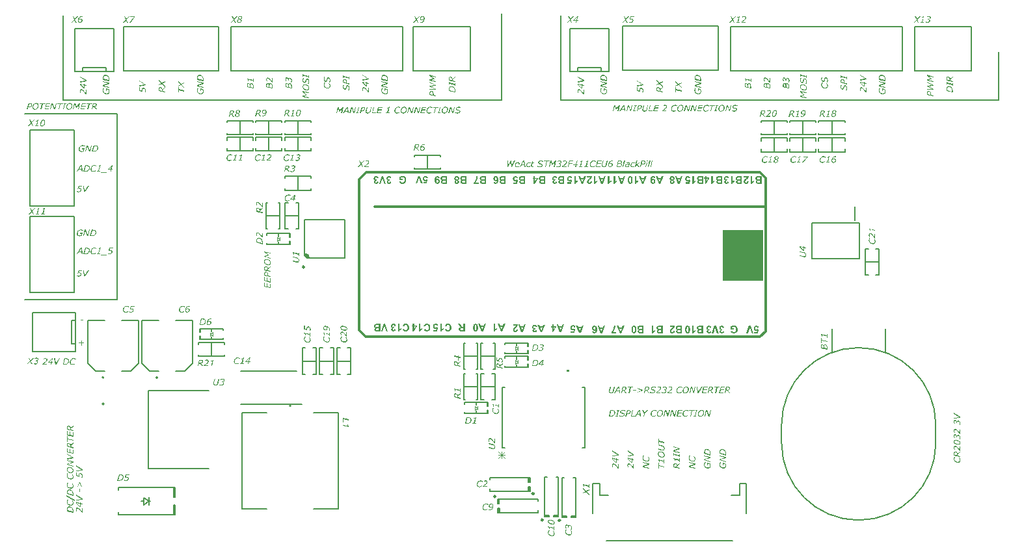
<source format=gto>
G04*
G04 #@! TF.GenerationSoftware,Altium Limited,Altium Designer,22.9.1 (49)*
G04*
G04 Layer_Color=65535*
%FSLAX44Y44*%
%MOMM*%
G71*
G04*
G04 #@! TF.SameCoordinates,4021D898-2042-4C7D-8B7F-38EBD3721E5A*
G04*
G04*
G04 #@! TF.FilePolarity,Positive*
G04*
G01*
G75*
%ADD10C,0.2000*%
%ADD11C,0.1524*%
%ADD12C,0.2500*%
%ADD13C,0.1500*%
%ADD14C,0.1270*%
%ADD15C,0.1000*%
%ADD16C,0.3048*%
%ADD17C,0.3000*%
%ADD18C,0.0762*%
%ADD19R,0.6000X0.1500*%
%ADD20R,0.6000X0.1500*%
%ADD21R,0.1500X0.6000*%
%ADD22R,5.2070X6.6294*%
G36*
X368500Y380500D02*
Y382500D01*
X369250D01*
X370394D01*
X372507Y381625D01*
X374125Y380007D01*
X375000Y377894D01*
Y376750D01*
D01*
X372250D01*
X368500Y380500D01*
D02*
G37*
G36*
X709845Y228253D02*
Y230793D01*
X713655D01*
Y228253D01*
X709845D01*
D02*
G37*
G36*
X857112Y473478D02*
X855026D01*
X851107Y483233D01*
X853235D01*
X854081Y481020D01*
X858000D01*
X858804Y483233D01*
X860890D01*
X857112Y473478D01*
D02*
G37*
G36*
X847470Y483402D02*
X847582Y483388D01*
X847709Y483374D01*
X847850Y483360D01*
X848019Y483332D01*
X848372Y483247D01*
X848738Y483120D01*
X848922Y483050D01*
X849105Y482951D01*
X849288Y482852D01*
X849457Y482726D01*
X849471Y482711D01*
X849500Y482683D01*
X849556Y482641D01*
X849626Y482570D01*
X849697Y482486D01*
X849782Y482387D01*
X849880Y482260D01*
X849979Y482133D01*
X850078Y481978D01*
X850176Y481809D01*
X850261Y481626D01*
X850331Y481414D01*
X850402Y481203D01*
X850458Y480963D01*
X850486Y480724D01*
X850500Y480456D01*
Y480442D01*
Y480414D01*
Y480371D01*
Y480315D01*
X850486Y480160D01*
X850458Y479977D01*
X850402Y479751D01*
X850345Y479497D01*
X850247Y479244D01*
X850120Y478990D01*
Y478976D01*
X850106Y478962D01*
X850049Y478877D01*
X849951Y478764D01*
X849810Y478609D01*
X849641Y478440D01*
X849429Y478271D01*
X849175Y478116D01*
X848879Y477961D01*
X848894D01*
X848907Y477947D01*
X848992Y477904D01*
X849119Y477834D01*
X849274Y477749D01*
X849457Y477622D01*
X849626Y477481D01*
X849796Y477312D01*
X849937Y477129D01*
X849951Y477101D01*
X849993Y477030D01*
X850035Y476932D01*
X850092Y476777D01*
X850162Y476608D01*
X850204Y476396D01*
X850247Y476185D01*
X850261Y475945D01*
Y475931D01*
Y475903D01*
Y475846D01*
X850247Y475762D01*
X850233Y475677D01*
X850219Y475564D01*
X850162Y475311D01*
X850078Y475029D01*
X849937Y474719D01*
X849852Y474577D01*
X849753Y474422D01*
X849626Y474281D01*
X849500Y474141D01*
X849485Y474126D01*
X849457Y474112D01*
X849415Y474070D01*
X849359Y474028D01*
X849274Y473971D01*
X849190Y473915D01*
X849077Y473844D01*
X848936Y473774D01*
X848795Y473718D01*
X848640Y473647D01*
X848456Y473591D01*
X848259Y473534D01*
X848048Y473492D01*
X847822Y473450D01*
X847582Y473436D01*
X847329Y473422D01*
X847188D01*
X847103Y473436D01*
X846976Y473450D01*
X846849Y473464D01*
X846694Y473478D01*
X846539Y473506D01*
X846187Y473591D01*
X845820Y473718D01*
X845651Y473802D01*
X845468Y473901D01*
X845313Y474014D01*
X845158Y474141D01*
X845144Y474155D01*
X845130Y474169D01*
X845087Y474211D01*
X845031Y474267D01*
X844975Y474338D01*
X844918Y474422D01*
X844763Y474634D01*
X844622Y474902D01*
X844509Y475198D01*
X844411Y475550D01*
X844397Y475747D01*
X844382Y475945D01*
Y475959D01*
Y475973D01*
Y476058D01*
X844397Y476185D01*
X844425Y476354D01*
X844467Y476537D01*
X844538Y476734D01*
X844622Y476946D01*
X844749Y477157D01*
X844763Y477185D01*
X844819Y477242D01*
X844890Y477341D01*
X845003Y477453D01*
X845144Y477594D01*
X845313Y477721D01*
X845510Y477848D01*
X845736Y477961D01*
X845722D01*
X845693Y477975D01*
X845651Y477989D01*
X845595Y478017D01*
X845454Y478102D01*
X845270Y478214D01*
X845073Y478341D01*
X844862Y478511D01*
X844664Y478708D01*
X844495Y478933D01*
X844481Y478962D01*
X844425Y479046D01*
X844354Y479173D01*
X844284Y479342D01*
X844199Y479554D01*
X844143Y479808D01*
X844086Y480075D01*
X844072Y480371D01*
Y480386D01*
Y480428D01*
Y480498D01*
X844086Y480597D01*
X844100Y480710D01*
X844115Y480851D01*
X844143Y480992D01*
X844185Y481147D01*
X844284Y481499D01*
X844354Y481682D01*
X844439Y481866D01*
X844538Y482049D01*
X844664Y482232D01*
X844791Y482401D01*
X844946Y482570D01*
X844960Y482585D01*
X844989Y482613D01*
X845031Y482655D01*
X845101Y482697D01*
X845186Y482768D01*
X845299Y482838D01*
X845412Y482909D01*
X845553Y482993D01*
X845707Y483078D01*
X845891Y483148D01*
X846074Y483219D01*
X846271Y483289D01*
X846497Y483332D01*
X846737Y483374D01*
X846976Y483402D01*
X847244Y483416D01*
X847371D01*
X847470Y483402D01*
D02*
G37*
G36*
X867796D02*
X867909Y483388D01*
X868050Y483374D01*
X868191Y483360D01*
X868360Y483332D01*
X868699Y483247D01*
X869079Y483106D01*
X869262Y483036D01*
X869446Y482937D01*
X869615Y482824D01*
X869784Y482697D01*
X869798Y482683D01*
X869826Y482669D01*
X869868Y482627D01*
X869925Y482570D01*
X869981Y482486D01*
X870066Y482401D01*
X870136Y482303D01*
X870221Y482190D01*
X870320Y482049D01*
X870404Y481908D01*
X870559Y481570D01*
X870700Y481189D01*
X870742Y480978D01*
X870785Y480752D01*
X868924Y480555D01*
Y480583D01*
X868910Y480653D01*
X868882Y480780D01*
X868839Y480921D01*
X868783Y481076D01*
X868699Y481245D01*
X868586Y481400D01*
X868459Y481555D01*
X868445Y481570D01*
X868388Y481612D01*
X868304Y481668D01*
X868191Y481739D01*
X868064Y481809D01*
X867909Y481866D01*
X867726Y481908D01*
X867542Y481922D01*
X867514D01*
X867444Y481908D01*
X867331Y481894D01*
X867190Y481866D01*
X867035Y481809D01*
X866866Y481725D01*
X866697Y481598D01*
X866542Y481443D01*
X866527Y481414D01*
X866471Y481358D01*
X866415Y481245D01*
X866330Y481076D01*
X866260Y480879D01*
X866189Y480639D01*
X866147Y480343D01*
X866133Y480005D01*
Y479991D01*
Y479963D01*
Y479920D01*
Y479850D01*
X866147Y479695D01*
X866189Y479497D01*
X866232Y479272D01*
X866302Y479046D01*
X866401Y478835D01*
X866542Y478652D01*
X866556Y478637D01*
X866612Y478581D01*
X866711Y478511D01*
X866824Y478412D01*
X866979Y478327D01*
X867162Y478257D01*
X867373Y478200D01*
X867599Y478186D01*
X867683D01*
X867740Y478200D01*
X867881Y478229D01*
X868078Y478271D01*
X868304Y478355D01*
X868543Y478482D01*
X868670Y478567D01*
X868797Y478666D01*
X868924Y478778D01*
X869051Y478905D01*
X870559Y478694D01*
X869601Y473605D01*
X864653D01*
Y475353D01*
X868191D01*
X868487Y477016D01*
X868473D01*
X868459Y477002D01*
X868374Y476960D01*
X868247Y476918D01*
X868092Y476847D01*
X867895Y476791D01*
X867683Y476748D01*
X867444Y476706D01*
X867204Y476692D01*
X867077D01*
X866993Y476706D01*
X866894Y476720D01*
X866767Y476734D01*
X866626Y476763D01*
X866471Y476805D01*
X866147Y476918D01*
X865964Y476988D01*
X865795Y477073D01*
X865611Y477185D01*
X865428Y477312D01*
X865259Y477453D01*
X865090Y477608D01*
X865076Y477622D01*
X865047Y477651D01*
X865005Y477707D01*
X864949Y477777D01*
X864892Y477862D01*
X864808Y477975D01*
X864737Y478102D01*
X864653Y478243D01*
X864568Y478398D01*
X864498Y478581D01*
X864413Y478778D01*
X864357Y478976D01*
X864300Y479201D01*
X864258Y479441D01*
X864230Y479695D01*
X864216Y479963D01*
Y479977D01*
Y480019D01*
Y480075D01*
X864230Y480160D01*
Y480273D01*
X864258Y480400D01*
X864272Y480541D01*
X864300Y480681D01*
X864385Y481020D01*
X864512Y481386D01*
X864596Y481584D01*
X864681Y481767D01*
X864794Y481950D01*
X864921Y482133D01*
X864935Y482148D01*
X864963Y482190D01*
X865019Y482246D01*
X865090Y482331D01*
X865188Y482430D01*
X865315Y482542D01*
X865456Y482655D01*
X865611Y482768D01*
X865795Y482895D01*
X865992Y483008D01*
X866203Y483120D01*
X866443Y483219D01*
X866697Y483303D01*
X866964Y483360D01*
X867261Y483402D01*
X867571Y483416D01*
X867698D01*
X867796Y483402D01*
D02*
G37*
G36*
X887814Y473478D02*
X883529D01*
X883275Y473492D01*
X882993Y473506D01*
X882711Y473520D01*
X882443Y473548D01*
X882203Y473577D01*
X882175D01*
X882105Y473591D01*
X882006Y473619D01*
X881865Y473661D01*
X881710Y473718D01*
X881541Y473788D01*
X881358Y473873D01*
X881188Y473985D01*
X881174Y473999D01*
X881118Y474042D01*
X881033Y474112D01*
X880921Y474197D01*
X880808Y474324D01*
X880681Y474465D01*
X880554Y474620D01*
X880441Y474803D01*
X880427Y474831D01*
X880399Y474888D01*
X880343Y475000D01*
X880286Y475141D01*
X880230Y475311D01*
X880173Y475494D01*
X880145Y475719D01*
X880131Y475945D01*
Y475959D01*
Y475973D01*
Y476058D01*
X880145Y476185D01*
X880173Y476354D01*
X880230Y476551D01*
X880286Y476763D01*
X880385Y476974D01*
X880512Y477200D01*
X880526Y477228D01*
X880582Y477298D01*
X880667Y477397D01*
X880766Y477524D01*
X880907Y477651D01*
X881076Y477806D01*
X881273Y477933D01*
X881498Y478059D01*
X881484D01*
X881456Y478074D01*
X881414Y478088D01*
X881358Y478102D01*
X881188Y478172D01*
X880991Y478271D01*
X880780Y478384D01*
X880540Y478539D01*
X880329Y478722D01*
X880131Y478948D01*
X880117Y478976D01*
X880061Y479060D01*
X879976Y479187D01*
X879892Y479356D01*
X879807Y479582D01*
X879722Y479822D01*
X879666Y480103D01*
X879652Y480414D01*
Y480428D01*
Y480442D01*
Y480526D01*
X879666Y480653D01*
X879694Y480822D01*
X879722Y481020D01*
X879779Y481245D01*
X879863Y481471D01*
X879962Y481711D01*
X879976Y481739D01*
X880018Y481809D01*
X880089Y481922D01*
X880188Y482063D01*
X880300Y482232D01*
X880455Y482387D01*
X880610Y482556D01*
X880808Y482711D01*
X880836Y482726D01*
X880907Y482768D01*
X881019Y482838D01*
X881174Y482909D01*
X881372Y482993D01*
X881597Y483064D01*
X881851Y483134D01*
X882133Y483177D01*
X882189D01*
X882246Y483191D01*
X882387D01*
X882485Y483205D01*
X882753D01*
X882922Y483219D01*
X883345D01*
X883585Y483233D01*
X887814D01*
Y473478D01*
D02*
G37*
G36*
X875493Y476170D02*
X875507Y476185D01*
X875536Y476213D01*
X875592Y476255D01*
X875676Y476325D01*
X875775Y476410D01*
X875888Y476495D01*
X876029Y476593D01*
X876184Y476706D01*
X876353Y476819D01*
X876536Y476932D01*
X876734Y477059D01*
X876945Y477171D01*
X877396Y477383D01*
X877904Y477580D01*
Y475888D01*
X877890D01*
X877876Y475874D01*
X877833Y475860D01*
X877777Y475846D01*
X877636Y475776D01*
X877439Y475691D01*
X877199Y475578D01*
X876931Y475423D01*
X876635Y475226D01*
X876325Y475000D01*
X876311Y474986D01*
X876283Y474972D01*
X876240Y474930D01*
X876184Y474874D01*
X876029Y474733D01*
X875860Y474549D01*
X875662Y474324D01*
X875465Y474042D01*
X875282Y473746D01*
X875141Y473422D01*
X873618D01*
Y483233D01*
X875493D01*
Y476170D01*
D02*
G37*
G36*
X478947Y483402D02*
X479060Y483388D01*
X479187Y483374D01*
X479328Y483346D01*
X479497Y483318D01*
X479836Y483233D01*
X480202Y483092D01*
X480400Y483008D01*
X480569Y482909D01*
X480752Y482782D01*
X480921Y482655D01*
X480935Y482641D01*
X480963Y482613D01*
X481006Y482570D01*
X481062Y482514D01*
X481133Y482444D01*
X481203Y482345D01*
X481288Y482246D01*
X481372Y482119D01*
X481457Y481978D01*
X481555Y481837D01*
X481711Y481499D01*
X481837Y481104D01*
X481894Y480893D01*
X481922Y480667D01*
X480118Y480442D01*
Y480456D01*
Y480470D01*
X480103Y480555D01*
X480075Y480681D01*
X480033Y480837D01*
X479963Y481006D01*
X479892Y481189D01*
X479779Y481358D01*
X479652Y481513D01*
X479638Y481527D01*
X479582Y481570D01*
X479497Y481626D01*
X479399Y481682D01*
X479258Y481753D01*
X479103Y481809D01*
X478933Y481852D01*
X478736Y481866D01*
X478708D01*
X478637Y481852D01*
X478539Y481837D01*
X478398Y481809D01*
X478243Y481753D01*
X478088Y481682D01*
X477918Y481570D01*
X477763Y481429D01*
X477749Y481414D01*
X477693Y481344D01*
X477636Y481245D01*
X477552Y481119D01*
X477481Y480949D01*
X477411Y480738D01*
X477369Y480498D01*
X477355Y480230D01*
Y480216D01*
Y480202D01*
Y480118D01*
X477369Y479991D01*
X477397Y479822D01*
X477453Y479638D01*
X477524Y479455D01*
X477622Y479272D01*
X477749Y479103D01*
X477763Y479089D01*
X477820Y479032D01*
X477904Y478962D01*
X478003Y478891D01*
X478144Y478807D01*
X478299Y478750D01*
X478468Y478694D01*
X478666Y478680D01*
X478807D01*
X478905Y478694D01*
X479032Y478708D01*
X479187Y478736D01*
X479342Y478778D01*
X479525Y478821D01*
X479328Y477312D01*
X479201D01*
X479060Y477298D01*
X478891Y477284D01*
X478708Y477242D01*
X478511Y477185D01*
X478327Y477101D01*
X478158Y476988D01*
X478144Y476974D01*
X478088Y476918D01*
X478031Y476847D01*
X477947Y476734D01*
X477876Y476608D01*
X477806Y476452D01*
X477763Y476269D01*
X477749Y476058D01*
Y476030D01*
Y475973D01*
X477763Y475888D01*
X477792Y475776D01*
X477820Y475649D01*
X477876Y475522D01*
X477947Y475381D01*
X478045Y475268D01*
X478059Y475254D01*
X478102Y475226D01*
X478158Y475170D01*
X478257Y475113D01*
X478370Y475071D01*
X478496Y475014D01*
X478666Y474986D01*
X478835Y474972D01*
X478919D01*
X479004Y474986D01*
X479117Y475014D01*
X479244Y475057D01*
X479384Y475113D01*
X479525Y475198D01*
X479652Y475311D01*
X479666Y475325D01*
X479709Y475367D01*
X479765Y475452D01*
X479836Y475564D01*
X479906Y475691D01*
X479963Y475860D01*
X480019Y476058D01*
X480061Y476283D01*
X481781Y476001D01*
Y475987D01*
X481767Y475959D01*
Y475917D01*
X481753Y475846D01*
X481711Y475691D01*
X481654Y475480D01*
X481570Y475254D01*
X481485Y475014D01*
X481372Y474789D01*
X481245Y474577D01*
X481231Y474549D01*
X481175Y474493D01*
X481090Y474394D01*
X480978Y474267D01*
X480836Y474141D01*
X480667Y473999D01*
X480456Y473858D01*
X480230Y473732D01*
X480216D01*
X480202Y473718D01*
X480118Y473689D01*
X479977Y473633D01*
X479807Y473577D01*
X479596Y473520D01*
X479342Y473464D01*
X479074Y473436D01*
X478778Y473422D01*
X478652D01*
X478553Y473436D01*
X478426Y473450D01*
X478299Y473464D01*
X478144Y473492D01*
X477989Y473534D01*
X477636Y473633D01*
X477453Y473703D01*
X477256Y473802D01*
X477073Y473901D01*
X476903Y474014D01*
X476720Y474155D01*
X476565Y474310D01*
X476551Y474324D01*
X476537Y474338D01*
X476495Y474380D01*
X476452Y474436D01*
X476340Y474577D01*
X476213Y474775D01*
X476086Y475014D01*
X475987Y475296D01*
X475903Y475607D01*
X475888Y475762D01*
X475874Y475931D01*
Y475945D01*
Y475987D01*
X475888Y476058D01*
X475903Y476142D01*
X475917Y476255D01*
X475945Y476382D01*
X475987Y476523D01*
X476044Y476678D01*
X476128Y476833D01*
X476213Y477002D01*
X476325Y477171D01*
X476466Y477341D01*
X476636Y477510D01*
X476819Y477679D01*
X477030Y477834D01*
X477284Y477989D01*
X477270D01*
X477242Y478003D01*
X477200D01*
X477143Y478031D01*
X476988Y478074D01*
X476805Y478158D01*
X476593Y478271D01*
X476368Y478412D01*
X476142Y478595D01*
X475945Y478807D01*
X475917Y478835D01*
X475860Y478919D01*
X475790Y479046D01*
X475691Y479230D01*
X475592Y479441D01*
X475522Y479709D01*
X475466Y479991D01*
X475437Y480315D01*
Y480329D01*
Y480371D01*
Y480442D01*
X475452Y480526D01*
X475466Y480639D01*
X475494Y480766D01*
X475522Y480921D01*
X475550Y481076D01*
X475663Y481414D01*
X475747Y481598D01*
X475832Y481795D01*
X475945Y481978D01*
X476072Y482162D01*
X476213Y482345D01*
X476382Y482514D01*
X476396Y482528D01*
X476424Y482556D01*
X476481Y482599D01*
X476551Y482655D01*
X476650Y482726D01*
X476748Y482796D01*
X476889Y482881D01*
X477030Y482965D01*
X477185Y483050D01*
X477369Y483134D01*
X477566Y483205D01*
X477763Y483275D01*
X477989Y483332D01*
X478214Y483374D01*
X478468Y483402D01*
X478722Y483416D01*
X478849D01*
X478947Y483402D01*
D02*
G37*
G36*
X462271D02*
X462384Y483388D01*
X462510Y483374D01*
X462651Y483346D01*
X462821Y483318D01*
X463159Y483233D01*
X463525Y483092D01*
X463723Y483008D01*
X463892Y482909D01*
X464075Y482782D01*
X464244Y482655D01*
X464258Y482641D01*
X464287Y482613D01*
X464329Y482570D01*
X464385Y482514D01*
X464456Y482444D01*
X464526Y482345D01*
X464611Y482246D01*
X464696Y482119D01*
X464780Y481978D01*
X464879Y481837D01*
X465034Y481499D01*
X465161Y481104D01*
X465217Y480893D01*
X465245Y480667D01*
X463441Y480442D01*
Y480456D01*
Y480470D01*
X463427Y480555D01*
X463399Y480681D01*
X463356Y480837D01*
X463286Y481006D01*
X463215Y481189D01*
X463102Y481358D01*
X462976Y481513D01*
X462962Y481527D01*
X462905Y481570D01*
X462821Y481626D01*
X462722Y481682D01*
X462581Y481753D01*
X462426Y481809D01*
X462257Y481852D01*
X462059Y481866D01*
X462031D01*
X461961Y481852D01*
X461862Y481837D01*
X461721Y481809D01*
X461566Y481753D01*
X461411Y481682D01*
X461242Y481570D01*
X461087Y481429D01*
X461073Y481414D01*
X461016Y481344D01*
X460960Y481245D01*
X460875Y481119D01*
X460805Y480949D01*
X460734Y480738D01*
X460692Y480498D01*
X460678Y480230D01*
Y480216D01*
Y480202D01*
Y480118D01*
X460692Y479991D01*
X460720Y479822D01*
X460776Y479638D01*
X460847Y479455D01*
X460946Y479272D01*
X461073Y479103D01*
X461087Y479089D01*
X461143Y479032D01*
X461228Y478962D01*
X461326Y478891D01*
X461467Y478807D01*
X461622Y478750D01*
X461791Y478694D01*
X461989Y478680D01*
X462130D01*
X462229Y478694D01*
X462355Y478708D01*
X462510Y478736D01*
X462665Y478778D01*
X462849Y478821D01*
X462651Y477312D01*
X462524D01*
X462384Y477298D01*
X462214Y477284D01*
X462031Y477242D01*
X461834Y477185D01*
X461651Y477101D01*
X461481Y476988D01*
X461467Y476974D01*
X461411Y476918D01*
X461354Y476847D01*
X461270Y476734D01*
X461199Y476608D01*
X461129Y476452D01*
X461087Y476269D01*
X461073Y476058D01*
Y476030D01*
Y475973D01*
X461087Y475888D01*
X461115Y475776D01*
X461143Y475649D01*
X461199Y475522D01*
X461270Y475381D01*
X461369Y475268D01*
X461383Y475254D01*
X461425Y475226D01*
X461481Y475170D01*
X461580Y475113D01*
X461693Y475071D01*
X461820Y475014D01*
X461989Y474986D01*
X462158Y474972D01*
X462243D01*
X462327Y474986D01*
X462440Y475014D01*
X462567Y475057D01*
X462708Y475113D01*
X462849Y475198D01*
X462976Y475311D01*
X462990Y475325D01*
X463032Y475367D01*
X463088Y475452D01*
X463159Y475564D01*
X463229Y475691D01*
X463286Y475860D01*
X463342Y476058D01*
X463384Y476283D01*
X465104Y476001D01*
Y475987D01*
X465090Y475959D01*
Y475917D01*
X465076Y475846D01*
X465034Y475691D01*
X464977Y475480D01*
X464893Y475254D01*
X464808Y475014D01*
X464696Y474789D01*
X464569Y474577D01*
X464554Y474549D01*
X464498Y474493D01*
X464413Y474394D01*
X464301Y474267D01*
X464160Y474141D01*
X463991Y473999D01*
X463779Y473858D01*
X463554Y473732D01*
X463540D01*
X463525Y473718D01*
X463441Y473689D01*
X463300Y473633D01*
X463131Y473577D01*
X462919Y473520D01*
X462665Y473464D01*
X462398Y473436D01*
X462102Y473422D01*
X461975D01*
X461876Y473436D01*
X461749Y473450D01*
X461622Y473464D01*
X461467Y473492D01*
X461312Y473534D01*
X460960Y473633D01*
X460776Y473703D01*
X460579Y473802D01*
X460396Y473901D01*
X460227Y474014D01*
X460043Y474155D01*
X459888Y474310D01*
X459874Y474324D01*
X459860Y474338D01*
X459818Y474380D01*
X459776Y474436D01*
X459663Y474577D01*
X459536Y474775D01*
X459409Y475014D01*
X459310Y475296D01*
X459226Y475607D01*
X459212Y475762D01*
X459198Y475931D01*
Y475945D01*
Y475987D01*
X459212Y476058D01*
X459226Y476142D01*
X459240Y476255D01*
X459268Y476382D01*
X459310Y476523D01*
X459367Y476678D01*
X459451Y476833D01*
X459536Y477002D01*
X459649Y477171D01*
X459790Y477341D01*
X459959Y477510D01*
X460142Y477679D01*
X460354Y477834D01*
X460607Y477989D01*
X460593D01*
X460565Y478003D01*
X460523D01*
X460466Y478031D01*
X460311Y478074D01*
X460128Y478158D01*
X459917Y478271D01*
X459691Y478412D01*
X459465Y478595D01*
X459268Y478807D01*
X459240Y478835D01*
X459184Y478919D01*
X459113Y479046D01*
X459014Y479230D01*
X458916Y479441D01*
X458845Y479709D01*
X458789Y479991D01*
X458761Y480315D01*
Y480329D01*
Y480371D01*
Y480442D01*
X458775Y480526D01*
X458789Y480639D01*
X458817Y480766D01*
X458845Y480921D01*
X458873Y481076D01*
X458986Y481414D01*
X459071Y481598D01*
X459155Y481795D01*
X459268Y481978D01*
X459395Y482162D01*
X459536Y482345D01*
X459705Y482514D01*
X459719Y482528D01*
X459747Y482556D01*
X459804Y482599D01*
X459874Y482655D01*
X459973Y482726D01*
X460072Y482796D01*
X460213Y482881D01*
X460354Y482965D01*
X460509Y483050D01*
X460692Y483134D01*
X460889Y483205D01*
X461087Y483275D01*
X461312Y483332D01*
X461538Y483374D01*
X461791Y483402D01*
X462045Y483416D01*
X462172D01*
X462271Y483402D01*
D02*
G37*
G36*
X474845Y473478D02*
X472717D01*
X470236Y480696D01*
X467853Y473478D01*
X465753D01*
X469221Y483233D01*
X471349D01*
X474845Y473478D01*
D02*
G37*
G36*
X831966D02*
X829880D01*
X825961Y483233D01*
X828089D01*
X828935Y481020D01*
X832854D01*
X833658Y483233D01*
X835744D01*
X831966Y473478D01*
D02*
G37*
G36*
X822704Y483402D02*
X822803D01*
X822916Y483388D01*
X823184Y483346D01*
X823480Y483261D01*
X823776Y483163D01*
X824086Y483008D01*
X824227Y482923D01*
X824368Y482810D01*
X824382Y482796D01*
X824396Y482782D01*
X824438Y482740D01*
X824481Y482697D01*
X824537Y482627D01*
X824607Y482556D01*
X824664Y482458D01*
X824748Y482359D01*
X824819Y482232D01*
X824903Y482105D01*
X824974Y481950D01*
X825044Y481781D01*
X825115Y481612D01*
X825171Y481414D01*
X825228Y481217D01*
X825270Y480992D01*
X823465Y480780D01*
Y480808D01*
X823451Y480879D01*
X823437Y480978D01*
X823395Y481090D01*
X823353Y481231D01*
X823296Y481372D01*
X823226Y481499D01*
X823127Y481612D01*
X823113Y481626D01*
X823071Y481654D01*
X823014Y481697D01*
X822930Y481739D01*
X822817Y481781D01*
X822704Y481823D01*
X822549Y481852D01*
X822394Y481866D01*
X822366D01*
X822296Y481852D01*
X822197Y481837D01*
X822056Y481795D01*
X821901Y481739D01*
X821746Y481640D01*
X821577Y481513D01*
X821421Y481344D01*
X821407Y481316D01*
X821379Y481288D01*
X821351Y481231D01*
X821323Y481175D01*
X821281Y481090D01*
X821252Y480992D01*
X821196Y480865D01*
X821154Y480724D01*
X821111Y480569D01*
X821069Y480386D01*
X821027Y480188D01*
X820984Y479963D01*
X820956Y479709D01*
X820928Y479427D01*
X820900Y479131D01*
X820914Y479145D01*
X820928Y479159D01*
X820970Y479201D01*
X821027Y479258D01*
X821097Y479314D01*
X821182Y479385D01*
X821379Y479540D01*
X821633Y479695D01*
X821943Y479822D01*
X822112Y479878D01*
X822281Y479906D01*
X822465Y479934D01*
X822662Y479948D01*
X822775D01*
X822859Y479934D01*
X822958Y479920D01*
X823071Y479906D01*
X823339Y479836D01*
X823649Y479737D01*
X823804Y479652D01*
X823973Y479568D01*
X824142Y479469D01*
X824311Y479356D01*
X824481Y479215D01*
X824636Y479060D01*
X824650Y479046D01*
X824678Y479018D01*
X824706Y478962D01*
X824762Y478905D01*
X824833Y478807D01*
X824903Y478708D01*
X824974Y478581D01*
X825044Y478440D01*
X825129Y478285D01*
X825199Y478102D01*
X825270Y477919D01*
X825340Y477707D01*
X825397Y477496D01*
X825425Y477256D01*
X825453Y477002D01*
X825467Y476748D01*
Y476734D01*
Y476678D01*
Y476608D01*
X825453Y476495D01*
X825439Y476368D01*
X825425Y476227D01*
X825397Y476058D01*
X825355Y475888D01*
X825256Y475508D01*
X825185Y475296D01*
X825101Y475099D01*
X825002Y474902D01*
X824875Y474704D01*
X824748Y474521D01*
X824593Y474338D01*
X824579Y474324D01*
X824551Y474296D01*
X824509Y474253D01*
X824438Y474197D01*
X824340Y474126D01*
X824241Y474042D01*
X824114Y473971D01*
X823973Y473873D01*
X823832Y473788D01*
X823649Y473718D01*
X823465Y473633D01*
X823268Y473563D01*
X823057Y473506D01*
X822831Y473464D01*
X822606Y473436D01*
X822352Y473422D01*
X822281D01*
X822211Y473436D01*
X822098D01*
X821971Y473450D01*
X821830Y473478D01*
X821661Y473520D01*
X821492Y473563D01*
X821295Y473633D01*
X821097Y473703D01*
X820900Y473802D01*
X820688Y473915D01*
X820491Y474042D01*
X820294Y474197D01*
X820096Y474380D01*
X819913Y474577D01*
X819899Y474592D01*
X819871Y474634D01*
X819828Y474704D01*
X819758Y474803D01*
X819688Y474930D01*
X819603Y475085D01*
X819518Y475268D01*
X819434Y475480D01*
X819349Y475733D01*
X819250Y476015D01*
X819180Y476325D01*
X819109Y476664D01*
X819039Y477044D01*
X818997Y477453D01*
X818969Y477890D01*
X818954Y478370D01*
Y478384D01*
Y478398D01*
Y478440D01*
Y478482D01*
Y478623D01*
X818969Y478807D01*
X818983Y479032D01*
X819011Y479286D01*
X819039Y479554D01*
X819081Y479850D01*
X819138Y480174D01*
X819194Y480484D01*
X819279Y480808D01*
X819377Y481133D01*
X819490Y481429D01*
X819631Y481725D01*
X819772Y481992D01*
X819955Y482232D01*
X819969Y482246D01*
X819998Y482289D01*
X820054Y482345D01*
X820139Y482415D01*
X820237Y482500D01*
X820350Y482613D01*
X820491Y482711D01*
X820646Y482824D01*
X820815Y482937D01*
X821013Y483036D01*
X821224Y483134D01*
X821450Y483233D01*
X821703Y483303D01*
X821957Y483360D01*
X822225Y483402D01*
X822521Y483416D01*
X822634D01*
X822704Y483402D01*
D02*
G37*
G36*
X957011Y288498D02*
X957124Y288484D01*
X957265Y288470D01*
X957406Y288456D01*
X957575Y288427D01*
X957914Y288343D01*
X958294Y288202D01*
X958477Y288131D01*
X958661Y288033D01*
X958830Y287920D01*
X958999Y287793D01*
X959013Y287779D01*
X959041Y287765D01*
X959084Y287722D01*
X959140Y287666D01*
X959196Y287582D01*
X959281Y287497D01*
X959352Y287398D01*
X959436Y287285D01*
X959535Y287145D01*
X959619Y287003D01*
X959774Y286665D01*
X959915Y286285D01*
X959958Y286073D01*
X960000Y285848D01*
X958139Y285650D01*
Y285678D01*
X958125Y285749D01*
X958097Y285876D01*
X958055Y286017D01*
X957998Y286172D01*
X957914Y286341D01*
X957801Y286496D01*
X957674Y286651D01*
X957660Y286665D01*
X957604Y286707D01*
X957519Y286764D01*
X957406Y286834D01*
X957279Y286905D01*
X957124Y286961D01*
X956941Y287003D01*
X956758Y287018D01*
X956730D01*
X956659Y287003D01*
X956546Y286989D01*
X956405Y286961D01*
X956250Y286905D01*
X956081Y286820D01*
X955912Y286693D01*
X955757Y286538D01*
X955743Y286510D01*
X955686Y286454D01*
X955630Y286341D01*
X955545Y286172D01*
X955475Y285975D01*
X955404Y285735D01*
X955362Y285439D01*
X955348Y285100D01*
Y285086D01*
Y285058D01*
Y285016D01*
Y284945D01*
X955362Y284790D01*
X955404Y284593D01*
X955447Y284367D01*
X955517Y284142D01*
X955616Y283930D01*
X955757Y283747D01*
X955771Y283733D01*
X955827Y283677D01*
X955926Y283606D01*
X956039Y283507D01*
X956194Y283423D01*
X956377Y283352D01*
X956589Y283296D01*
X956814Y283282D01*
X956899D01*
X956955Y283296D01*
X957096Y283324D01*
X957293Y283367D01*
X957519Y283451D01*
X957759Y283578D01*
X957886Y283663D01*
X958012Y283761D01*
X958139Y283874D01*
X958266Y284001D01*
X959774Y283789D01*
X958816Y278700D01*
X953868D01*
Y280448D01*
X957406D01*
X957702Y282112D01*
X957688D01*
X957674Y282098D01*
X957589Y282055D01*
X957463Y282013D01*
X957308Y281943D01*
X957110Y281886D01*
X956899Y281844D01*
X956659Y281802D01*
X956419Y281788D01*
X956292D01*
X956208Y281802D01*
X956109Y281816D01*
X955982Y281830D01*
X955841Y281858D01*
X955686Y281900D01*
X955362Y282013D01*
X955179Y282084D01*
X955010Y282168D01*
X954826Y282281D01*
X954643Y282408D01*
X954474Y282549D01*
X954305Y282704D01*
X954291Y282718D01*
X954262Y282746D01*
X954220Y282803D01*
X954164Y282873D01*
X954108Y282958D01*
X954023Y283071D01*
X953952Y283197D01*
X953868Y283338D01*
X953783Y283493D01*
X953713Y283677D01*
X953628Y283874D01*
X953572Y284071D01*
X953515Y284297D01*
X953473Y284537D01*
X953445Y284790D01*
X953431Y285058D01*
Y285072D01*
Y285114D01*
Y285171D01*
X953445Y285256D01*
Y285368D01*
X953473Y285495D01*
X953487Y285636D01*
X953515Y285777D01*
X953600Y286115D01*
X953727Y286482D01*
X953811Y286679D01*
X953896Y286863D01*
X954009Y287046D01*
X954136Y287229D01*
X954150Y287243D01*
X954178Y287285D01*
X954234Y287342D01*
X954305Y287426D01*
X954404Y287525D01*
X954530Y287638D01*
X954671Y287751D01*
X954826Y287864D01*
X955010Y287990D01*
X955207Y288103D01*
X955418Y288216D01*
X955658Y288315D01*
X955912Y288399D01*
X956180Y288456D01*
X956476Y288498D01*
X956786Y288512D01*
X956913D01*
X957011Y288498D01*
D02*
G37*
G36*
X953022Y278573D02*
X950893D01*
X948412Y285791D01*
X946030Y278573D01*
X943929D01*
X947397Y288329D01*
X949526D01*
X953022Y278573D01*
D02*
G37*
G36*
X579543Y473478D02*
X575257D01*
X575004Y473492D01*
X574721Y473506D01*
X574440Y473520D01*
X574172Y473548D01*
X573932Y473577D01*
X573904D01*
X573833Y473591D01*
X573735Y473619D01*
X573594Y473661D01*
X573439Y473718D01*
X573270Y473788D01*
X573086Y473873D01*
X572917Y473985D01*
X572903Y473999D01*
X572847Y474042D01*
X572762Y474112D01*
X572649Y474197D01*
X572537Y474324D01*
X572410Y474465D01*
X572283Y474620D01*
X572170Y474803D01*
X572156Y474831D01*
X572128Y474888D01*
X572071Y475000D01*
X572015Y475141D01*
X571959Y475311D01*
X571902Y475494D01*
X571874Y475719D01*
X571860Y475945D01*
Y475959D01*
Y475973D01*
Y476058D01*
X571874Y476185D01*
X571902Y476354D01*
X571959Y476551D01*
X572015Y476763D01*
X572114Y476974D01*
X572240Y477200D01*
X572255Y477228D01*
X572311Y477298D01*
X572396Y477397D01*
X572494Y477524D01*
X572635Y477651D01*
X572804Y477806D01*
X573002Y477933D01*
X573227Y478059D01*
X573213D01*
X573185Y478074D01*
X573143Y478088D01*
X573086Y478102D01*
X572917Y478172D01*
X572720Y478271D01*
X572508Y478384D01*
X572269Y478539D01*
X572057Y478722D01*
X571860Y478948D01*
X571846Y478976D01*
X571789Y479060D01*
X571705Y479187D01*
X571620Y479356D01*
X571536Y479582D01*
X571451Y479822D01*
X571395Y480103D01*
X571381Y480414D01*
Y480428D01*
Y480442D01*
Y480526D01*
X571395Y480653D01*
X571423Y480822D01*
X571451Y481020D01*
X571507Y481245D01*
X571592Y481471D01*
X571691Y481711D01*
X571705Y481739D01*
X571747Y481809D01*
X571818Y481922D01*
X571916Y482063D01*
X572029Y482232D01*
X572184Y482387D01*
X572339Y482556D01*
X572537Y482711D01*
X572565Y482726D01*
X572635Y482768D01*
X572748Y482838D01*
X572903Y482909D01*
X573100Y482993D01*
X573326Y483064D01*
X573580Y483134D01*
X573862Y483177D01*
X573918D01*
X573974Y483191D01*
X574115D01*
X574214Y483205D01*
X574482D01*
X574651Y483219D01*
X575074D01*
X575314Y483233D01*
X579543D01*
Y473478D01*
D02*
G37*
G36*
X567123Y483402D02*
X567236Y483388D01*
X567363Y483374D01*
X567504Y483360D01*
X567673Y483332D01*
X568026Y483247D01*
X568392Y483120D01*
X568575Y483050D01*
X568759Y482951D01*
X568942Y482852D01*
X569111Y482726D01*
X569125Y482711D01*
X569153Y482683D01*
X569210Y482641D01*
X569280Y482570D01*
X569351Y482486D01*
X569435Y482387D01*
X569534Y482260D01*
X569632Y482133D01*
X569731Y481978D01*
X569830Y481809D01*
X569915Y481626D01*
X569985Y481414D01*
X570055Y481203D01*
X570112Y480963D01*
X570140Y480724D01*
X570154Y480456D01*
Y480442D01*
Y480414D01*
Y480371D01*
Y480315D01*
X570140Y480160D01*
X570112Y479977D01*
X570055Y479751D01*
X569999Y479497D01*
X569900Y479244D01*
X569773Y478990D01*
Y478976D01*
X569759Y478962D01*
X569703Y478877D01*
X569604Y478764D01*
X569463Y478609D01*
X569294Y478440D01*
X569083Y478271D01*
X568829Y478116D01*
X568533Y477961D01*
X568547D01*
X568561Y477947D01*
X568646Y477904D01*
X568773Y477834D01*
X568928Y477749D01*
X569111Y477622D01*
X569280Y477481D01*
X569449Y477312D01*
X569590Y477129D01*
X569604Y477101D01*
X569647Y477030D01*
X569689Y476932D01*
X569745Y476777D01*
X569816Y476608D01*
X569858Y476396D01*
X569900Y476185D01*
X569915Y475945D01*
Y475931D01*
Y475903D01*
Y475846D01*
X569900Y475762D01*
X569886Y475677D01*
X569872Y475564D01*
X569816Y475311D01*
X569731Y475029D01*
X569590Y474719D01*
X569506Y474577D01*
X569407Y474422D01*
X569280Y474281D01*
X569153Y474141D01*
X569139Y474126D01*
X569111Y474112D01*
X569069Y474070D01*
X569012Y474028D01*
X568928Y473971D01*
X568843Y473915D01*
X568730Y473844D01*
X568589Y473774D01*
X568448Y473718D01*
X568293Y473647D01*
X568110Y473591D01*
X567913Y473534D01*
X567701Y473492D01*
X567476Y473450D01*
X567236Y473436D01*
X566982Y473422D01*
X566841D01*
X566757Y473436D01*
X566630Y473450D01*
X566503Y473464D01*
X566348Y473478D01*
X566193Y473506D01*
X565840Y473591D01*
X565474Y473718D01*
X565305Y473802D01*
X565121Y473901D01*
X564966Y474014D01*
X564811Y474141D01*
X564797Y474155D01*
X564783Y474169D01*
X564741Y474211D01*
X564684Y474267D01*
X564628Y474338D01*
X564572Y474422D01*
X564417Y474634D01*
X564276Y474902D01*
X564163Y475198D01*
X564064Y475550D01*
X564050Y475747D01*
X564036Y475945D01*
Y475959D01*
Y475973D01*
Y476058D01*
X564050Y476185D01*
X564078Y476354D01*
X564121Y476537D01*
X564191Y476734D01*
X564276Y476946D01*
X564403Y477157D01*
X564417Y477185D01*
X564473Y477242D01*
X564543Y477341D01*
X564656Y477453D01*
X564797Y477594D01*
X564966Y477721D01*
X565164Y477848D01*
X565389Y477961D01*
X565375D01*
X565347Y477975D01*
X565305Y477989D01*
X565248Y478017D01*
X565107Y478102D01*
X564924Y478214D01*
X564727Y478341D01*
X564515Y478511D01*
X564318Y478708D01*
X564149Y478933D01*
X564135Y478962D01*
X564078Y479046D01*
X564008Y479173D01*
X563937Y479342D01*
X563853Y479554D01*
X563796Y479808D01*
X563740Y480075D01*
X563726Y480371D01*
Y480386D01*
Y480428D01*
Y480498D01*
X563740Y480597D01*
X563754Y480710D01*
X563768Y480851D01*
X563796Y480992D01*
X563839Y481147D01*
X563937Y481499D01*
X564008Y481682D01*
X564092Y481866D01*
X564191Y482049D01*
X564318Y482232D01*
X564445Y482401D01*
X564600Y482570D01*
X564614Y482585D01*
X564642Y482613D01*
X564684Y482655D01*
X564755Y482697D01*
X564840Y482768D01*
X564952Y482838D01*
X565065Y482909D01*
X565206Y482993D01*
X565361Y483078D01*
X565544Y483148D01*
X565728Y483219D01*
X565925Y483289D01*
X566151Y483332D01*
X566390Y483374D01*
X566630Y483402D01*
X566898Y483416D01*
X567025D01*
X567123Y483402D01*
D02*
G37*
G36*
X887500Y278630D02*
X883214D01*
X882961Y278644D01*
X882679Y278658D01*
X882397Y278672D01*
X882129Y278700D01*
X881889Y278729D01*
X881861D01*
X881791Y278743D01*
X881692Y278771D01*
X881551Y278813D01*
X881396Y278870D01*
X881227Y278940D01*
X881044Y279025D01*
X880874Y279137D01*
X880860Y279151D01*
X880804Y279194D01*
X880719Y279264D01*
X880607Y279349D01*
X880494Y279476D01*
X880367Y279617D01*
X880240Y279772D01*
X880127Y279955D01*
X880113Y279983D01*
X880085Y280040D01*
X880029Y280152D01*
X879972Y280293D01*
X879916Y280462D01*
X879859Y280646D01*
X879831Y280871D01*
X879817Y281097D01*
Y281111D01*
Y281125D01*
Y281210D01*
X879831Y281336D01*
X879859Y281506D01*
X879916Y281703D01*
X879972Y281915D01*
X880071Y282126D01*
X880198Y282351D01*
X880212Y282380D01*
X880268Y282450D01*
X880353Y282549D01*
X880452Y282676D01*
X880592Y282803D01*
X880762Y282958D01*
X880959Y283085D01*
X881184Y283211D01*
X881170D01*
X881142Y283225D01*
X881100Y283240D01*
X881044Y283254D01*
X880874Y283324D01*
X880677Y283423D01*
X880466Y283536D01*
X880226Y283691D01*
X880014Y283874D01*
X879817Y284100D01*
X879803Y284128D01*
X879747Y284212D01*
X879662Y284339D01*
X879577Y284508D01*
X879493Y284734D01*
X879408Y284974D01*
X879352Y285256D01*
X879338Y285566D01*
Y285580D01*
Y285594D01*
Y285678D01*
X879352Y285805D01*
X879380Y285975D01*
X879408Y286172D01*
X879465Y286397D01*
X879549Y286623D01*
X879648Y286863D01*
X879662Y286891D01*
X879704Y286961D01*
X879775Y287074D01*
X879874Y287215D01*
X879986Y287384D01*
X880141Y287539D01*
X880296Y287708D01*
X880494Y287864D01*
X880522Y287878D01*
X880592Y287920D01*
X880705Y287990D01*
X880860Y288061D01*
X881058Y288145D01*
X881283Y288216D01*
X881537Y288286D01*
X881819Y288329D01*
X881875D01*
X881932Y288343D01*
X882073D01*
X882171Y288357D01*
X882439D01*
X882608Y288371D01*
X883031D01*
X883271Y288385D01*
X887500D01*
Y278630D01*
D02*
G37*
G36*
X875179Y281322D02*
X875193Y281336D01*
X875221Y281365D01*
X875278Y281407D01*
X875362Y281478D01*
X875461Y281562D01*
X875574Y281647D01*
X875715Y281745D01*
X875870Y281858D01*
X876039Y281971D01*
X876222Y282084D01*
X876420Y282211D01*
X876631Y282323D01*
X877082Y282535D01*
X877590Y282732D01*
Y281040D01*
X877576D01*
X877562Y281026D01*
X877519Y281012D01*
X877463Y280998D01*
X877322Y280928D01*
X877125Y280843D01*
X876885Y280730D01*
X876617Y280575D01*
X876321Y280378D01*
X876011Y280152D01*
X875997Y280138D01*
X875969Y280124D01*
X875926Y280082D01*
X875870Y280026D01*
X875715Y279885D01*
X875546Y279701D01*
X875348Y279476D01*
X875151Y279194D01*
X874968Y278898D01*
X874827Y278573D01*
X873304D01*
Y288385D01*
X875179D01*
Y281322D01*
D02*
G37*
G36*
X867482Y288554D02*
X867581D01*
X867694Y288540D01*
X867835Y288512D01*
X867990Y288484D01*
X868159Y288427D01*
X868342Y288371D01*
X868525Y288300D01*
X868723Y288216D01*
X868906Y288103D01*
X869103Y287990D01*
X869287Y287835D01*
X869470Y287680D01*
X869639Y287483D01*
X869653Y287469D01*
X869681Y287426D01*
X869724Y287356D01*
X869766Y287271D01*
X869837Y287145D01*
X869907Y286989D01*
X869992Y286792D01*
X870062Y286581D01*
X870147Y286327D01*
X870231Y286045D01*
X870302Y285721D01*
X870358Y285368D01*
X870414Y284974D01*
X870457Y284537D01*
X870485Y284071D01*
X870499Y283564D01*
Y283550D01*
Y283536D01*
Y283493D01*
Y283437D01*
Y283296D01*
X870485Y283113D01*
X870471Y282887D01*
X870443Y282619D01*
X870414Y282337D01*
X870386Y282027D01*
X870330Y281703D01*
X870274Y281379D01*
X870189Y281040D01*
X870104Y280716D01*
X869992Y280406D01*
X869865Y280110D01*
X869724Y279828D01*
X869555Y279589D01*
X869540Y279574D01*
X869512Y279546D01*
X869470Y279490D01*
X869399Y279433D01*
X869329Y279349D01*
X869230Y279264D01*
X869103Y279180D01*
X868977Y279081D01*
X868821Y278982D01*
X868666Y278898D01*
X868483Y278813D01*
X868286Y278729D01*
X868074Y278672D01*
X867835Y278616D01*
X867595Y278588D01*
X867341Y278573D01*
X867200D01*
X867102Y278588D01*
X866989Y278602D01*
X866848Y278630D01*
X866707Y278658D01*
X866538Y278700D01*
X866355Y278757D01*
X866185Y278827D01*
X866002Y278898D01*
X865819Y278996D01*
X865636Y279123D01*
X865452Y279250D01*
X865283Y279405D01*
X865128Y279589D01*
X865114Y279603D01*
X865086Y279645D01*
X865043Y279715D01*
X864973Y279814D01*
X864902Y279955D01*
X864818Y280124D01*
X864733Y280308D01*
X864649Y280547D01*
X864564Y280801D01*
X864465Y281097D01*
X864395Y281421D01*
X864324Y281788D01*
X864254Y282182D01*
X864212Y282605D01*
X864184Y283071D01*
X864169Y283578D01*
Y283592D01*
Y283606D01*
Y283648D01*
Y283705D01*
Y283846D01*
X864184Y284029D01*
X864198Y284255D01*
X864226Y284522D01*
X864254Y284804D01*
X864282Y285114D01*
X864339Y285439D01*
X864409Y285777D01*
X864480Y286101D01*
X864578Y286426D01*
X864677Y286750D01*
X864818Y287046D01*
X864959Y287328D01*
X865128Y287567D01*
X865142Y287582D01*
X865170Y287610D01*
X865213Y287666D01*
X865269Y287722D01*
X865354Y287793D01*
X865452Y287878D01*
X865579Y287976D01*
X865706Y288061D01*
X865861Y288160D01*
X866016Y288258D01*
X866199Y288343D01*
X866397Y288413D01*
X866608Y288470D01*
X866848Y288526D01*
X867087Y288554D01*
X867341Y288568D01*
X867398D01*
X867482Y288554D01*
D02*
G37*
G36*
X703135Y280368D02*
X701049D01*
X697130Y290123D01*
X699258D01*
X700104Y287910D01*
X704023D01*
X704827Y290123D01*
X706913D01*
X703135Y280368D01*
D02*
G37*
G36*
X692816Y288164D02*
X696819D01*
Y286542D01*
X692590Y280326D01*
X691012D01*
Y286528D01*
X689799D01*
Y288164D01*
X691012D01*
Y290123D01*
X692816D01*
Y288164D01*
D02*
G37*
G36*
X823526Y209155D02*
X823746Y209142D01*
X823992Y209116D01*
X824265Y209090D01*
X824537Y209038D01*
X824809Y208973D01*
X824822D01*
X824847Y208960D01*
X824873D01*
X824925Y208948D01*
X825068Y208909D01*
X825236Y208857D01*
X825430Y208792D01*
X825638Y208714D01*
X825845Y208637D01*
X826052Y208546D01*
X825793Y207354D01*
X825715D01*
X825702Y207367D01*
X825638Y207419D01*
X825547Y207484D01*
X825417Y207574D01*
X825262Y207665D01*
X825068Y207769D01*
X824835Y207872D01*
X824575Y207976D01*
X824563D01*
X824537Y207989D01*
X824498Y208002D01*
X824446Y208015D01*
X824381Y208041D01*
X824303Y208067D01*
X824109Y208118D01*
X823876Y208157D01*
X823604Y208209D01*
X823319Y208235D01*
X823021Y208248D01*
X822917D01*
X822853Y208235D01*
X822762D01*
X822671Y208222D01*
X822438Y208196D01*
X822179Y208131D01*
X821907Y208054D01*
X821635Y207950D01*
X821389Y207795D01*
X821363Y207769D01*
X821298Y207717D01*
X821194Y207613D01*
X821091Y207484D01*
X820974Y207315D01*
X820871Y207121D01*
X820806Y206901D01*
X820793Y206784D01*
X820780Y206655D01*
Y206642D01*
Y206590D01*
X820793Y206525D01*
X820806Y206434D01*
X820832Y206331D01*
X820871Y206214D01*
X820922Y206111D01*
X820987Y205994D01*
X821000Y205981D01*
X821026Y205942D01*
X821091Y205890D01*
X821169Y205839D01*
X821272Y205761D01*
X821415Y205696D01*
X821583Y205631D01*
X821777Y205567D01*
X821790D01*
X821842Y205553D01*
X821920Y205541D01*
X822037Y205515D01*
X822166Y205476D01*
X822334Y205450D01*
X822529Y205411D01*
X822736Y205359D01*
X822762D01*
X822840Y205346D01*
X822943Y205320D01*
X823086Y205294D01*
X823241Y205256D01*
X823410Y205217D01*
X823578Y205178D01*
X823733Y205139D01*
X823746D01*
X823772Y205126D01*
X823811Y205113D01*
X823863Y205100D01*
X824006Y205048D01*
X824187Y204971D01*
X824381Y204880D01*
X824588Y204763D01*
X824783Y204634D01*
X824951Y204478D01*
X824964Y204465D01*
X825016Y204401D01*
X825081Y204310D01*
X825158Y204180D01*
X825236Y204025D01*
X825301Y203844D01*
X825353Y203623D01*
X825366Y203390D01*
Y203364D01*
Y203300D01*
X825353Y203183D01*
X825327Y203053D01*
X825301Y202885D01*
X825249Y202691D01*
X825184Y202496D01*
X825094Y202289D01*
X825081Y202263D01*
X825042Y202199D01*
X824977Y202095D01*
X824899Y201965D01*
X824796Y201823D01*
X824666Y201667D01*
X824511Y201512D01*
X824342Y201356D01*
X824316Y201343D01*
X824252Y201292D01*
X824148Y201214D01*
X823992Y201123D01*
X823824Y201020D01*
X823617Y200903D01*
X823384Y200799D01*
X823125Y200709D01*
X823112D01*
X823099Y200696D01*
X823060Y200683D01*
X823008Y200670D01*
X822943Y200657D01*
X822853Y200631D01*
X822658Y200592D01*
X822425Y200553D01*
X822153Y200514D01*
X821829Y200488D01*
X821492Y200476D01*
X821285D01*
X821194Y200488D01*
X820987Y200501D01*
X820754Y200514D01*
X820495Y200553D01*
X820223Y200592D01*
X819938Y200644D01*
X819925D01*
X819899Y200657D01*
X819860D01*
X819808Y200670D01*
X819666Y200722D01*
X819484Y200774D01*
X819264Y200851D01*
X819018Y200929D01*
X818759Y201045D01*
X818500Y201162D01*
X818759Y202445D01*
X818837D01*
X818863Y202419D01*
X818940Y202354D01*
X819044Y202263D01*
X819212Y202147D01*
X819394Y202030D01*
X819627Y201888D01*
X819873Y201771D01*
X820158Y201654D01*
X820171D01*
X820197Y201641D01*
X820236Y201628D01*
X820288Y201616D01*
X820365Y201590D01*
X820443Y201577D01*
X820650Y201525D01*
X820883Y201473D01*
X821143Y201434D01*
X821415Y201408D01*
X821687Y201395D01*
X821803D01*
X821881Y201408D01*
X821985D01*
X822101Y201421D01*
X822360Y201460D01*
X822658Y201512D01*
X822956Y201590D01*
X823254Y201706D01*
X823384Y201784D01*
X823513Y201862D01*
X823526D01*
X823539Y201888D01*
X823617Y201952D01*
X823720Y202056D01*
X823837Y202199D01*
X823954Y202367D01*
X824057Y202574D01*
X824135Y202820D01*
X824148Y202950D01*
X824161Y203079D01*
Y203092D01*
Y203144D01*
X824148Y203222D01*
X824135Y203312D01*
X824109Y203403D01*
X824057Y203520D01*
X824006Y203623D01*
X823928Y203727D01*
X823915Y203740D01*
X823889Y203766D01*
X823837Y203818D01*
X823759Y203869D01*
X823656Y203934D01*
X823552Y203999D01*
X823410Y204051D01*
X823254Y204103D01*
X823241D01*
X823189Y204116D01*
X823112Y204142D01*
X823008Y204167D01*
X822878Y204193D01*
X822736Y204232D01*
X822568Y204258D01*
X822386Y204297D01*
X822360D01*
X822309Y204310D01*
X822205Y204336D01*
X822088Y204362D01*
X821933Y204388D01*
X821777Y204426D01*
X821428Y204504D01*
X821415D01*
X821389Y204517D01*
X821350Y204530D01*
X821285Y204543D01*
X821207Y204569D01*
X821130Y204595D01*
X820922Y204660D01*
X820715Y204750D01*
X820482Y204867D01*
X820262Y205009D01*
X820067Y205178D01*
X820042Y205204D01*
X819990Y205269D01*
X819912Y205372D01*
X819834Y205502D01*
X819744Y205683D01*
X819666Y205877D01*
X819614Y206111D01*
X819588Y206370D01*
Y206383D01*
Y206422D01*
X819601Y206486D01*
Y206564D01*
X819614Y206668D01*
X819640Y206784D01*
X819679Y206927D01*
X819718Y207069D01*
X819770Y207225D01*
X819834Y207380D01*
X819912Y207549D01*
X820016Y207717D01*
X820132Y207885D01*
X820262Y208054D01*
X820417Y208209D01*
X820599Y208365D01*
X820611Y208377D01*
X820650Y208403D01*
X820702Y208442D01*
X820780Y208494D01*
X820883Y208546D01*
X821000Y208624D01*
X821143Y208688D01*
X821311Y208766D01*
X821479Y208844D01*
X821687Y208909D01*
X821894Y208986D01*
X822127Y209038D01*
X822373Y209090D01*
X822645Y209129D01*
X822917Y209155D01*
X823215Y209168D01*
X823436D01*
X823526Y209155D01*
D02*
G37*
G36*
X858139D02*
X858321Y209142D01*
X858541Y209129D01*
X858761Y209090D01*
X859007Y209051D01*
X859253Y208986D01*
X859266D01*
X859279Y208973D01*
X859318D01*
X859370Y208948D01*
X859499Y208909D01*
X859668Y208844D01*
X859862Y208766D01*
X860095Y208675D01*
X860329Y208559D01*
X860588Y208429D01*
X860329Y207173D01*
X860238D01*
X860225Y207186D01*
X860212Y207199D01*
X860173Y207238D01*
X860121Y207289D01*
X860005Y207393D01*
X859862Y207510D01*
X859849Y207523D01*
X859823Y207535D01*
X859784Y207574D01*
X859720Y207613D01*
X859642Y207665D01*
X859551Y207717D01*
X859435Y207795D01*
X859305Y207859D01*
X859292Y207872D01*
X859253Y207885D01*
X859189Y207924D01*
X859098Y207963D01*
X858994Y208002D01*
X858865Y208041D01*
X858722Y208092D01*
X858567Y208131D01*
X858554D01*
X858489Y208144D01*
X858398Y208170D01*
X858295Y208196D01*
X858152Y208209D01*
X857984Y208235D01*
X857815Y208248D01*
X857492D01*
X857414Y208235D01*
X857336D01*
X857142Y208209D01*
X856922Y208170D01*
X856675Y208106D01*
X856416Y208028D01*
X856170Y207911D01*
X856157D01*
X856144Y207898D01*
X856067Y207846D01*
X855937Y207782D01*
X855782Y207678D01*
X855613Y207549D01*
X855419Y207393D01*
X855225Y207199D01*
X855043Y206991D01*
X855017Y206966D01*
X854966Y206888D01*
X854875Y206771D01*
X854771Y206603D01*
X854655Y206395D01*
X854525Y206162D01*
X854408Y205890D01*
X854292Y205592D01*
Y205579D01*
X854279Y205553D01*
X854266Y205515D01*
X854253Y205450D01*
X854227Y205372D01*
X854214Y205282D01*
X854188Y205178D01*
X854162Y205074D01*
X854111Y204802D01*
X854072Y204517D01*
X854046Y204193D01*
X854033Y203844D01*
Y203831D01*
Y203792D01*
Y203727D01*
X854046Y203649D01*
Y203559D01*
X854059Y203442D01*
X854111Y203183D01*
X854175Y202885D01*
X854279Y202587D01*
X854434Y202289D01*
X854525Y202160D01*
X854629Y202030D01*
X854642Y202017D01*
X854655Y202004D01*
X854694Y201978D01*
X854745Y201926D01*
X854797Y201888D01*
X854875Y201836D01*
X854966Y201771D01*
X855069Y201719D01*
X855186Y201654D01*
X855315Y201603D01*
X855458Y201538D01*
X855613Y201499D01*
X855782Y201460D01*
X855963Y201421D01*
X856157Y201408D01*
X856365Y201395D01*
X856455D01*
X856559Y201408D01*
X856688D01*
X856844Y201421D01*
X857012Y201447D01*
X857375Y201512D01*
X857401D01*
X857453Y201538D01*
X857556Y201564D01*
X857673Y201590D01*
X857802Y201641D01*
X857958Y201693D01*
X858256Y201823D01*
X858269Y201836D01*
X858321Y201849D01*
X858385Y201888D01*
X858476Y201926D01*
X858580Y201991D01*
X858683Y202043D01*
X858904Y202185D01*
X858916Y202199D01*
X858955Y202224D01*
X859007Y202250D01*
X859085Y202302D01*
X859240Y202419D01*
X859409Y202548D01*
X859499D01*
X859227Y201253D01*
X859202Y201240D01*
X859124Y201201D01*
X859007Y201136D01*
X858839Y201071D01*
X858644Y200981D01*
X858411Y200890D01*
X858152Y200799D01*
X857867Y200709D01*
X857854D01*
X857828Y200696D01*
X857790Y200683D01*
X857738Y200670D01*
X857660Y200657D01*
X857582Y200631D01*
X857375Y200592D01*
X857129Y200553D01*
X856857Y200514D01*
X856559Y200488D01*
X856235Y200476D01*
X856080D01*
X855976Y200488D01*
X855833Y200501D01*
X855678Y200514D01*
X855510Y200540D01*
X855328Y200579D01*
X854927Y200670D01*
X854719Y200748D01*
X854512Y200825D01*
X854305Y200916D01*
X854098Y201020D01*
X853916Y201149D01*
X853735Y201292D01*
X853722Y201305D01*
X853696Y201331D01*
X853657Y201382D01*
X853592Y201447D01*
X853528Y201525D01*
X853450Y201628D01*
X853372Y201758D01*
X853295Y201901D01*
X853204Y202056D01*
X853126Y202224D01*
X853048Y202419D01*
X852984Y202626D01*
X852919Y202859D01*
X852880Y203105D01*
X852854Y203364D01*
X852841Y203636D01*
Y203649D01*
Y203688D01*
Y203753D01*
Y203831D01*
X852854Y203934D01*
Y204051D01*
X852867Y204193D01*
X852880Y204336D01*
X852919Y204673D01*
X852984Y205035D01*
X853061Y205411D01*
X853178Y205787D01*
Y205800D01*
X853191Y205826D01*
X853217Y205890D01*
X853243Y205955D01*
X853281Y206046D01*
X853320Y206149D01*
X853437Y206383D01*
X853579Y206668D01*
X853748Y206966D01*
X853955Y207264D01*
X854188Y207561D01*
X854201Y207574D01*
X854214Y207600D01*
X854253Y207639D01*
X854305Y207678D01*
X854370Y207743D01*
X854447Y207820D01*
X854629Y207989D01*
X854862Y208170D01*
X855134Y208365D01*
X855432Y208559D01*
X855769Y208727D01*
X855782D01*
X855807Y208740D01*
X855859Y208766D01*
X855937Y208792D01*
X856028Y208831D01*
X856131Y208870D01*
X856248Y208909D01*
X856391Y208948D01*
X856533Y208986D01*
X856701Y209025D01*
X857064Y209103D01*
X857453Y209155D01*
X857880Y209168D01*
X858010D01*
X858139Y209155D01*
D02*
G37*
G36*
X799898Y203779D02*
X796401D01*
X796634Y204802D01*
X800144D01*
X799898Y203779D01*
D02*
G37*
G36*
X875977Y200631D02*
X874669D01*
X872363Y208106D01*
X870640Y200631D01*
X869604D01*
X871521Y208999D01*
X873179D01*
X875303Y202160D01*
X876871Y208999D01*
X877907D01*
X875977Y200631D01*
D02*
G37*
G36*
X881664D02*
X880187D01*
X879073Y208999D01*
X880226D01*
X881146Y201641D01*
X885472Y208999D01*
X886651D01*
X881664Y200631D01*
D02*
G37*
G36*
X838242Y209155D02*
X838333D01*
X838449Y209142D01*
X838695Y209116D01*
X838980Y209051D01*
X839265Y208973D01*
X839550Y208870D01*
X839809Y208714D01*
X839822D01*
X839835Y208688D01*
X839913Y208637D01*
X840017Y208533D01*
X840133Y208403D01*
X840250Y208222D01*
X840353Y208015D01*
X840431Y207782D01*
X840444Y207652D01*
X840457Y207510D01*
Y207497D01*
Y207471D01*
Y207432D01*
X840444Y207367D01*
Y207302D01*
X840431Y207212D01*
X840379Y207017D01*
X840302Y206784D01*
X840198Y206538D01*
X840042Y206279D01*
X839939Y206162D01*
X839835Y206033D01*
X839822Y206020D01*
X839809Y206007D01*
X839771Y205968D01*
X839719Y205929D01*
X839589Y205826D01*
X839408Y205696D01*
X839188Y205553D01*
X838915Y205424D01*
X838618Y205307D01*
X838281Y205230D01*
Y205165D01*
X838294D01*
X838320Y205152D01*
X838359D01*
X838423Y205126D01*
X838579Y205074D01*
X838760Y204996D01*
X838773D01*
X838812Y204971D01*
X838864Y204945D01*
X838929Y204919D01*
X839084Y204828D01*
X839239Y204699D01*
X839252Y204686D01*
X839278Y204660D01*
X839317Y204621D01*
X839356Y204569D01*
X839421Y204491D01*
X839473Y204414D01*
X839589Y204206D01*
X839602Y204193D01*
X839615Y204154D01*
X839641Y204090D01*
X839667Y204012D01*
X839693Y203908D01*
X839719Y203792D01*
X839745Y203662D01*
Y203520D01*
Y203507D01*
Y203494D01*
Y203416D01*
X839732Y203300D01*
X839706Y203144D01*
X839680Y202963D01*
X839628Y202768D01*
X839563Y202561D01*
X839473Y202341D01*
X839460Y202315D01*
X839421Y202250D01*
X839369Y202134D01*
X839291Y202004D01*
X839188Y201849D01*
X839058Y201693D01*
X838915Y201525D01*
X838747Y201369D01*
X838721Y201356D01*
X838656Y201292D01*
X838553Y201214D01*
X838410Y201123D01*
X838242Y201007D01*
X838048Y200903D01*
X837827Y200786D01*
X837594Y200696D01*
X837581D01*
X837568Y200683D01*
X837529Y200670D01*
X837478Y200657D01*
X837348Y200618D01*
X837167Y200579D01*
X836946Y200540D01*
X836700Y200501D01*
X836415Y200476D01*
X836105Y200463D01*
X835988D01*
X835858Y200476D01*
X835690Y200488D01*
X835483Y200501D01*
X835263Y200540D01*
X835029Y200579D01*
X834783Y200631D01*
X834770D01*
X834757Y200644D01*
X834680Y200657D01*
X834563Y200696D01*
X834408Y200748D01*
X834239Y200799D01*
X834071Y200877D01*
X833889Y200955D01*
X833721Y201033D01*
X833980Y202121D01*
X834058D01*
X834071Y202108D01*
X834122Y202069D01*
X834213Y202017D01*
X834330Y201939D01*
X834472Y201862D01*
X834628Y201771D01*
X834822Y201693D01*
X835029Y201603D01*
X835042D01*
X835055Y201590D01*
X835133Y201577D01*
X835249Y201538D01*
X835405Y201499D01*
X835599Y201460D01*
X835807Y201434D01*
X836040Y201408D01*
X836273Y201395D01*
X836376D01*
X836441Y201408D01*
X836532D01*
X836636Y201421D01*
X836869Y201473D01*
X837128Y201538D01*
X837413Y201641D01*
X837685Y201797D01*
X837814Y201888D01*
X837944Y201991D01*
X837957Y202004D01*
X837970Y202017D01*
X838009Y202056D01*
X838048Y202095D01*
X838151Y202224D01*
X838268Y202406D01*
X838384Y202639D01*
X838488Y202898D01*
X838566Y203209D01*
X838579Y203364D01*
X838592Y203546D01*
Y203559D01*
Y203572D01*
Y203649D01*
X838566Y203753D01*
X838540Y203883D01*
X838488Y204025D01*
X838423Y204167D01*
X838320Y204310D01*
X838177Y204426D01*
X838164Y204440D01*
X838099Y204478D01*
X837996Y204517D01*
X837866Y204582D01*
X837685Y204634D01*
X837465Y204673D01*
X837206Y204711D01*
X836895Y204725D01*
X836364D01*
X836571Y205618D01*
X837206D01*
X837270Y205631D01*
X837348D01*
X837452Y205644D01*
X837659Y205670D01*
X837905Y205722D01*
X838164Y205800D01*
X838423Y205903D01*
X838669Y206046D01*
X838682D01*
X838695Y206072D01*
X838760Y206124D01*
X838864Y206227D01*
X838980Y206357D01*
X839084Y206525D01*
X839188Y206732D01*
X839252Y206966D01*
X839278Y207095D01*
Y207225D01*
Y207250D01*
Y207302D01*
X839265Y207393D01*
X839239Y207497D01*
X839188Y207613D01*
X839123Y207743D01*
X839032Y207859D01*
X838915Y207963D01*
X838903Y207976D01*
X838851Y208002D01*
X838760Y208054D01*
X838643Y208106D01*
X838488Y208144D01*
X838307Y208196D01*
X838086Y208222D01*
X837840Y208235D01*
X837737D01*
X837620Y208222D01*
X837465Y208209D01*
X837283Y208183D01*
X837063Y208144D01*
X836830Y208092D01*
X836584Y208015D01*
X836571D01*
X836558Y208002D01*
X836519Y207989D01*
X836467Y207976D01*
X836351Y207937D01*
X836195Y207872D01*
X836014Y207795D01*
X835819Y207717D01*
X835612Y207613D01*
X835418Y207510D01*
X835366D01*
X835599Y208637D01*
X835625Y208650D01*
X835677Y208675D01*
X835781Y208701D01*
X835910Y208753D01*
X836079Y208805D01*
X836273Y208870D01*
X836493Y208934D01*
X836739Y208999D01*
X836752D01*
X836765Y209012D01*
X836804D01*
X836856Y209025D01*
X836998Y209051D01*
X837167Y209090D01*
X837374Y209116D01*
X837594Y209142D01*
X837827Y209155D01*
X838061Y209168D01*
X838164D01*
X838242Y209155D01*
D02*
G37*
G36*
X771619Y203986D02*
Y203973D01*
X771607Y203947D01*
X771594Y203895D01*
X771581Y203831D01*
X771555Y203753D01*
X771529Y203662D01*
X771464Y203442D01*
X771386Y203183D01*
X771296Y202924D01*
X771179Y202652D01*
X771062Y202393D01*
Y202380D01*
X771049Y202367D01*
X770998Y202289D01*
X770933Y202160D01*
X770829Y202004D01*
X770700Y201836D01*
X770544Y201641D01*
X770363Y201460D01*
X770169Y201279D01*
X770143Y201266D01*
X770078Y201214D01*
X769974Y201136D01*
X769832Y201045D01*
X769663Y200942D01*
X769469Y200838D01*
X769249Y200748D01*
X769029Y200657D01*
X769016D01*
X769003Y200644D01*
X768925Y200631D01*
X768795Y200592D01*
X768627Y200566D01*
X768420Y200527D01*
X768187Y200488D01*
X767915Y200476D01*
X767617Y200463D01*
X767487D01*
X767396Y200476D01*
X767293D01*
X767163Y200488D01*
X767021Y200514D01*
X766878Y200540D01*
X766554Y200605D01*
X766231Y200709D01*
X765920Y200851D01*
X765777Y200942D01*
X765648Y201045D01*
X765635Y201059D01*
X765622Y201071D01*
X765583Y201110D01*
X765544Y201149D01*
X765492Y201214D01*
X765440Y201292D01*
X765324Y201473D01*
X765207Y201706D01*
X765104Y201991D01*
X765026Y202315D01*
X765013Y202496D01*
X765000Y202691D01*
Y202704D01*
Y202756D01*
Y202820D01*
Y202911D01*
X765013Y203015D01*
Y203118D01*
X765039Y203351D01*
Y203364D01*
X765052Y203403D01*
X765065Y203468D01*
X765078Y203546D01*
X765091Y203649D01*
X765117Y203753D01*
X765168Y203986D01*
X766321Y208999D01*
X767448D01*
X766270Y203934D01*
Y203921D01*
X766256Y203895D01*
X766244Y203831D01*
X766231Y203766D01*
X766218Y203675D01*
X766205Y203572D01*
X766166Y203338D01*
Y203326D01*
Y203287D01*
X766153Y203222D01*
Y203157D01*
X766140Y202989D01*
X766127Y202911D01*
Y202833D01*
Y202820D01*
Y202807D01*
Y202768D01*
X766140Y202717D01*
X766153Y202587D01*
X766179Y202432D01*
X766231Y202250D01*
X766308Y202069D01*
X766399Y201901D01*
X766542Y201745D01*
X766567Y201732D01*
X766619Y201693D01*
X766723Y201628D01*
X766865Y201564D01*
X767034Y201499D01*
X767254Y201434D01*
X767513Y201395D01*
X767811Y201382D01*
X767915D01*
X768031Y201395D01*
X768174Y201408D01*
X768342Y201421D01*
X768511Y201460D01*
X768692Y201499D01*
X768873Y201564D01*
X768899Y201577D01*
X768951Y201603D01*
X769029Y201641D01*
X769145Y201706D01*
X769262Y201784D01*
X769404Y201875D01*
X769534Y201991D01*
X769663Y202121D01*
X769676Y202134D01*
X769715Y202185D01*
X769767Y202250D01*
X769845Y202354D01*
X769922Y202458D01*
X770000Y202587D01*
X770156Y202885D01*
X770169Y202911D01*
X770182Y202963D01*
X770220Y203053D01*
X770259Y203170D01*
X770311Y203326D01*
X770363Y203494D01*
X770428Y203688D01*
X770480Y203908D01*
X771645Y208999D01*
X772772D01*
X771619Y203986D01*
D02*
G37*
G36*
X809005Y204634D02*
Y203934D01*
X802515Y201059D01*
Y202056D01*
X807606Y204284D01*
X802515Y206512D01*
Y207523D01*
X809005Y204634D01*
D02*
G37*
G36*
X920383Y208986D02*
X920577Y208973D01*
X920785Y208960D01*
X920992Y208934D01*
X921186Y208896D01*
X921212D01*
X921264Y208870D01*
X921355Y208844D01*
X921471Y208818D01*
X921601Y208766D01*
X921743Y208701D01*
X921886Y208624D01*
X922015Y208533D01*
X922028Y208520D01*
X922067Y208494D01*
X922132Y208442D01*
X922197Y208377D01*
X922288Y208300D01*
X922365Y208209D01*
X922443Y208092D01*
X922521Y207976D01*
X922534Y207963D01*
X922546Y207924D01*
X922572Y207846D01*
X922611Y207756D01*
X922650Y207639D01*
X922676Y207497D01*
X922689Y207341D01*
X922702Y207160D01*
Y207147D01*
Y207108D01*
Y207056D01*
X922689Y206991D01*
X922676Y206901D01*
X922663Y206797D01*
X922650Y206668D01*
X922624Y206538D01*
X922546Y206253D01*
X922430Y205955D01*
X922352Y205800D01*
X922262Y205644D01*
X922158Y205489D01*
X922041Y205333D01*
X922028Y205320D01*
X922015Y205294D01*
X921977Y205256D01*
X921925Y205204D01*
X921860Y205139D01*
X921782Y205061D01*
X921679Y204984D01*
X921575Y204906D01*
X921329Y204711D01*
X921031Y204530D01*
X920694Y204375D01*
X920319Y204232D01*
X922741Y200631D01*
X921420D01*
X919230Y203973D01*
X917637D01*
X916860Y200631D01*
X915746D01*
X917663Y208999D01*
X920215D01*
X920383Y208986D01*
D02*
G37*
G36*
X915681Y208054D02*
X911277D01*
X910732Y205683D01*
X915137D01*
X914917Y204737D01*
X910525D01*
X909787Y201577D01*
X914191D01*
X913971Y200631D01*
X908465D01*
X910383Y208999D01*
X915901D01*
X915681Y208054D01*
D02*
G37*
G36*
X909048D02*
X906069D01*
X904346Y200631D01*
X903232D01*
X904942Y208054D01*
X901950D01*
X902157Y208999D01*
X909269D01*
X909048Y208054D01*
D02*
G37*
G36*
X897999Y208986D02*
X898193Y208973D01*
X898400Y208960D01*
X898607Y208934D01*
X898802Y208896D01*
X898828D01*
X898880Y208870D01*
X898970Y208844D01*
X899087Y208818D01*
X899216Y208766D01*
X899359Y208701D01*
X899501Y208624D01*
X899631Y208533D01*
X899644Y208520D01*
X899683Y208494D01*
X899747Y208442D01*
X899812Y208377D01*
X899903Y208300D01*
X899981Y208209D01*
X900058Y208092D01*
X900136Y207976D01*
X900149Y207963D01*
X900162Y207924D01*
X900188Y207846D01*
X900227Y207756D01*
X900266Y207639D01*
X900292Y207497D01*
X900304Y207341D01*
X900318Y207160D01*
Y207147D01*
Y207108D01*
Y207056D01*
X900304Y206991D01*
X900292Y206901D01*
X900279Y206797D01*
X900266Y206668D01*
X900240Y206538D01*
X900162Y206253D01*
X900045Y205955D01*
X899968Y205800D01*
X899877Y205644D01*
X899773Y205489D01*
X899657Y205333D01*
X899644Y205320D01*
X899631Y205294D01*
X899592Y205256D01*
X899540Y205204D01*
X899475Y205139D01*
X899398Y205061D01*
X899294Y204984D01*
X899191Y204906D01*
X898944Y204711D01*
X898646Y204530D01*
X898310Y204375D01*
X897934Y204232D01*
X900356Y200631D01*
X899035D01*
X896846Y203973D01*
X895253D01*
X894475Y200631D01*
X893361D01*
X895278Y208999D01*
X897830D01*
X897999Y208986D01*
D02*
G37*
G36*
X893296Y208054D02*
X888892D01*
X888348Y205683D01*
X892752D01*
X892532Y204737D01*
X888141D01*
X887402Y201577D01*
X891807D01*
X891587Y200631D01*
X886081D01*
X887998Y208999D01*
X893517D01*
X893296Y208054D01*
D02*
G37*
G36*
X845367Y209155D02*
X845470D01*
X845574Y209142D01*
X845820Y209103D01*
X846105Y209051D01*
X846390Y208960D01*
X846675Y208844D01*
X846921Y208675D01*
X846934D01*
X846947Y208650D01*
X847025Y208585D01*
X847115Y208481D01*
X847232Y208326D01*
X847349Y208131D01*
X847452Y207911D01*
X847517Y207639D01*
X847530Y207497D01*
X847543Y207341D01*
Y207328D01*
Y207302D01*
Y207250D01*
X847530Y207186D01*
Y207108D01*
X847517Y207017D01*
X847478Y206797D01*
X847413Y206525D01*
X847323Y206240D01*
X847193Y205942D01*
X847025Y205631D01*
Y205618D01*
X846999Y205592D01*
X846973Y205553D01*
X846921Y205489D01*
X846869Y205411D01*
X846792Y205320D01*
X846701Y205217D01*
X846610Y205100D01*
X846494Y204971D01*
X846351Y204828D01*
X846209Y204673D01*
X846040Y204504D01*
X845859Y204336D01*
X845665Y204154D01*
X845444Y203960D01*
X845211Y203766D01*
X845198Y203753D01*
X845172Y203740D01*
X845133Y203701D01*
X845082Y203662D01*
X845004Y203598D01*
X844926Y203533D01*
X844719Y203377D01*
X844486Y203183D01*
X844214Y202976D01*
X843916Y202756D01*
X843618Y202535D01*
X843605D01*
X843579Y202509D01*
X843540Y202483D01*
X843488Y202432D01*
X843333Y202328D01*
X843151Y202185D01*
X842944Y202043D01*
X842711Y201875D01*
X842491Y201719D01*
X842284Y201564D01*
X846792D01*
X846571Y200631D01*
X840910D01*
X841170Y201810D01*
X841182Y201823D01*
X841208Y201836D01*
X841247Y201862D01*
X841299Y201914D01*
X841454Y202017D01*
X841636Y202147D01*
X841843Y202302D01*
X842076Y202470D01*
X842297Y202639D01*
X842517Y202794D01*
X842530D01*
X842543Y202807D01*
X842620Y202872D01*
X842737Y202950D01*
X842892Y203079D01*
X843087Y203222D01*
X843320Y203390D01*
X843566Y203598D01*
X843851Y203818D01*
X843864Y203831D01*
X843916Y203869D01*
X843980Y203921D01*
X844071Y203999D01*
X844188Y204090D01*
X844317Y204206D01*
X844460Y204323D01*
X844615Y204465D01*
X844926Y204750D01*
X845250Y205061D01*
X845548Y205372D01*
X845677Y205515D01*
X845794Y205657D01*
X845807Y205670D01*
X845820Y205696D01*
X845846Y205735D01*
X845885Y205787D01*
X845924Y205851D01*
X845975Y205929D01*
X846079Y206124D01*
X846183Y206344D01*
X846273Y206590D01*
X846338Y206849D01*
X846364Y206991D01*
Y207121D01*
Y207147D01*
Y207212D01*
X846338Y207302D01*
X846312Y207432D01*
X846260Y207561D01*
X846196Y207704D01*
X846092Y207833D01*
X845963Y207950D01*
X845949Y207963D01*
X845898Y207989D01*
X845807Y208041D01*
X845691Y208092D01*
X845548Y208144D01*
X845380Y208196D01*
X845185Y208222D01*
X844965Y208235D01*
X844874D01*
X844771Y208222D01*
X844628Y208209D01*
X844460Y208183D01*
X844266Y208157D01*
X844045Y208106D01*
X843812Y208041D01*
X843799D01*
X843786Y208028D01*
X843747D01*
X843708Y208002D01*
X843579Y207963D01*
X843423Y207911D01*
X843229Y207833D01*
X843009Y207743D01*
X842789Y207639D01*
X842556Y207510D01*
X842504D01*
X842724Y208637D01*
X842750Y208650D01*
X842802Y208675D01*
X842905Y208714D01*
X843035Y208766D01*
X843190Y208818D01*
X843385Y208883D01*
X843605Y208934D01*
X843851Y208999D01*
X843864D01*
X843877Y209012D01*
X843916D01*
X843968Y209025D01*
X844110Y209051D01*
X844278Y209090D01*
X844486Y209116D01*
X844706Y209142D01*
X844952Y209155D01*
X845185Y209168D01*
X845289D01*
X845367Y209155D01*
D02*
G37*
G36*
X830729D02*
X830832D01*
X830936Y209142D01*
X831182Y209103D01*
X831467Y209051D01*
X831752Y208960D01*
X832037Y208844D01*
X832283Y208675D01*
X832296D01*
X832309Y208650D01*
X832387Y208585D01*
X832477Y208481D01*
X832594Y208326D01*
X832711Y208131D01*
X832814Y207911D01*
X832879Y207639D01*
X832892Y207497D01*
X832905Y207341D01*
Y207328D01*
Y207302D01*
Y207250D01*
X832892Y207186D01*
Y207108D01*
X832879Y207017D01*
X832840Y206797D01*
X832775Y206525D01*
X832685Y206240D01*
X832555Y205942D01*
X832387Y205631D01*
Y205618D01*
X832361Y205592D01*
X832335Y205553D01*
X832283Y205489D01*
X832231Y205411D01*
X832153Y205320D01*
X832063Y205217D01*
X831972Y205100D01*
X831856Y204971D01*
X831713Y204828D01*
X831571Y204673D01*
X831402Y204504D01*
X831221Y204336D01*
X831027Y204154D01*
X830806Y203960D01*
X830573Y203766D01*
X830560Y203753D01*
X830534Y203740D01*
X830495Y203701D01*
X830444Y203662D01*
X830366Y203598D01*
X830288Y203533D01*
X830081Y203377D01*
X829848Y203183D01*
X829576Y202976D01*
X829278Y202756D01*
X828980Y202535D01*
X828967D01*
X828941Y202509D01*
X828902Y202483D01*
X828850Y202432D01*
X828695Y202328D01*
X828513Y202185D01*
X828306Y202043D01*
X828073Y201875D01*
X827853Y201719D01*
X827645Y201564D01*
X832153D01*
X831933Y200631D01*
X826272D01*
X826532Y201810D01*
X826544Y201823D01*
X826570Y201836D01*
X826609Y201862D01*
X826661Y201914D01*
X826816Y202017D01*
X826998Y202147D01*
X827205Y202302D01*
X827438Y202470D01*
X827658Y202639D01*
X827879Y202794D01*
X827892D01*
X827905Y202807D01*
X827982Y202872D01*
X828099Y202950D01*
X828254Y203079D01*
X828449Y203222D01*
X828682Y203390D01*
X828928Y203598D01*
X829213Y203818D01*
X829226Y203831D01*
X829278Y203869D01*
X829342Y203921D01*
X829433Y203999D01*
X829550Y204090D01*
X829679Y204206D01*
X829822Y204323D01*
X829977Y204465D01*
X830288Y204750D01*
X830612Y205061D01*
X830910Y205372D01*
X831040Y205515D01*
X831156Y205657D01*
X831169Y205670D01*
X831182Y205696D01*
X831208Y205735D01*
X831247Y205787D01*
X831286Y205851D01*
X831337Y205929D01*
X831441Y206124D01*
X831545Y206344D01*
X831635Y206590D01*
X831700Y206849D01*
X831726Y206991D01*
Y207121D01*
Y207147D01*
Y207212D01*
X831700Y207302D01*
X831674Y207432D01*
X831622Y207561D01*
X831558Y207704D01*
X831454Y207833D01*
X831324Y207950D01*
X831311Y207963D01*
X831260Y207989D01*
X831169Y208041D01*
X831052Y208092D01*
X830910Y208144D01*
X830742Y208196D01*
X830547Y208222D01*
X830327Y208235D01*
X830236D01*
X830133Y208222D01*
X829990Y208209D01*
X829822Y208183D01*
X829628Y208157D01*
X829407Y208106D01*
X829174Y208041D01*
X829161D01*
X829148Y208028D01*
X829109D01*
X829071Y208002D01*
X828941Y207963D01*
X828785Y207911D01*
X828591Y207833D01*
X828371Y207743D01*
X828151Y207639D01*
X827918Y207510D01*
X827866D01*
X828086Y208637D01*
X828112Y208650D01*
X828164Y208675D01*
X828267Y208714D01*
X828397Y208766D01*
X828552Y208818D01*
X828747Y208883D01*
X828967Y208934D01*
X829213Y208999D01*
X829226D01*
X829239Y209012D01*
X829278D01*
X829330Y209025D01*
X829472Y209051D01*
X829641Y209090D01*
X829848Y209116D01*
X830068Y209142D01*
X830314Y209155D01*
X830547Y209168D01*
X830651D01*
X830729Y209155D01*
D02*
G37*
G36*
X815236Y208986D02*
X815430Y208973D01*
X815637Y208960D01*
X815844Y208934D01*
X816039Y208896D01*
X816065D01*
X816116Y208870D01*
X816207Y208844D01*
X816324Y208818D01*
X816453Y208766D01*
X816596Y208701D01*
X816738Y208624D01*
X816868Y208533D01*
X816881Y208520D01*
X816920Y208494D01*
X816984Y208442D01*
X817049Y208377D01*
X817140Y208300D01*
X817218Y208209D01*
X817295Y208092D01*
X817373Y207976D01*
X817386Y207963D01*
X817399Y207924D01*
X817425Y207846D01*
X817464Y207756D01*
X817503Y207639D01*
X817529Y207497D01*
X817541Y207341D01*
X817554Y207160D01*
Y207147D01*
Y207108D01*
Y207056D01*
X817541Y206991D01*
X817529Y206901D01*
X817515Y206797D01*
X817503Y206668D01*
X817477Y206538D01*
X817399Y206253D01*
X817282Y205955D01*
X817205Y205800D01*
X817114Y205644D01*
X817010Y205489D01*
X816894Y205333D01*
X816881Y205320D01*
X816868Y205294D01*
X816829Y205256D01*
X816777Y205204D01*
X816712Y205139D01*
X816635Y205061D01*
X816531Y204984D01*
X816427Y204906D01*
X816181Y204711D01*
X815883Y204530D01*
X815546Y204375D01*
X815171Y204232D01*
X817593Y200631D01*
X816272D01*
X814083Y203973D01*
X812489D01*
X811712Y200631D01*
X810598D01*
X812515Y208999D01*
X815067D01*
X815236Y208986D01*
D02*
G37*
G36*
X796517Y208054D02*
X793538D01*
X791815Y200631D01*
X790701D01*
X792411Y208054D01*
X789418D01*
X789625Y208999D01*
X796737D01*
X796517Y208054D01*
D02*
G37*
G36*
X785467Y208986D02*
X785662Y208973D01*
X785869Y208960D01*
X786076Y208934D01*
X786271Y208896D01*
X786296D01*
X786348Y208870D01*
X786439Y208844D01*
X786555Y208818D01*
X786685Y208766D01*
X786827Y208701D01*
X786970Y208624D01*
X787100Y208533D01*
X787113Y208520D01*
X787151Y208494D01*
X787216Y208442D01*
X787281Y208377D01*
X787372Y208300D01*
X787449Y208209D01*
X787527Y208092D01*
X787605Y207976D01*
X787618Y207963D01*
X787631Y207924D01*
X787656Y207846D01*
X787695Y207756D01*
X787734Y207639D01*
X787760Y207497D01*
X787773Y207341D01*
X787786Y207160D01*
Y207147D01*
Y207108D01*
Y207056D01*
X787773Y206991D01*
X787760Y206901D01*
X787747Y206797D01*
X787734Y206668D01*
X787708Y206538D01*
X787631Y206253D01*
X787514Y205955D01*
X787436Y205800D01*
X787346Y205644D01*
X787242Y205489D01*
X787125Y205333D01*
X787113Y205320D01*
X787100Y205294D01*
X787061Y205256D01*
X787009Y205204D01*
X786944Y205139D01*
X786866Y205061D01*
X786763Y204984D01*
X786659Y204906D01*
X786413Y204711D01*
X786115Y204530D01*
X785778Y204375D01*
X785403Y204232D01*
X787825Y200631D01*
X786504D01*
X784314Y203973D01*
X782721D01*
X781944Y200631D01*
X780830D01*
X782747Y208999D01*
X785299D01*
X785467Y208986D01*
D02*
G37*
G36*
X779664Y200631D02*
X778537D01*
X778252Y202976D01*
X774625D01*
X773252Y200631D01*
X772086D01*
X777073Y208999D01*
X778550D01*
X779664Y200631D01*
D02*
G37*
G36*
X865976Y209155D02*
X866106Y209142D01*
X866248Y209129D01*
X866404Y209103D01*
X866585Y209064D01*
X866961Y208973D01*
X867155Y208909D01*
X867349Y208818D01*
X867544Y208727D01*
X867725Y208624D01*
X867907Y208494D01*
X868075Y208352D01*
X868088Y208339D01*
X868114Y208313D01*
X868153Y208261D01*
X868204Y208196D01*
X868269Y208118D01*
X868347Y208015D01*
X868425Y207898D01*
X868503Y207756D01*
X868580Y207600D01*
X868658Y207432D01*
X868736Y207238D01*
X868800Y207030D01*
X868852Y206810D01*
X868891Y206564D01*
X868917Y206305D01*
X868930Y206033D01*
Y206020D01*
Y205981D01*
Y205929D01*
Y205851D01*
X868917Y205748D01*
Y205631D01*
X868904Y205502D01*
X868891Y205359D01*
X868852Y205048D01*
X868787Y204686D01*
X868710Y204310D01*
X868593Y203934D01*
Y203921D01*
X868580Y203895D01*
X868554Y203831D01*
X868528Y203766D01*
X868503Y203675D01*
X868464Y203572D01*
X868347Y203338D01*
X868217Y203053D01*
X868049Y202756D01*
X867855Y202445D01*
X867635Y202147D01*
X867622Y202134D01*
X867609Y202108D01*
X867570Y202069D01*
X867518Y202017D01*
X867388Y201875D01*
X867207Y201693D01*
X866974Y201499D01*
X866715Y201292D01*
X866417Y201084D01*
X866093Y200903D01*
X866080D01*
X866054Y200890D01*
X866002Y200864D01*
X865938Y200838D01*
X865847Y200799D01*
X865756Y200761D01*
X865640Y200722D01*
X865510Y200683D01*
X865355Y200644D01*
X865199Y200605D01*
X864862Y200527D01*
X864474Y200476D01*
X864059Y200463D01*
X863917D01*
X863813Y200476D01*
X863684Y200488D01*
X863541Y200501D01*
X863386Y200527D01*
X863204Y200566D01*
X862842Y200657D01*
X862647Y200735D01*
X862453Y200812D01*
X862259Y200903D01*
X862064Y201007D01*
X861896Y201136D01*
X861728Y201279D01*
X861715Y201292D01*
X861689Y201318D01*
X861650Y201369D01*
X861598Y201434D01*
X861533Y201512D01*
X861456Y201616D01*
X861391Y201732D01*
X861313Y201875D01*
X861222Y202030D01*
X861158Y202199D01*
X861080Y202393D01*
X861015Y202600D01*
X860963Y202820D01*
X860924Y203066D01*
X860899Y203326D01*
X860885Y203598D01*
Y203610D01*
Y203649D01*
Y203714D01*
Y203792D01*
X860899Y203895D01*
Y204012D01*
X860911Y204142D01*
X860924Y204297D01*
X860963Y204621D01*
X861028Y204971D01*
X861106Y205346D01*
X861222Y205722D01*
Y205735D01*
X861235Y205761D01*
X861261Y205826D01*
X861287Y205890D01*
X861326Y205981D01*
X861365Y206085D01*
X861468Y206318D01*
X861611Y206603D01*
X861779Y206901D01*
X861974Y207212D01*
X862194Y207510D01*
X862207Y207523D01*
X862220Y207549D01*
X862259Y207587D01*
X862310Y207639D01*
X862440Y207769D01*
X862621Y207937D01*
X862842Y208131D01*
X863101Y208339D01*
X863399Y208533D01*
X863722Y208714D01*
X863735D01*
X863761Y208740D01*
X863813Y208753D01*
X863878Y208792D01*
X863969Y208818D01*
X864072Y208857D01*
X864189Y208896D01*
X864318Y208948D01*
X864616Y209025D01*
X864953Y209103D01*
X865329Y209155D01*
X865730Y209168D01*
X865873D01*
X865976Y209155D01*
D02*
G37*
G36*
X783589Y178692D02*
X783809Y178679D01*
X784055Y178653D01*
X784327Y178627D01*
X784599Y178575D01*
X784871Y178511D01*
X784884D01*
X784910Y178498D01*
X784936D01*
X784988Y178485D01*
X785130Y178446D01*
X785299Y178394D01*
X785493Y178329D01*
X785701Y178252D01*
X785908Y178174D01*
X786115Y178083D01*
X785856Y176891D01*
X785778D01*
X785765Y176905D01*
X785701Y176956D01*
X785610Y177021D01*
X785480Y177112D01*
X785325Y177202D01*
X785130Y177306D01*
X784897Y177410D01*
X784638Y177513D01*
X784625D01*
X784599Y177526D01*
X784560Y177539D01*
X784509Y177552D01*
X784444Y177578D01*
X784366Y177604D01*
X784172Y177656D01*
X783939Y177695D01*
X783667Y177747D01*
X783382Y177772D01*
X783084Y177785D01*
X782980D01*
X782915Y177772D01*
X782825D01*
X782734Y177759D01*
X782501Y177733D01*
X782242Y177669D01*
X781970Y177591D01*
X781698Y177487D01*
X781452Y177332D01*
X781426Y177306D01*
X781361Y177254D01*
X781257Y177151D01*
X781154Y177021D01*
X781037Y176853D01*
X780933Y176658D01*
X780869Y176438D01*
X780856Y176322D01*
X780843Y176192D01*
Y176179D01*
Y176127D01*
X780856Y176063D01*
X780869Y175972D01*
X780895Y175868D01*
X780933Y175752D01*
X780985Y175648D01*
X781050Y175531D01*
X781063Y175518D01*
X781089Y175480D01*
X781154Y175428D01*
X781231Y175376D01*
X781335Y175298D01*
X781478Y175233D01*
X781646Y175169D01*
X781840Y175104D01*
X781853D01*
X781905Y175091D01*
X781983Y175078D01*
X782099Y175052D01*
X782229Y175013D01*
X782397Y174987D01*
X782591Y174948D01*
X782799Y174897D01*
X782825D01*
X782902Y174884D01*
X783006Y174858D01*
X783148Y174832D01*
X783304Y174793D01*
X783472Y174754D01*
X783641Y174715D01*
X783796Y174676D01*
X783809D01*
X783835Y174663D01*
X783874Y174650D01*
X783926Y174638D01*
X784068Y174586D01*
X784250Y174508D01*
X784444Y174417D01*
X784651Y174301D01*
X784846Y174171D01*
X785014Y174016D01*
X785027Y174003D01*
X785079Y173938D01*
X785144Y173847D01*
X785221Y173718D01*
X785299Y173562D01*
X785364Y173381D01*
X785415Y173161D01*
X785428Y172928D01*
Y172902D01*
Y172837D01*
X785415Y172720D01*
X785390Y172591D01*
X785364Y172422D01*
X785312Y172228D01*
X785247Y172034D01*
X785156Y171826D01*
X785144Y171801D01*
X785105Y171736D01*
X785040Y171632D01*
X784962Y171503D01*
X784858Y171360D01*
X784729Y171205D01*
X784574Y171049D01*
X784405Y170894D01*
X784379Y170881D01*
X784314Y170829D01*
X784211Y170751D01*
X784055Y170661D01*
X783887Y170557D01*
X783680Y170440D01*
X783447Y170337D01*
X783187Y170246D01*
X783175D01*
X783161Y170233D01*
X783123Y170220D01*
X783071Y170207D01*
X783006Y170194D01*
X782915Y170168D01*
X782721Y170130D01*
X782488Y170091D01*
X782216Y170052D01*
X781892Y170026D01*
X781555Y170013D01*
X781348D01*
X781257Y170026D01*
X781050Y170039D01*
X780817Y170052D01*
X780558Y170091D01*
X780286Y170130D01*
X780001Y170181D01*
X779988D01*
X779962Y170194D01*
X779923D01*
X779871Y170207D01*
X779729Y170259D01*
X779547Y170311D01*
X779327Y170389D01*
X779081Y170466D01*
X778822Y170583D01*
X778563Y170700D01*
X778822Y171982D01*
X778900D01*
X778925Y171956D01*
X779003Y171891D01*
X779107Y171801D01*
X779275Y171684D01*
X779457Y171567D01*
X779690Y171425D01*
X779936Y171308D01*
X780221Y171192D01*
X780234D01*
X780260Y171179D01*
X780299Y171166D01*
X780350Y171153D01*
X780428Y171127D01*
X780506Y171114D01*
X780713Y171062D01*
X780946Y171010D01*
X781205Y170972D01*
X781478Y170946D01*
X781749Y170933D01*
X781866D01*
X781944Y170946D01*
X782048D01*
X782164Y170959D01*
X782423Y170997D01*
X782721Y171049D01*
X783019Y171127D01*
X783317Y171244D01*
X783447Y171321D01*
X783576Y171399D01*
X783589D01*
X783602Y171425D01*
X783680Y171490D01*
X783783Y171593D01*
X783900Y171736D01*
X784016Y171904D01*
X784120Y172111D01*
X784198Y172358D01*
X784211Y172487D01*
X784224Y172617D01*
Y172630D01*
Y172682D01*
X784211Y172759D01*
X784198Y172850D01*
X784172Y172941D01*
X784120Y173057D01*
X784068Y173161D01*
X783991Y173264D01*
X783978Y173277D01*
X783952Y173303D01*
X783900Y173355D01*
X783822Y173407D01*
X783718Y173472D01*
X783615Y173536D01*
X783472Y173588D01*
X783317Y173640D01*
X783304D01*
X783252Y173653D01*
X783175Y173679D01*
X783071Y173705D01*
X782941Y173731D01*
X782799Y173770D01*
X782630Y173796D01*
X782449Y173834D01*
X782423D01*
X782371Y173847D01*
X782268Y173873D01*
X782151Y173899D01*
X781996Y173925D01*
X781840Y173964D01*
X781490Y174042D01*
X781478D01*
X781452Y174055D01*
X781413Y174067D01*
X781348Y174081D01*
X781270Y174106D01*
X781192Y174132D01*
X780985Y174197D01*
X780778Y174288D01*
X780545Y174404D01*
X780325Y174547D01*
X780130Y174715D01*
X780104Y174741D01*
X780052Y174806D01*
X779975Y174910D01*
X779897Y175039D01*
X779806Y175221D01*
X779729Y175415D01*
X779677Y175648D01*
X779651Y175907D01*
Y175920D01*
Y175959D01*
X779664Y176024D01*
Y176101D01*
X779677Y176205D01*
X779703Y176322D01*
X779742Y176464D01*
X779781Y176607D01*
X779832Y176762D01*
X779897Y176917D01*
X779975Y177086D01*
X780078Y177254D01*
X780195Y177423D01*
X780325Y177591D01*
X780480Y177747D01*
X780661Y177902D01*
X780674Y177915D01*
X780713Y177941D01*
X780765Y177980D01*
X780843Y178032D01*
X780946Y178083D01*
X781063Y178161D01*
X781205Y178226D01*
X781374Y178304D01*
X781542Y178381D01*
X781749Y178446D01*
X781957Y178524D01*
X782190Y178575D01*
X782436Y178627D01*
X782708Y178666D01*
X782980Y178692D01*
X783278Y178705D01*
X783498D01*
X783589Y178692D01*
D02*
G37*
G36*
X866171D02*
X866352Y178679D01*
X866572Y178666D01*
X866793Y178627D01*
X867039Y178589D01*
X867285Y178524D01*
X867298D01*
X867311Y178511D01*
X867349D01*
X867401Y178485D01*
X867531Y178446D01*
X867699Y178381D01*
X867894Y178304D01*
X868127Y178213D01*
X868360Y178096D01*
X868619Y177967D01*
X868360Y176710D01*
X868269D01*
X868256Y176723D01*
X868243Y176736D01*
X868204Y176775D01*
X868153Y176827D01*
X868036Y176930D01*
X867894Y177047D01*
X867881Y177060D01*
X867855Y177073D01*
X867816Y177112D01*
X867751Y177151D01*
X867673Y177202D01*
X867583Y177254D01*
X867466Y177332D01*
X867337Y177397D01*
X867324Y177410D01*
X867285Y177423D01*
X867220Y177461D01*
X867129Y177500D01*
X867026Y177539D01*
X866896Y177578D01*
X866754Y177630D01*
X866598Y177669D01*
X866585D01*
X866520Y177682D01*
X866430Y177708D01*
X866326Y177733D01*
X866184Y177747D01*
X866015Y177772D01*
X865847Y177785D01*
X865523D01*
X865445Y177772D01*
X865368D01*
X865173Y177747D01*
X864953Y177708D01*
X864707Y177643D01*
X864448Y177565D01*
X864202Y177449D01*
X864189D01*
X864176Y177436D01*
X864098Y177384D01*
X863969Y177319D01*
X863813Y177215D01*
X863645Y177086D01*
X863450Y176930D01*
X863256Y176736D01*
X863075Y176529D01*
X863049Y176503D01*
X862997Y176425D01*
X862906Y176309D01*
X862803Y176140D01*
X862686Y175933D01*
X862557Y175700D01*
X862440Y175428D01*
X862323Y175130D01*
Y175117D01*
X862310Y175091D01*
X862298Y175052D01*
X862284Y174987D01*
X862259Y174910D01*
X862246Y174819D01*
X862220Y174715D01*
X862194Y174612D01*
X862142Y174340D01*
X862103Y174055D01*
X862077Y173731D01*
X862064Y173381D01*
Y173368D01*
Y173329D01*
Y173264D01*
X862077Y173187D01*
Y173096D01*
X862090Y172979D01*
X862142Y172720D01*
X862207Y172422D01*
X862310Y172124D01*
X862466Y171826D01*
X862557Y171697D01*
X862660Y171567D01*
X862673Y171555D01*
X862686Y171542D01*
X862725Y171516D01*
X862777Y171464D01*
X862829Y171425D01*
X862906Y171373D01*
X862997Y171308D01*
X863101Y171257D01*
X863217Y171192D01*
X863347Y171140D01*
X863489Y171075D01*
X863645Y171036D01*
X863813Y170997D01*
X863995Y170959D01*
X864189Y170946D01*
X864396Y170933D01*
X864487D01*
X864590Y170946D01*
X864720D01*
X864875Y170959D01*
X865044Y170984D01*
X865406Y171049D01*
X865432D01*
X865484Y171075D01*
X865588Y171101D01*
X865704Y171127D01*
X865834Y171179D01*
X865989Y171231D01*
X866287Y171360D01*
X866300Y171373D01*
X866352Y171386D01*
X866417Y171425D01*
X866507Y171464D01*
X866611Y171529D01*
X866715Y171580D01*
X866935Y171723D01*
X866948Y171736D01*
X866987Y171762D01*
X867039Y171788D01*
X867116Y171840D01*
X867272Y171956D01*
X867440Y172086D01*
X867531D01*
X867259Y170790D01*
X867233Y170777D01*
X867155Y170738D01*
X867039Y170674D01*
X866870Y170609D01*
X866676Y170518D01*
X866443Y170427D01*
X866184Y170337D01*
X865899Y170246D01*
X865886D01*
X865860Y170233D01*
X865821Y170220D01*
X865769Y170207D01*
X865691Y170194D01*
X865614Y170168D01*
X865406Y170130D01*
X865160Y170091D01*
X864888Y170052D01*
X864590Y170026D01*
X864267Y170013D01*
X864111D01*
X864007Y170026D01*
X863865Y170039D01*
X863709Y170052D01*
X863541Y170078D01*
X863360Y170117D01*
X862958Y170207D01*
X862751Y170285D01*
X862544Y170363D01*
X862336Y170453D01*
X862129Y170557D01*
X861948Y170687D01*
X861766Y170829D01*
X861753Y170842D01*
X861728Y170868D01*
X861689Y170920D01*
X861624Y170984D01*
X861559Y171062D01*
X861481Y171166D01*
X861404Y171295D01*
X861326Y171438D01*
X861235Y171593D01*
X861158Y171762D01*
X861080Y171956D01*
X861015Y172163D01*
X860950Y172397D01*
X860911Y172643D01*
X860885Y172902D01*
X860872Y173174D01*
Y173187D01*
Y173225D01*
Y173290D01*
Y173368D01*
X860885Y173472D01*
Y173588D01*
X860899Y173731D01*
X860911Y173873D01*
X860950Y174210D01*
X861015Y174573D01*
X861093Y174948D01*
X861209Y175324D01*
Y175337D01*
X861222Y175363D01*
X861248Y175428D01*
X861274Y175492D01*
X861313Y175583D01*
X861352Y175687D01*
X861468Y175920D01*
X861611Y176205D01*
X861779Y176503D01*
X861987Y176801D01*
X862220Y177099D01*
X862233Y177112D01*
X862246Y177138D01*
X862284Y177176D01*
X862336Y177215D01*
X862401Y177280D01*
X862479Y177358D01*
X862660Y177526D01*
X862893Y177708D01*
X863165Y177902D01*
X863463Y178096D01*
X863800Y178265D01*
X863813D01*
X863839Y178278D01*
X863891Y178304D01*
X863969Y178329D01*
X864059Y178368D01*
X864163Y178407D01*
X864279Y178446D01*
X864422Y178485D01*
X864564Y178524D01*
X864733Y178563D01*
X865096Y178640D01*
X865484Y178692D01*
X865912Y178705D01*
X866041D01*
X866171Y178692D01*
D02*
G37*
G36*
X824549D02*
X824731Y178679D01*
X824951Y178666D01*
X825171Y178627D01*
X825417Y178589D01*
X825664Y178524D01*
X825676D01*
X825689Y178511D01*
X825728D01*
X825780Y178485D01*
X825910Y178446D01*
X826078Y178381D01*
X826272Y178304D01*
X826506Y178213D01*
X826739Y178096D01*
X826998Y177967D01*
X826739Y176710D01*
X826648D01*
X826635Y176723D01*
X826622Y176736D01*
X826583Y176775D01*
X826532Y176827D01*
X826415Y176930D01*
X826272Y177047D01*
X826260Y177060D01*
X826234Y177073D01*
X826195Y177112D01*
X826130Y177151D01*
X826052Y177202D01*
X825962Y177254D01*
X825845Y177332D01*
X825715Y177397D01*
X825702Y177410D01*
X825664Y177423D01*
X825599Y177461D01*
X825508Y177500D01*
X825405Y177539D01*
X825275Y177578D01*
X825133Y177630D01*
X824977Y177669D01*
X824964D01*
X824899Y177682D01*
X824809Y177708D01*
X824705Y177733D01*
X824563Y177747D01*
X824394Y177772D01*
X824226Y177785D01*
X823902D01*
X823824Y177772D01*
X823746D01*
X823552Y177747D01*
X823332Y177708D01*
X823086Y177643D01*
X822827Y177565D01*
X822580Y177449D01*
X822568D01*
X822555Y177436D01*
X822477Y177384D01*
X822347Y177319D01*
X822192Y177215D01*
X822023Y177086D01*
X821829Y176930D01*
X821635Y176736D01*
X821453Y176529D01*
X821428Y176503D01*
X821376Y176425D01*
X821285Y176309D01*
X821181Y176140D01*
X821065Y175933D01*
X820935Y175700D01*
X820819Y175428D01*
X820702Y175130D01*
Y175117D01*
X820689Y175091D01*
X820676Y175052D01*
X820663Y174987D01*
X820637Y174910D01*
X820624Y174819D01*
X820599Y174715D01*
X820573Y174612D01*
X820521Y174340D01*
X820482Y174055D01*
X820456Y173731D01*
X820443Y173381D01*
Y173368D01*
Y173329D01*
Y173264D01*
X820456Y173187D01*
Y173096D01*
X820469Y172979D01*
X820521Y172720D01*
X820586Y172422D01*
X820689Y172124D01*
X820845Y171826D01*
X820935Y171697D01*
X821039Y171567D01*
X821052Y171555D01*
X821065Y171542D01*
X821104Y171516D01*
X821156Y171464D01*
X821207Y171425D01*
X821285Y171373D01*
X821376Y171308D01*
X821479Y171257D01*
X821596Y171192D01*
X821726Y171140D01*
X821868Y171075D01*
X822023Y171036D01*
X822192Y170997D01*
X822373Y170959D01*
X822568Y170946D01*
X822775Y170933D01*
X822866D01*
X822969Y170946D01*
X823099D01*
X823254Y170959D01*
X823422Y170984D01*
X823785Y171049D01*
X823811D01*
X823863Y171075D01*
X823967Y171101D01*
X824083Y171127D01*
X824213Y171179D01*
X824368Y171231D01*
X824666Y171360D01*
X824679Y171373D01*
X824731Y171386D01*
X824796Y171425D01*
X824886Y171464D01*
X824990Y171529D01*
X825094Y171580D01*
X825314Y171723D01*
X825327Y171736D01*
X825366Y171762D01*
X825417Y171788D01*
X825495Y171840D01*
X825651Y171956D01*
X825819Y172086D01*
X825910D01*
X825638Y170790D01*
X825612Y170777D01*
X825534Y170738D01*
X825417Y170674D01*
X825249Y170609D01*
X825055Y170518D01*
X824822Y170427D01*
X824563Y170337D01*
X824277Y170246D01*
X824265D01*
X824239Y170233D01*
X824200Y170220D01*
X824148Y170207D01*
X824070Y170194D01*
X823992Y170168D01*
X823785Y170130D01*
X823539Y170091D01*
X823267Y170052D01*
X822969Y170026D01*
X822645Y170013D01*
X822490D01*
X822386Y170026D01*
X822244Y170039D01*
X822088Y170052D01*
X821920Y170078D01*
X821739Y170117D01*
X821337Y170207D01*
X821130Y170285D01*
X820922Y170363D01*
X820715Y170453D01*
X820508Y170557D01*
X820327Y170687D01*
X820145Y170829D01*
X820132Y170842D01*
X820106Y170868D01*
X820067Y170920D01*
X820003Y170984D01*
X819938Y171062D01*
X819860Y171166D01*
X819782Y171295D01*
X819705Y171438D01*
X819614Y171593D01*
X819536Y171762D01*
X819459Y171956D01*
X819394Y172163D01*
X819329Y172397D01*
X819290Y172643D01*
X819264Y172902D01*
X819251Y173174D01*
Y173187D01*
Y173225D01*
Y173290D01*
Y173368D01*
X819264Y173472D01*
Y173588D01*
X819277Y173731D01*
X819290Y173873D01*
X819329Y174210D01*
X819394Y174573D01*
X819472Y174948D01*
X819588Y175324D01*
Y175337D01*
X819601Y175363D01*
X819627Y175428D01*
X819653Y175492D01*
X819692Y175583D01*
X819731Y175687D01*
X819847Y175920D01*
X819990Y176205D01*
X820158Y176503D01*
X820365Y176801D01*
X820599Y177099D01*
X820611Y177112D01*
X820624Y177138D01*
X820663Y177176D01*
X820715Y177215D01*
X820780Y177280D01*
X820858Y177358D01*
X821039Y177526D01*
X821272Y177708D01*
X821544Y177902D01*
X821842Y178096D01*
X822179Y178265D01*
X822192D01*
X822218Y178278D01*
X822270Y178304D01*
X822347Y178329D01*
X822438Y178368D01*
X822542Y178407D01*
X822658Y178446D01*
X822801Y178485D01*
X822943Y178524D01*
X823112Y178563D01*
X823474Y178640D01*
X823863Y178692D01*
X824290Y178705D01*
X824420D01*
X824549Y178692D01*
D02*
G37*
G36*
X811557Y173834D02*
X810715Y170168D01*
X809601D01*
X810417Y173718D01*
X808551Y178537D01*
X809743D01*
X811181Y174780D01*
X814355Y178537D01*
X815585D01*
X811557Y173834D01*
D02*
G37*
G36*
X895952Y170168D02*
X894644D01*
X892338Y177643D01*
X890615Y170168D01*
X889579D01*
X891496Y178537D01*
X893154D01*
X895278Y171697D01*
X896846Y178537D01*
X897882D01*
X895952Y170168D01*
D02*
G37*
G36*
X851002D02*
X849693D01*
X847387Y177643D01*
X845665Y170168D01*
X844628D01*
X846545Y178537D01*
X848204D01*
X850328Y171697D01*
X851895Y178537D01*
X852932D01*
X851002Y170168D01*
D02*
G37*
G36*
X842387D02*
X841079D01*
X838773Y177643D01*
X837050Y170168D01*
X836014D01*
X837931Y178537D01*
X839589D01*
X841714Y171697D01*
X843281Y178537D01*
X844317D01*
X842387Y170168D01*
D02*
G37*
G36*
X880355Y177721D02*
X879267D01*
X877700Y170984D01*
X878801D01*
X878620Y170168D01*
X875303D01*
X875485Y170984D01*
X876586D01*
X878140Y177721D01*
X877039D01*
X877233Y178537D01*
X880550D01*
X880355Y177721D01*
D02*
G37*
G36*
X876249Y177591D02*
X873270D01*
X871547Y170168D01*
X870433D01*
X872142Y177591D01*
X869150D01*
X869357Y178537D01*
X876469D01*
X876249Y177591D01*
D02*
G37*
G36*
X860458D02*
X856054D01*
X855510Y175221D01*
X859914D01*
X859694Y174275D01*
X855302D01*
X854564Y171114D01*
X858968D01*
X858748Y170168D01*
X853243D01*
X855160Y178537D01*
X860678D01*
X860458Y177591D01*
D02*
G37*
G36*
X806595Y170168D02*
X805468D01*
X805183Y172513D01*
X801556D01*
X800183Y170168D01*
X799017D01*
X804005Y178537D01*
X805481D01*
X806595Y170168D01*
D02*
G37*
G36*
X794820Y171114D02*
X799004D01*
X798784Y170168D01*
X793486D01*
X795403Y178537D01*
X796530D01*
X794820Y171114D01*
D02*
G37*
G36*
X790934Y178524D02*
X791102D01*
X791310Y178498D01*
X791517Y178472D01*
X791724Y178446D01*
X791918Y178394D01*
X791944D01*
X792009Y178368D01*
X792100Y178342D01*
X792216Y178304D01*
X792346Y178239D01*
X792475Y178174D01*
X792618Y178096D01*
X792747Y178006D01*
X792760Y177993D01*
X792799Y177967D01*
X792864Y177915D01*
X792942Y177837D01*
X793019Y177747D01*
X793097Y177643D01*
X793188Y177526D01*
X793253Y177397D01*
X793266Y177384D01*
X793279Y177332D01*
X793305Y177254D01*
X793343Y177151D01*
X793382Y177021D01*
X793408Y176879D01*
X793421Y176697D01*
X793434Y176516D01*
Y176503D01*
Y176490D01*
Y176451D01*
Y176399D01*
X793421Y176270D01*
X793395Y176101D01*
X793356Y175894D01*
X793305Y175674D01*
X793240Y175441D01*
X793136Y175208D01*
Y175194D01*
X793123Y175182D01*
X793084Y175104D01*
X793019Y174987D01*
X792916Y174845D01*
X792799Y174676D01*
X792657Y174508D01*
X792488Y174327D01*
X792294Y174145D01*
X792268Y174132D01*
X792203Y174081D01*
X792100Y174003D01*
X791957Y173912D01*
X791776Y173808D01*
X791582Y173692D01*
X791361Y173601D01*
X791128Y173510D01*
X791115D01*
X791102Y173498D01*
X791063D01*
X791012Y173485D01*
X790882Y173446D01*
X790701Y173407D01*
X790480Y173368D01*
X790221Y173342D01*
X789923Y173316D01*
X789600Y173303D01*
X788382D01*
X787656Y170168D01*
X786543D01*
X788460Y178537D01*
X790791D01*
X790934Y178524D01*
D02*
G37*
G36*
X778511Y177721D02*
X777423D01*
X775855Y170984D01*
X776956D01*
X776775Y170168D01*
X773459D01*
X773640Y170984D01*
X774741D01*
X776296Y177721D01*
X775195D01*
X775389Y178537D01*
X778705D01*
X778511Y177721D01*
D02*
G37*
G36*
X769417Y178524D02*
X769676Y178511D01*
X769961Y178485D01*
X770246Y178446D01*
X770531Y178407D01*
X770570D01*
X770609Y178394D01*
X770661Y178381D01*
X770803Y178342D01*
X770985Y178291D01*
X771205Y178213D01*
X771438Y178122D01*
X771671Y178006D01*
X771917Y177863D01*
X771930D01*
X771943Y177850D01*
X772021Y177785D01*
X772125Y177708D01*
X772254Y177578D01*
X772397Y177436D01*
X772552Y177254D01*
X772695Y177047D01*
X772824Y176814D01*
Y176801D01*
X772837Y176788D01*
X772850Y176749D01*
X772876Y176697D01*
X772928Y176568D01*
X772993Y176386D01*
X773044Y176166D01*
X773096Y175920D01*
X773135Y175635D01*
X773148Y175324D01*
Y175311D01*
Y175259D01*
Y175194D01*
X773135Y175091D01*
X773122Y174974D01*
X773109Y174819D01*
X773096Y174663D01*
X773057Y174482D01*
X773018Y174288D01*
X772980Y174081D01*
X772850Y173653D01*
X772772Y173420D01*
X772682Y173187D01*
X772578Y172953D01*
X772449Y172720D01*
X772436Y172707D01*
X772423Y172668D01*
X772371Y172604D01*
X772319Y172526D01*
X772254Y172422D01*
X772164Y172306D01*
X772060Y172163D01*
X771943Y172034D01*
X771814Y171878D01*
X771671Y171723D01*
X771516Y171567D01*
X771348Y171412D01*
X771166Y171257D01*
X770959Y171101D01*
X770531Y170829D01*
X770518D01*
X770492Y170816D01*
X770454Y170790D01*
X770402Y170764D01*
X770337Y170738D01*
X770259Y170700D01*
X770065Y170609D01*
X769832Y170518D01*
X769586Y170440D01*
X769301Y170363D01*
X769016Y170298D01*
X768977D01*
X768938Y170285D01*
X768873Y170272D01*
X768809D01*
X768718Y170259D01*
X768614Y170246D01*
X768511Y170233D01*
X768239Y170207D01*
X767941Y170194D01*
X767617Y170168D01*
X765000D01*
X766917Y178537D01*
X769197D01*
X769417Y178524D01*
D02*
G37*
G36*
X885952Y178692D02*
X886081Y178679D01*
X886224Y178666D01*
X886379Y178640D01*
X886560Y178601D01*
X886936Y178511D01*
X887130Y178446D01*
X887325Y178355D01*
X887519Y178265D01*
X887700Y178161D01*
X887882Y178032D01*
X888050Y177889D01*
X888063Y177876D01*
X888089Y177850D01*
X888128Y177798D01*
X888180Y177733D01*
X888244Y177656D01*
X888322Y177552D01*
X888400Y177436D01*
X888477Y177293D01*
X888555Y177138D01*
X888633Y176969D01*
X888711Y176775D01*
X888775Y176568D01*
X888827Y176348D01*
X888866Y176101D01*
X888892Y175842D01*
X888905Y175570D01*
Y175557D01*
Y175518D01*
Y175467D01*
Y175389D01*
X888892Y175285D01*
Y175169D01*
X888879Y175039D01*
X888866Y174897D01*
X888827Y174586D01*
X888763Y174223D01*
X888685Y173847D01*
X888568Y173472D01*
Y173459D01*
X888555Y173433D01*
X888529Y173368D01*
X888503Y173303D01*
X888477Y173213D01*
X888439Y173109D01*
X888322Y172876D01*
X888193Y172591D01*
X888024Y172293D01*
X887830Y171982D01*
X887610Y171684D01*
X887597Y171671D01*
X887584Y171645D01*
X887545Y171606D01*
X887493Y171555D01*
X887364Y171412D01*
X887182Y171231D01*
X886949Y171036D01*
X886690Y170829D01*
X886392Y170622D01*
X886068Y170440D01*
X886055D01*
X886029Y170427D01*
X885977Y170402D01*
X885913Y170376D01*
X885822Y170337D01*
X885731Y170298D01*
X885615Y170259D01*
X885485Y170220D01*
X885330Y170181D01*
X885174Y170142D01*
X884837Y170065D01*
X884449Y170013D01*
X884034Y170000D01*
X883892D01*
X883788Y170013D01*
X883659Y170026D01*
X883516Y170039D01*
X883361Y170065D01*
X883179Y170104D01*
X882817Y170194D01*
X882622Y170272D01*
X882428Y170350D01*
X882234Y170440D01*
X882039Y170544D01*
X881871Y170674D01*
X881703Y170816D01*
X881690Y170829D01*
X881664Y170855D01*
X881625Y170907D01*
X881573Y170972D01*
X881508Y171049D01*
X881431Y171153D01*
X881366Y171269D01*
X881288Y171412D01*
X881197Y171567D01*
X881133Y171736D01*
X881055Y171930D01*
X880990Y172137D01*
X880938Y172358D01*
X880899Y172604D01*
X880873Y172863D01*
X880861Y173135D01*
Y173148D01*
Y173187D01*
Y173251D01*
Y173329D01*
X880873Y173433D01*
Y173549D01*
X880887Y173679D01*
X880899Y173834D01*
X880938Y174158D01*
X881003Y174508D01*
X881081Y174884D01*
X881197Y175259D01*
Y175272D01*
X881210Y175298D01*
X881236Y175363D01*
X881262Y175428D01*
X881301Y175518D01*
X881340Y175622D01*
X881443Y175855D01*
X881586Y176140D01*
X881754Y176438D01*
X881949Y176749D01*
X882169Y177047D01*
X882182Y177060D01*
X882195Y177086D01*
X882234Y177125D01*
X882286Y177176D01*
X882415Y177306D01*
X882596Y177474D01*
X882817Y177669D01*
X883076Y177876D01*
X883374Y178070D01*
X883698Y178252D01*
X883710D01*
X883736Y178278D01*
X883788Y178291D01*
X883853Y178329D01*
X883944Y178355D01*
X884047Y178394D01*
X884164Y178433D01*
X884293Y178485D01*
X884591Y178563D01*
X884928Y178640D01*
X885304Y178692D01*
X885705Y178705D01*
X885848D01*
X885952Y178692D01*
D02*
G37*
G36*
X832387D02*
X832516Y178679D01*
X832659Y178666D01*
X832814Y178640D01*
X832996Y178601D01*
X833371Y178511D01*
X833566Y178446D01*
X833760Y178355D01*
X833954Y178265D01*
X834136Y178161D01*
X834317Y178032D01*
X834485Y177889D01*
X834498Y177876D01*
X834524Y177850D01*
X834563Y177798D01*
X834615Y177733D01*
X834680Y177656D01*
X834757Y177552D01*
X834835Y177436D01*
X834913Y177293D01*
X834990Y177138D01*
X835068Y176969D01*
X835146Y176775D01*
X835211Y176568D01*
X835263Y176348D01*
X835301Y176101D01*
X835327Y175842D01*
X835340Y175570D01*
Y175557D01*
Y175518D01*
Y175467D01*
Y175389D01*
X835327Y175285D01*
Y175169D01*
X835314Y175039D01*
X835301Y174897D01*
X835263Y174586D01*
X835198Y174223D01*
X835120Y173847D01*
X835003Y173472D01*
Y173459D01*
X834990Y173433D01*
X834965Y173368D01*
X834939Y173303D01*
X834913Y173213D01*
X834874Y173109D01*
X834757Y172876D01*
X834628Y172591D01*
X834459Y172293D01*
X834265Y171982D01*
X834045Y171684D01*
X834032Y171671D01*
X834019Y171645D01*
X833980Y171606D01*
X833928Y171555D01*
X833799Y171412D01*
X833617Y171231D01*
X833384Y171036D01*
X833125Y170829D01*
X832827Y170622D01*
X832503Y170440D01*
X832490D01*
X832464Y170427D01*
X832413Y170402D01*
X832348Y170376D01*
X832257Y170337D01*
X832167Y170298D01*
X832050Y170259D01*
X831920Y170220D01*
X831765Y170181D01*
X831609Y170142D01*
X831273Y170065D01*
X830884Y170013D01*
X830470Y170000D01*
X830327D01*
X830223Y170013D01*
X830094Y170026D01*
X829951Y170039D01*
X829796Y170065D01*
X829614Y170104D01*
X829252Y170194D01*
X829057Y170272D01*
X828863Y170350D01*
X828669Y170440D01*
X828475Y170544D01*
X828306Y170674D01*
X828138Y170816D01*
X828125Y170829D01*
X828099Y170855D01*
X828060Y170907D01*
X828008Y170972D01*
X827943Y171049D01*
X827866Y171153D01*
X827801Y171269D01*
X827723Y171412D01*
X827633Y171567D01*
X827568Y171736D01*
X827490Y171930D01*
X827425Y172137D01*
X827374Y172358D01*
X827335Y172604D01*
X827309Y172863D01*
X827296Y173135D01*
Y173148D01*
Y173187D01*
Y173251D01*
Y173329D01*
X827309Y173433D01*
Y173549D01*
X827322Y173679D01*
X827335Y173834D01*
X827374Y174158D01*
X827438Y174508D01*
X827516Y174884D01*
X827633Y175259D01*
Y175272D01*
X827645Y175298D01*
X827671Y175363D01*
X827697Y175428D01*
X827736Y175518D01*
X827775Y175622D01*
X827879Y175855D01*
X828021Y176140D01*
X828190Y176438D01*
X828384Y176749D01*
X828604Y177047D01*
X828617Y177060D01*
X828630Y177086D01*
X828669Y177125D01*
X828721Y177176D01*
X828850Y177306D01*
X829032Y177474D01*
X829252Y177669D01*
X829511Y177876D01*
X829809Y178070D01*
X830133Y178252D01*
X830146D01*
X830172Y178278D01*
X830223Y178291D01*
X830288Y178329D01*
X830379Y178355D01*
X830482Y178394D01*
X830599Y178433D01*
X830729Y178485D01*
X831027Y178563D01*
X831363Y178640D01*
X831739Y178692D01*
X832141Y178705D01*
X832283D01*
X832387Y178692D01*
D02*
G37*
G36*
X835000Y278630D02*
X830714D01*
X830461Y278644D01*
X830179Y278658D01*
X829897Y278672D01*
X829629Y278700D01*
X829389Y278729D01*
X829361D01*
X829291Y278743D01*
X829192Y278771D01*
X829051Y278813D01*
X828896Y278870D01*
X828727Y278940D01*
X828544Y279025D01*
X828374Y279137D01*
X828360Y279151D01*
X828304Y279194D01*
X828219Y279264D01*
X828107Y279349D01*
X827994Y279476D01*
X827867Y279617D01*
X827740Y279772D01*
X827627Y279955D01*
X827613Y279983D01*
X827585Y280040D01*
X827529Y280152D01*
X827472Y280293D01*
X827416Y280462D01*
X827359Y280646D01*
X827331Y280871D01*
X827317Y281097D01*
Y281111D01*
Y281125D01*
Y281210D01*
X827331Y281336D01*
X827359Y281506D01*
X827416Y281703D01*
X827472Y281915D01*
X827571Y282126D01*
X827698Y282351D01*
X827712Y282380D01*
X827768Y282450D01*
X827853Y282549D01*
X827952Y282676D01*
X828092Y282803D01*
X828262Y282958D01*
X828459Y283085D01*
X828685Y283211D01*
X828671D01*
X828642Y283225D01*
X828600Y283240D01*
X828544Y283254D01*
X828374Y283324D01*
X828177Y283423D01*
X827966Y283536D01*
X827726Y283691D01*
X827514Y283874D01*
X827317Y284100D01*
X827303Y284128D01*
X827247Y284212D01*
X827162Y284339D01*
X827077Y284508D01*
X826993Y284734D01*
X826908Y284974D01*
X826852Y285256D01*
X826838Y285566D01*
Y285580D01*
Y285594D01*
Y285678D01*
X826852Y285805D01*
X826880Y285975D01*
X826908Y286172D01*
X826965Y286397D01*
X827049Y286623D01*
X827148Y286863D01*
X827162Y286891D01*
X827204Y286961D01*
X827275Y287074D01*
X827374Y287215D01*
X827486Y287384D01*
X827641Y287539D01*
X827796Y287708D01*
X827994Y287864D01*
X828022Y287878D01*
X828092Y287920D01*
X828205Y287990D01*
X828360Y288061D01*
X828558Y288145D01*
X828783Y288216D01*
X829037Y288286D01*
X829319Y288329D01*
X829375D01*
X829432Y288343D01*
X829573D01*
X829671Y288357D01*
X829939D01*
X830108Y288371D01*
X830531D01*
X830771Y288385D01*
X835000D01*
Y278630D01*
D02*
G37*
G36*
X822679Y281322D02*
X822693Y281336D01*
X822721Y281365D01*
X822778Y281407D01*
X822862Y281478D01*
X822961Y281562D01*
X823074Y281647D01*
X823215Y281745D01*
X823370Y281858D01*
X823539Y281971D01*
X823722Y282084D01*
X823920Y282211D01*
X824131Y282323D01*
X824582Y282535D01*
X825090Y282732D01*
Y281040D01*
X825076D01*
X825062Y281026D01*
X825019Y281012D01*
X824963Y280998D01*
X824822Y280928D01*
X824625Y280843D01*
X824385Y280730D01*
X824117Y280575D01*
X823821Y280378D01*
X823511Y280152D01*
X823497Y280138D01*
X823469Y280124D01*
X823426Y280082D01*
X823370Y280026D01*
X823215Y279885D01*
X823046Y279701D01*
X822848Y279476D01*
X822651Y279194D01*
X822468Y278898D01*
X822327Y278573D01*
X820804D01*
Y288385D01*
X822679D01*
Y281322D01*
D02*
G37*
G36*
X594300Y483148D02*
Y483092D01*
X594286Y482979D01*
Y482824D01*
X594271Y482641D01*
X594243Y482430D01*
X594215Y482176D01*
X594173Y481908D01*
X594130Y481612D01*
X594074Y481288D01*
X594003Y480949D01*
X593933Y480583D01*
X593834Y480216D01*
X593736Y479836D01*
X593609Y479455D01*
X593468Y479060D01*
X593454Y479032D01*
X593425Y478962D01*
X593383Y478849D01*
X593327Y478708D01*
X593242Y478525D01*
X593144Y478299D01*
X593031Y478059D01*
X592904Y477792D01*
X592763Y477510D01*
X592608Y477214D01*
X592439Y476889D01*
X592241Y476579D01*
X591833Y475917D01*
X591367Y475282D01*
X595611D01*
Y473548D01*
X589211D01*
Y474902D01*
X589225Y474916D01*
X589253Y474944D01*
X589295Y474986D01*
X589352Y475043D01*
X589422Y475127D01*
X589507Y475226D01*
X589605Y475339D01*
X589718Y475480D01*
X589831Y475635D01*
X589958Y475804D01*
X590099Y475987D01*
X590240Y476185D01*
X590381Y476410D01*
X590522Y476636D01*
X590677Y476889D01*
X590832Y477157D01*
X590846Y477171D01*
X590874Y477228D01*
X590916Y477298D01*
X590973Y477411D01*
X591029Y477538D01*
X591114Y477707D01*
X591198Y477890D01*
X591297Y478088D01*
X591396Y478313D01*
X591494Y478553D01*
X591607Y478807D01*
X591706Y479074D01*
X591903Y479652D01*
X592086Y480259D01*
Y480273D01*
X592100Y480329D01*
X592129Y480414D01*
X592157Y480541D01*
X592185Y480681D01*
X592213Y480837D01*
X592256Y481034D01*
X592298Y481231D01*
X592340Y481457D01*
X592368Y481682D01*
X592439Y482176D01*
X592481Y482683D01*
X592495Y483177D01*
X594300D01*
Y483148D01*
D02*
G37*
G36*
X605027Y473422D02*
X600742D01*
X600488Y473436D01*
X600206Y473450D01*
X599924Y473464D01*
X599656Y473492D01*
X599417Y473520D01*
X599389D01*
X599318Y473534D01*
X599219Y473563D01*
X599078Y473605D01*
X598923Y473661D01*
X598754Y473732D01*
X598571Y473816D01*
X598402Y473929D01*
X598388Y473943D01*
X598331Y473985D01*
X598247Y474056D01*
X598134Y474141D01*
X598021Y474267D01*
X597894Y474408D01*
X597767Y474563D01*
X597655Y474747D01*
X597640Y474775D01*
X597612Y474831D01*
X597556Y474944D01*
X597500Y475085D01*
X597443Y475254D01*
X597387Y475437D01*
X597359Y475663D01*
X597345Y475888D01*
Y475903D01*
Y475917D01*
Y476001D01*
X597359Y476128D01*
X597387Y476297D01*
X597443Y476495D01*
X597500Y476706D01*
X597598Y476918D01*
X597725Y477143D01*
X597739Y477171D01*
X597796Y477242D01*
X597880Y477341D01*
X597979Y477467D01*
X598120Y477594D01*
X598289Y477749D01*
X598486Y477876D01*
X598712Y478003D01*
X598698D01*
X598670Y478017D01*
X598627Y478031D01*
X598571Y478045D01*
X598402Y478116D01*
X598204Y478214D01*
X597993Y478327D01*
X597753Y478482D01*
X597542Y478666D01*
X597345Y478891D01*
X597330Y478919D01*
X597274Y479004D01*
X597189Y479131D01*
X597105Y479300D01*
X597020Y479525D01*
X596936Y479765D01*
X596879Y480047D01*
X596865Y480357D01*
Y480371D01*
Y480386D01*
Y480470D01*
X596879Y480597D01*
X596908Y480766D01*
X596936Y480963D01*
X596992Y481189D01*
X597077Y481414D01*
X597175Y481654D01*
X597189Y481682D01*
X597232Y481753D01*
X597302Y481866D01*
X597401Y482007D01*
X597514Y482176D01*
X597669Y482331D01*
X597824Y482500D01*
X598021Y482655D01*
X598049Y482669D01*
X598120Y482711D01*
X598233Y482782D01*
X598388Y482852D01*
X598585Y482937D01*
X598811Y483008D01*
X599064Y483078D01*
X599346Y483120D01*
X599403D01*
X599459Y483134D01*
X599600D01*
X599699Y483148D01*
X599967D01*
X600136Y483163D01*
X600559D01*
X600798Y483177D01*
X605027D01*
Y473422D01*
D02*
G37*
G36*
X810122Y473478D02*
X808036D01*
X804117Y483233D01*
X806245D01*
X807091Y481020D01*
X811010D01*
X811814Y483233D01*
X813900D01*
X810122Y473478D01*
D02*
G37*
G36*
X800578Y476170D02*
X800592Y476185D01*
X800621Y476213D01*
X800677Y476255D01*
X800762Y476325D01*
X800860Y476410D01*
X800973Y476495D01*
X801114Y476593D01*
X801269Y476706D01*
X801438Y476819D01*
X801621Y476932D01*
X801819Y477059D01*
X802030Y477171D01*
X802481Y477383D01*
X802989Y477580D01*
Y475888D01*
X802975D01*
X802961Y475874D01*
X802918Y475860D01*
X802862Y475846D01*
X802721Y475776D01*
X802524Y475691D01*
X802284Y475578D01*
X802016Y475423D01*
X801720Y475226D01*
X801410Y475000D01*
X801396Y474986D01*
X801368Y474972D01*
X801326Y474930D01*
X801269Y474874D01*
X801114Y474733D01*
X800945Y474549D01*
X800748Y474324D01*
X800550Y474042D01*
X800367Y473746D01*
X800226Y473422D01*
X798703D01*
Y483233D01*
X800578D01*
Y476170D01*
D02*
G37*
G36*
X792881Y483402D02*
X792980D01*
X793093Y483388D01*
X793234Y483360D01*
X793389Y483332D01*
X793558Y483275D01*
X793741Y483219D01*
X793924Y483148D01*
X794122Y483064D01*
X794305Y482951D01*
X794502Y482838D01*
X794686Y482683D01*
X794869Y482528D01*
X795038Y482331D01*
X795052Y482317D01*
X795080Y482274D01*
X795123Y482204D01*
X795165Y482119D01*
X795236Y481992D01*
X795306Y481837D01*
X795391Y481640D01*
X795461Y481429D01*
X795546Y481175D01*
X795630Y480893D01*
X795701Y480569D01*
X795757Y480216D01*
X795814Y479822D01*
X795856Y479385D01*
X795884Y478919D01*
X795898Y478412D01*
Y478398D01*
Y478384D01*
Y478341D01*
Y478285D01*
Y478144D01*
X795884Y477961D01*
X795870Y477735D01*
X795842Y477467D01*
X795814Y477185D01*
X795785Y476875D01*
X795729Y476551D01*
X795673Y476227D01*
X795588Y475888D01*
X795503Y475564D01*
X795391Y475254D01*
X795264Y474958D01*
X795123Y474676D01*
X794954Y474436D01*
X794939Y474422D01*
X794911Y474394D01*
X794869Y474338D01*
X794799Y474281D01*
X794728Y474197D01*
X794629Y474112D01*
X794502Y474028D01*
X794376Y473929D01*
X794221Y473830D01*
X794065Y473746D01*
X793882Y473661D01*
X793685Y473577D01*
X793473Y473520D01*
X793234Y473464D01*
X792994Y473436D01*
X792740Y473422D01*
X792599D01*
X792501Y473436D01*
X792388Y473450D01*
X792247Y473478D01*
X792106Y473506D01*
X791937Y473548D01*
X791754Y473605D01*
X791584Y473675D01*
X791401Y473746D01*
X791218Y473844D01*
X791035Y473971D01*
X790851Y474098D01*
X790682Y474253D01*
X790527Y474436D01*
X790513Y474451D01*
X790485Y474493D01*
X790443Y474563D01*
X790372Y474662D01*
X790302Y474803D01*
X790217Y474972D01*
X790133Y475155D01*
X790048Y475395D01*
X789963Y475649D01*
X789865Y475945D01*
X789794Y476269D01*
X789724Y476636D01*
X789653Y477030D01*
X789611Y477453D01*
X789583Y477919D01*
X789569Y478426D01*
Y478440D01*
Y478454D01*
Y478497D01*
Y478553D01*
Y478694D01*
X789583Y478877D01*
X789597Y479103D01*
X789625Y479370D01*
X789653Y479652D01*
X789681Y479963D01*
X789738Y480287D01*
X789808Y480625D01*
X789879Y480949D01*
X789977Y481274D01*
X790076Y481598D01*
X790217Y481894D01*
X790358Y482176D01*
X790527Y482415D01*
X790541Y482430D01*
X790570Y482458D01*
X790612Y482514D01*
X790668Y482570D01*
X790753Y482641D01*
X790851Y482726D01*
X790978Y482824D01*
X791105Y482909D01*
X791260Y483008D01*
X791415Y483106D01*
X791599Y483191D01*
X791796Y483261D01*
X792007Y483318D01*
X792247Y483374D01*
X792487Y483402D01*
X792740Y483416D01*
X792797D01*
X792881Y483402D01*
D02*
G37*
G36*
X577500Y281073D02*
X573102D01*
X572975Y281088D01*
X572820D01*
X572665Y281102D01*
X572481D01*
X572115Y281144D01*
X571734Y281186D01*
X571382Y281257D01*
X571227Y281299D01*
X571086Y281341D01*
X571072D01*
X571058Y281355D01*
X570973Y281398D01*
X570846Y281468D01*
X570677Y281553D01*
X570494Y281694D01*
X570311Y281849D01*
X570127Y282046D01*
X569958Y282286D01*
Y282300D01*
X569944Y282314D01*
X569916Y282356D01*
X569888Y282399D01*
X569817Y282540D01*
X569733Y282723D01*
X569662Y282948D01*
X569592Y283202D01*
X569535Y283498D01*
X569521Y283808D01*
Y283822D01*
Y283851D01*
Y283921D01*
X569535Y283992D01*
Y284090D01*
X569549Y284189D01*
X569606Y284443D01*
X569676Y284739D01*
X569789Y285035D01*
X569958Y285345D01*
X570057Y285486D01*
X570169Y285627D01*
X570184Y285641D01*
X570198Y285655D01*
X570240Y285697D01*
X570296Y285740D01*
X570353Y285796D01*
X570437Y285867D01*
X570536Y285937D01*
X570649Y286007D01*
X570776Y286092D01*
X570931Y286162D01*
X571086Y286233D01*
X571255Y286304D01*
X571452Y286374D01*
X571650Y286430D01*
X571861Y286487D01*
X572101Y286529D01*
X572087D01*
X572073Y286543D01*
X571988Y286600D01*
X571875Y286670D01*
X571734Y286769D01*
X571565Y286896D01*
X571396Y287022D01*
X571213Y287178D01*
X571058Y287347D01*
X571044Y287361D01*
X570973Y287431D01*
X570888Y287544D01*
X570762Y287713D01*
X570592Y287925D01*
X570508Y288066D01*
X570409Y288207D01*
X570296Y288362D01*
X570184Y288531D01*
X570057Y288728D01*
X569930Y288926D01*
X568732Y290829D01*
X571100D01*
X572510Y288714D01*
X572524Y288700D01*
X572538Y288658D01*
X572580Y288601D01*
X572636Y288531D01*
X572693Y288446D01*
X572763Y288333D01*
X572919Y288108D01*
X573102Y287854D01*
X573271Y287629D01*
X573426Y287417D01*
X573496Y287347D01*
X573553Y287276D01*
X573567Y287262D01*
X573595Y287234D01*
X573652Y287178D01*
X573722Y287107D01*
X573821Y287051D01*
X573919Y286980D01*
X574032Y286924D01*
X574145Y286867D01*
X574159D01*
X574201Y286853D01*
X574272Y286825D01*
X574385Y286811D01*
X574525Y286783D01*
X574695Y286769D01*
X574892Y286755D01*
X575526D01*
Y290829D01*
X577500D01*
Y281073D01*
D02*
G37*
G36*
X912452Y473478D02*
X908167D01*
X907913Y473492D01*
X907631Y473506D01*
X907349Y473520D01*
X907081Y473548D01*
X906841Y473577D01*
X906813D01*
X906743Y473591D01*
X906644Y473619D01*
X906503Y473661D01*
X906348Y473718D01*
X906179Y473788D01*
X905996Y473873D01*
X905826Y473985D01*
X905812Y473999D01*
X905756Y474042D01*
X905671Y474112D01*
X905559Y474197D01*
X905446Y474324D01*
X905319Y474465D01*
X905192Y474620D01*
X905079Y474803D01*
X905065Y474831D01*
X905037Y474888D01*
X904981Y475000D01*
X904924Y475141D01*
X904868Y475311D01*
X904811Y475494D01*
X904783Y475719D01*
X904769Y475945D01*
Y475959D01*
Y475973D01*
Y476058D01*
X904783Y476185D01*
X904811Y476354D01*
X904868Y476551D01*
X904924Y476763D01*
X905023Y476974D01*
X905150Y477200D01*
X905164Y477228D01*
X905220Y477298D01*
X905305Y477397D01*
X905404Y477524D01*
X905545Y477651D01*
X905714Y477806D01*
X905911Y477933D01*
X906136Y478059D01*
X906122D01*
X906094Y478074D01*
X906052Y478088D01*
X905996Y478102D01*
X905826Y478172D01*
X905629Y478271D01*
X905418Y478384D01*
X905178Y478539D01*
X904967Y478722D01*
X904769Y478948D01*
X904755Y478976D01*
X904699Y479060D01*
X904614Y479187D01*
X904529Y479356D01*
X904445Y479582D01*
X904360Y479822D01*
X904304Y480103D01*
X904290Y480414D01*
Y480428D01*
Y480442D01*
Y480526D01*
X904304Y480653D01*
X904332Y480822D01*
X904360Y481020D01*
X904417Y481245D01*
X904501Y481471D01*
X904600Y481711D01*
X904614Y481739D01*
X904656Y481809D01*
X904727Y481922D01*
X904826Y482063D01*
X904938Y482232D01*
X905093Y482387D01*
X905248Y482556D01*
X905446Y482711D01*
X905474Y482726D01*
X905545Y482768D01*
X905657Y482838D01*
X905812Y482909D01*
X906010Y482993D01*
X906235Y483064D01*
X906489Y483134D01*
X906771Y483177D01*
X906827D01*
X906884Y483191D01*
X907025D01*
X907123Y483205D01*
X907391D01*
X907560Y483219D01*
X907983D01*
X908223Y483233D01*
X912452D01*
Y473478D01*
D02*
G37*
G36*
X891772Y481274D02*
X895775D01*
Y479652D01*
X891546Y473436D01*
X889967D01*
Y479638D01*
X888755D01*
Y481274D01*
X889967D01*
Y483233D01*
X891772D01*
Y481274D01*
D02*
G37*
G36*
X900131Y476170D02*
X900145Y476185D01*
X900173Y476213D01*
X900230Y476255D01*
X900314Y476325D01*
X900413Y476410D01*
X900526Y476495D01*
X900667Y476593D01*
X900822Y476706D01*
X900991Y476819D01*
X901174Y476932D01*
X901372Y477059D01*
X901583Y477171D01*
X902034Y477383D01*
X902542Y477580D01*
Y475888D01*
X902528D01*
X902514Y475874D01*
X902471Y475860D01*
X902415Y475846D01*
X902274Y475776D01*
X902077Y475691D01*
X901837Y475578D01*
X901569Y475423D01*
X901273Y475226D01*
X900963Y475000D01*
X900949Y474986D01*
X900921Y474972D01*
X900878Y474930D01*
X900822Y474874D01*
X900667Y474733D01*
X900498Y474549D01*
X900300Y474324D01*
X900103Y474042D01*
X899920Y473746D01*
X899779Y473422D01*
X898256D01*
Y483233D01*
X900131D01*
Y476170D01*
D02*
G37*
G36*
X694645Y483402D02*
X694758Y483388D01*
X694885Y483374D01*
X695026Y483346D01*
X695195Y483318D01*
X695533Y483233D01*
X695900Y483092D01*
X696097Y483008D01*
X696266Y482909D01*
X696450Y482782D01*
X696619Y482655D01*
X696633Y482641D01*
X696661Y482613D01*
X696703Y482570D01*
X696760Y482514D01*
X696830Y482444D01*
X696901Y482345D01*
X696985Y482246D01*
X697070Y482119D01*
X697154Y481978D01*
X697253Y481837D01*
X697408Y481499D01*
X697535Y481104D01*
X697591Y480893D01*
X697620Y480667D01*
X695815Y480442D01*
Y480456D01*
Y480470D01*
X695801Y480555D01*
X695773Y480681D01*
X695731Y480837D01*
X695660Y481006D01*
X695590Y481189D01*
X695477Y481358D01*
X695350Y481513D01*
X695336Y481527D01*
X695280Y481570D01*
X695195Y481626D01*
X695096Y481682D01*
X694955Y481753D01*
X694800Y481809D01*
X694631Y481852D01*
X694434Y481866D01*
X694406D01*
X694335Y481852D01*
X694236Y481837D01*
X694095Y481809D01*
X693940Y481753D01*
X693785Y481682D01*
X693616Y481570D01*
X693461Y481429D01*
X693447Y481414D01*
X693391Y481344D01*
X693334Y481245D01*
X693250Y481119D01*
X693179Y480949D01*
X693109Y480738D01*
X693066Y480498D01*
X693052Y480230D01*
Y480216D01*
Y480202D01*
Y480118D01*
X693066Y479991D01*
X693094Y479822D01*
X693151Y479638D01*
X693221Y479455D01*
X693320Y479272D01*
X693447Y479103D01*
X693461Y479089D01*
X693518Y479032D01*
X693602Y478962D01*
X693701Y478891D01*
X693842Y478807D01*
X693997Y478750D01*
X694166Y478694D01*
X694363Y478680D01*
X694504D01*
X694603Y478694D01*
X694730Y478708D01*
X694885Y478736D01*
X695040Y478778D01*
X695223Y478821D01*
X695026Y477312D01*
X694899D01*
X694758Y477298D01*
X694589Y477284D01*
X694406Y477242D01*
X694208Y477185D01*
X694025Y477101D01*
X693856Y476988D01*
X693842Y476974D01*
X693785Y476918D01*
X693729Y476847D01*
X693644Y476734D01*
X693574Y476608D01*
X693503Y476452D01*
X693461Y476269D01*
X693447Y476058D01*
Y476030D01*
Y475973D01*
X693461Y475888D01*
X693489Y475776D01*
X693518Y475649D01*
X693574Y475522D01*
X693644Y475381D01*
X693743Y475268D01*
X693757Y475254D01*
X693799Y475226D01*
X693856Y475170D01*
X693954Y475113D01*
X694067Y475071D01*
X694194Y475014D01*
X694363Y474986D01*
X694532Y474972D01*
X694617D01*
X694702Y474986D01*
X694814Y475014D01*
X694941Y475057D01*
X695082Y475113D01*
X695223Y475198D01*
X695350Y475311D01*
X695364Y475325D01*
X695406Y475367D01*
X695463Y475452D01*
X695533Y475564D01*
X695604Y475691D01*
X695660Y475860D01*
X695717Y476058D01*
X695759Y476283D01*
X697479Y476001D01*
Y475987D01*
X697465Y475959D01*
Y475917D01*
X697450Y475846D01*
X697408Y475691D01*
X697352Y475480D01*
X697267Y475254D01*
X697183Y475014D01*
X697070Y474789D01*
X696943Y474577D01*
X696929Y474549D01*
X696872Y474493D01*
X696788Y474394D01*
X696675Y474267D01*
X696534Y474141D01*
X696365Y473999D01*
X696154Y473858D01*
X695928Y473732D01*
X695914D01*
X695900Y473718D01*
X695815Y473689D01*
X695674Y473633D01*
X695505Y473577D01*
X695294Y473520D01*
X695040Y473464D01*
X694772Y473436D01*
X694476Y473422D01*
X694349D01*
X694250Y473436D01*
X694124Y473450D01*
X693997Y473464D01*
X693842Y473492D01*
X693687Y473534D01*
X693334Y473633D01*
X693151Y473703D01*
X692954Y473802D01*
X692770Y473901D01*
X692601Y474014D01*
X692418Y474155D01*
X692263Y474310D01*
X692249Y474324D01*
X692235Y474338D01*
X692192Y474380D01*
X692150Y474436D01*
X692037Y474577D01*
X691910Y474775D01*
X691784Y475014D01*
X691685Y475296D01*
X691600Y475607D01*
X691586Y475762D01*
X691572Y475931D01*
Y475945D01*
Y475987D01*
X691586Y476058D01*
X691600Y476142D01*
X691614Y476255D01*
X691643Y476382D01*
X691685Y476523D01*
X691741Y476678D01*
X691826Y476833D01*
X691910Y477002D01*
X692023Y477171D01*
X692164Y477341D01*
X692333Y477510D01*
X692517Y477679D01*
X692728Y477834D01*
X692982Y477989D01*
X692968D01*
X692940Y478003D01*
X692897D01*
X692841Y478031D01*
X692686Y478074D01*
X692503Y478158D01*
X692291Y478271D01*
X692066Y478412D01*
X691840Y478595D01*
X691643Y478807D01*
X691614Y478835D01*
X691558Y478919D01*
X691488Y479046D01*
X691389Y479230D01*
X691290Y479441D01*
X691220Y479709D01*
X691163Y479991D01*
X691135Y480315D01*
Y480329D01*
Y480371D01*
Y480442D01*
X691149Y480526D01*
X691163Y480639D01*
X691191Y480766D01*
X691220Y480921D01*
X691248Y481076D01*
X691361Y481414D01*
X691445Y481598D01*
X691530Y481795D01*
X691643Y481978D01*
X691769Y482162D01*
X691910Y482345D01*
X692080Y482514D01*
X692094Y482528D01*
X692122Y482556D01*
X692178Y482599D01*
X692249Y482655D01*
X692347Y482726D01*
X692446Y482796D01*
X692587Y482881D01*
X692728Y482965D01*
X692883Y483050D01*
X693066Y483134D01*
X693264Y483205D01*
X693461Y483275D01*
X693687Y483332D01*
X693912Y483374D01*
X694166Y483402D01*
X694420Y483416D01*
X694547D01*
X694645Y483402D01*
D02*
G37*
G36*
X706966Y473478D02*
X702681D01*
X702427Y473492D01*
X702145Y473506D01*
X701863Y473520D01*
X701595Y473548D01*
X701355Y473577D01*
X701327D01*
X701257Y473591D01*
X701158Y473619D01*
X701017Y473661D01*
X700862Y473718D01*
X700693Y473788D01*
X700510Y473873D01*
X700340Y473985D01*
X700326Y473999D01*
X700270Y474042D01*
X700185Y474112D01*
X700073Y474197D01*
X699960Y474324D01*
X699833Y474465D01*
X699706Y474620D01*
X699593Y474803D01*
X699579Y474831D01*
X699551Y474888D01*
X699495Y475000D01*
X699438Y475141D01*
X699382Y475311D01*
X699325Y475494D01*
X699297Y475719D01*
X699283Y475945D01*
Y475959D01*
Y475973D01*
Y476058D01*
X699297Y476185D01*
X699325Y476354D01*
X699382Y476551D01*
X699438Y476763D01*
X699537Y476974D01*
X699664Y477200D01*
X699678Y477228D01*
X699734Y477298D01*
X699819Y477397D01*
X699918Y477524D01*
X700059Y477651D01*
X700228Y477806D01*
X700425Y477933D01*
X700650Y478059D01*
X700636D01*
X700608Y478074D01*
X700566Y478088D01*
X700510Y478102D01*
X700340Y478172D01*
X700143Y478271D01*
X699932Y478384D01*
X699692Y478539D01*
X699481Y478722D01*
X699283Y478948D01*
X699269Y478976D01*
X699213Y479060D01*
X699128Y479187D01*
X699044Y479356D01*
X698959Y479582D01*
X698874Y479822D01*
X698818Y480103D01*
X698804Y480414D01*
Y480428D01*
Y480442D01*
Y480526D01*
X698818Y480653D01*
X698846Y480822D01*
X698874Y481020D01*
X698931Y481245D01*
X699015Y481471D01*
X699114Y481711D01*
X699128Y481739D01*
X699170Y481809D01*
X699241Y481922D01*
X699340Y482063D01*
X699452Y482232D01*
X699607Y482387D01*
X699762Y482556D01*
X699960Y482711D01*
X699988Y482726D01*
X700059Y482768D01*
X700171Y482838D01*
X700326Y482909D01*
X700524Y482993D01*
X700749Y483064D01*
X701003Y483134D01*
X701285Y483177D01*
X701341D01*
X701398Y483191D01*
X701539D01*
X701637Y483205D01*
X701905D01*
X702074Y483219D01*
X702497D01*
X702737Y483233D01*
X706966D01*
Y473478D01*
D02*
G37*
G36*
X539630Y291181D02*
X539743Y291167D01*
X539884Y291153D01*
X540024Y291139D01*
X540194Y291111D01*
X540532Y291026D01*
X540913Y290885D01*
X541096Y290815D01*
X541279Y290716D01*
X541448Y290603D01*
X541618Y290476D01*
X541632Y290462D01*
X541660Y290448D01*
X541702Y290406D01*
X541758Y290349D01*
X541815Y290265D01*
X541899Y290180D01*
X541970Y290082D01*
X542054Y289969D01*
X542153Y289828D01*
X542238Y289687D01*
X542393Y289349D01*
X542534Y288968D01*
X542576Y288756D01*
X542618Y288531D01*
X540758Y288333D01*
Y288362D01*
X540743Y288432D01*
X540715Y288559D01*
X540673Y288700D01*
X540617Y288855D01*
X540532Y289024D01*
X540419Y289179D01*
X540292Y289334D01*
X540278Y289349D01*
X540222Y289391D01*
X540137Y289447D01*
X540024Y289518D01*
X539898Y289588D01*
X539743Y289645D01*
X539559Y289687D01*
X539376Y289701D01*
X539348D01*
X539277Y289687D01*
X539165Y289673D01*
X539024Y289645D01*
X538869Y289588D01*
X538699Y289503D01*
X538530Y289377D01*
X538375Y289222D01*
X538361Y289193D01*
X538305Y289137D01*
X538248Y289024D01*
X538164Y288855D01*
X538093Y288658D01*
X538023Y288418D01*
X537980Y288122D01*
X537966Y287784D01*
Y287770D01*
Y287741D01*
Y287699D01*
Y287629D01*
X537980Y287474D01*
X538023Y287276D01*
X538065Y287051D01*
X538136Y286825D01*
X538234Y286614D01*
X538375Y286430D01*
X538389Y286416D01*
X538446Y286360D01*
X538544Y286289D01*
X538657Y286191D01*
X538812Y286106D01*
X538996Y286036D01*
X539207Y285979D01*
X539432Y285965D01*
X539517D01*
X539573Y285979D01*
X539714Y286007D01*
X539912Y286050D01*
X540137Y286134D01*
X540377Y286261D01*
X540504Y286346D01*
X540631Y286444D01*
X540758Y286557D01*
X540885Y286684D01*
X542393Y286473D01*
X541434Y281384D01*
X536486D01*
Y283132D01*
X540024D01*
X540321Y284795D01*
X540307D01*
X540292Y284781D01*
X540208Y284739D01*
X540081Y284697D01*
X539926Y284626D01*
X539729Y284570D01*
X539517Y284527D01*
X539277Y284485D01*
X539038Y284471D01*
X538911D01*
X538826Y284485D01*
X538728Y284499D01*
X538601Y284513D01*
X538460Y284541D01*
X538305Y284584D01*
X537980Y284697D01*
X537797Y284767D01*
X537628Y284851D01*
X537445Y284964D01*
X537262Y285091D01*
X537092Y285232D01*
X536923Y285387D01*
X536909Y285401D01*
X536881Y285429D01*
X536839Y285486D01*
X536782Y285556D01*
X536726Y285641D01*
X536641Y285754D01*
X536571Y285881D01*
X536486Y286022D01*
X536402Y286177D01*
X536331Y286360D01*
X536247Y286557D01*
X536190Y286755D01*
X536134Y286980D01*
X536091Y287220D01*
X536063Y287474D01*
X536049Y287741D01*
Y287756D01*
Y287798D01*
Y287854D01*
X536063Y287939D01*
Y288051D01*
X536091Y288178D01*
X536106Y288319D01*
X536134Y288460D01*
X536218Y288799D01*
X536345Y289165D01*
X536430Y289363D01*
X536514Y289546D01*
X536627Y289729D01*
X536754Y289912D01*
X536768Y289926D01*
X536796Y289969D01*
X536853Y290025D01*
X536923Y290110D01*
X537022Y290208D01*
X537149Y290321D01*
X537290Y290434D01*
X537445Y290547D01*
X537628Y290674D01*
X537825Y290786D01*
X538037Y290899D01*
X538276Y290998D01*
X538530Y291082D01*
X538798Y291139D01*
X539094Y291181D01*
X539404Y291195D01*
X539531D01*
X539630Y291181D01*
D02*
G37*
G36*
X555757Y291167D02*
X555898Y291153D01*
X556053Y291139D01*
X556250Y291111D01*
X556462Y291068D01*
X556701Y291012D01*
X556941Y290941D01*
X557195Y290857D01*
X557463Y290744D01*
X557730Y290617D01*
X557998Y290476D01*
X558266Y290293D01*
X558520Y290096D01*
X558759Y289856D01*
X558774Y289842D01*
X558816Y289800D01*
X558872Y289715D01*
X558957Y289616D01*
X559041Y289475D01*
X559154Y289320D01*
X559267Y289123D01*
X559380Y288897D01*
X559492Y288658D01*
X559605Y288390D01*
X559718Y288080D01*
X559803Y287756D01*
X559887Y287417D01*
X559944Y287037D01*
X559986Y286642D01*
X560000Y286219D01*
Y286205D01*
Y286191D01*
Y286106D01*
X559986Y285979D01*
Y285810D01*
X559958Y285613D01*
X559930Y285373D01*
X559901Y285119D01*
X559845Y284823D01*
X559774Y284527D01*
X559690Y284217D01*
X559591Y283907D01*
X559464Y283583D01*
X559323Y283273D01*
X559154Y282977D01*
X558971Y282695D01*
X558745Y282427D01*
X558731Y282413D01*
X558689Y282370D01*
X558619Y282300D01*
X558520Y282215D01*
X558393Y282117D01*
X558238Y282004D01*
X558069Y281877D01*
X557857Y281750D01*
X557632Y281623D01*
X557392Y281496D01*
X557110Y281384D01*
X556828Y281285D01*
X556504Y281200D01*
X556180Y281130D01*
X555813Y281088D01*
X555447Y281073D01*
X555277D01*
X555151Y281088D01*
X554996Y281102D01*
X554826Y281130D01*
X554629Y281158D01*
X554418Y281200D01*
X554192Y281257D01*
X553952Y281327D01*
X553713Y281412D01*
X553459Y281525D01*
X553219Y281637D01*
X552994Y281778D01*
X552754Y281947D01*
X552543Y282131D01*
X552529D01*
X552514Y282159D01*
X552472Y282201D01*
X552430Y282244D01*
X552374Y282314D01*
X552317Y282399D01*
X552162Y282596D01*
X552007Y282850D01*
X551838Y283160D01*
X551683Y283512D01*
X551542Y283921D01*
X553487Y284386D01*
Y284372D01*
X553501Y284358D01*
Y284316D01*
X553530Y284259D01*
X553572Y284133D01*
X553642Y283963D01*
X553741Y283766D01*
X553868Y283569D01*
X554037Y283371D01*
X554220Y283202D01*
X554248Y283188D01*
X554319Y283132D01*
X554432Y283061D01*
X554587Y282977D01*
X554784Y282892D01*
X555010Y282822D01*
X555263Y282765D01*
X555545Y282751D01*
X555644D01*
X555729Y282765D01*
X555813Y282779D01*
X555926Y282793D01*
X556166Y282850D01*
X556448Y282948D01*
X556744Y283089D01*
X556899Y283174D01*
X557040Y283273D01*
X557181Y283400D01*
X557308Y283540D01*
Y283555D01*
X557336Y283583D01*
X557364Y283625D01*
X557406Y283696D01*
X557463Y283780D01*
X557519Y283879D01*
X557575Y284006D01*
X557632Y284147D01*
X557702Y284316D01*
X557759Y284499D01*
X557815Y284711D01*
X557871Y284936D01*
X557914Y285190D01*
X557942Y285458D01*
X557956Y285754D01*
X557970Y286078D01*
Y286092D01*
Y286162D01*
Y286261D01*
X557956Y286374D01*
Y286529D01*
X557928Y286712D01*
X557914Y286896D01*
X557885Y287107D01*
X557801Y287544D01*
X557688Y287981D01*
X557618Y288193D01*
X557519Y288390D01*
X557420Y288573D01*
X557308Y288728D01*
X557293Y288742D01*
X557279Y288756D01*
X557237Y288799D01*
X557181Y288855D01*
X557040Y288968D01*
X556842Y289109D01*
X556603Y289264D01*
X556307Y289377D01*
X555968Y289475D01*
X555785Y289489D01*
X555588Y289503D01*
X555517D01*
X555461Y289489D01*
X555306Y289475D01*
X555122Y289447D01*
X554925Y289377D01*
X554700Y289292D01*
X554474Y289179D01*
X554248Y289010D01*
X554220Y288982D01*
X554150Y288911D01*
X554051Y288799D01*
X553938Y288629D01*
X553797Y288404D01*
X553670Y288136D01*
X553544Y287812D01*
X553431Y287431D01*
X551514Y288023D01*
Y288037D01*
X551528Y288094D01*
X551556Y288178D01*
X551598Y288291D01*
X551655Y288418D01*
X551711Y288573D01*
X551781Y288742D01*
X551866Y288926D01*
X552063Y289306D01*
X552317Y289701D01*
X552627Y290082D01*
X552796Y290251D01*
X552980Y290406D01*
X552994Y290420D01*
X553022Y290434D01*
X553078Y290476D01*
X553163Y290533D01*
X553262Y290589D01*
X553388Y290645D01*
X553530Y290716D01*
X553685Y290786D01*
X553868Y290871D01*
X554065Y290941D01*
X554277Y290998D01*
X554502Y291054D01*
X554742Y291111D01*
X555010Y291153D01*
X555277Y291167D01*
X555574Y291181D01*
X555658D01*
X555757Y291167D01*
D02*
G37*
G36*
X547327Y283949D02*
X547341Y283963D01*
X547369Y283992D01*
X547425Y284034D01*
X547510Y284104D01*
X547609Y284189D01*
X547721Y284273D01*
X547863Y284372D01*
X548018Y284485D01*
X548187Y284598D01*
X548370Y284711D01*
X548567Y284837D01*
X548779Y284950D01*
X549230Y285162D01*
X549737Y285359D01*
Y283667D01*
X549723D01*
X549709Y283653D01*
X549667Y283639D01*
X549610Y283625D01*
X549469Y283555D01*
X549272Y283470D01*
X549033Y283357D01*
X548765Y283202D01*
X548469Y283005D01*
X548158Y282779D01*
X548144Y282765D01*
X548116Y282751D01*
X548074Y282709D01*
X548018Y282652D01*
X547863Y282511D01*
X547693Y282328D01*
X547496Y282103D01*
X547299Y281821D01*
X547115Y281525D01*
X546974Y281200D01*
X545452D01*
Y291012D01*
X547327D01*
Y283949D01*
D02*
G37*
G36*
X810000Y278630D02*
X805714D01*
X805461Y278644D01*
X805179Y278658D01*
X804897Y278672D01*
X804629Y278700D01*
X804389Y278729D01*
X804361D01*
X804291Y278743D01*
X804192Y278771D01*
X804051Y278813D01*
X803896Y278870D01*
X803727Y278940D01*
X803544Y279025D01*
X803374Y279137D01*
X803360Y279151D01*
X803304Y279194D01*
X803219Y279264D01*
X803107Y279349D01*
X802994Y279476D01*
X802867Y279617D01*
X802740Y279772D01*
X802627Y279955D01*
X802613Y279983D01*
X802585Y280040D01*
X802529Y280152D01*
X802472Y280293D01*
X802416Y280462D01*
X802359Y280646D01*
X802331Y280871D01*
X802317Y281097D01*
Y281111D01*
Y281125D01*
Y281210D01*
X802331Y281336D01*
X802359Y281506D01*
X802416Y281703D01*
X802472Y281915D01*
X802571Y282126D01*
X802698Y282351D01*
X802712Y282380D01*
X802768Y282450D01*
X802853Y282549D01*
X802952Y282676D01*
X803092Y282803D01*
X803262Y282958D01*
X803459Y283085D01*
X803684Y283211D01*
X803671D01*
X803642Y283225D01*
X803600Y283240D01*
X803544Y283254D01*
X803374Y283324D01*
X803177Y283423D01*
X802966Y283536D01*
X802726Y283691D01*
X802514Y283874D01*
X802317Y284100D01*
X802303Y284128D01*
X802247Y284212D01*
X802162Y284339D01*
X802077Y284508D01*
X801993Y284734D01*
X801908Y284974D01*
X801852Y285256D01*
X801838Y285566D01*
Y285580D01*
Y285594D01*
Y285678D01*
X801852Y285805D01*
X801880Y285975D01*
X801908Y286172D01*
X801965Y286397D01*
X802049Y286623D01*
X802148Y286863D01*
X802162Y286891D01*
X802204Y286961D01*
X802275Y287074D01*
X802374Y287215D01*
X802486Y287384D01*
X802641Y287539D01*
X802796Y287708D01*
X802994Y287864D01*
X803022Y287878D01*
X803092Y287920D01*
X803205Y287990D01*
X803360Y288061D01*
X803558Y288145D01*
X803783Y288216D01*
X804037Y288286D01*
X804319Y288329D01*
X804375D01*
X804432Y288343D01*
X804573D01*
X804671Y288357D01*
X804939D01*
X805108Y288371D01*
X805531D01*
X805771Y288385D01*
X810000D01*
Y278630D01*
D02*
G37*
G36*
X797567Y288554D02*
X797665D01*
X797778Y288540D01*
X797919Y288512D01*
X798074Y288484D01*
X798243Y288427D01*
X798426Y288371D01*
X798610Y288300D01*
X798807Y288216D01*
X798990Y288103D01*
X799188Y287990D01*
X799371Y287835D01*
X799554Y287680D01*
X799723Y287483D01*
X799737Y287469D01*
X799766Y287426D01*
X799808Y287356D01*
X799850Y287271D01*
X799921Y287145D01*
X799991Y286989D01*
X800076Y286792D01*
X800146Y286581D01*
X800231Y286327D01*
X800315Y286045D01*
X800386Y285721D01*
X800442Y285368D01*
X800499Y284974D01*
X800541Y284537D01*
X800569Y284071D01*
X800583Y283564D01*
Y283550D01*
Y283536D01*
Y283493D01*
Y283437D01*
Y283296D01*
X800569Y283113D01*
X800555Y282887D01*
X800527Y282619D01*
X800499Y282337D01*
X800470Y282027D01*
X800414Y281703D01*
X800358Y281379D01*
X800273Y281040D01*
X800189Y280716D01*
X800076Y280406D01*
X799949Y280110D01*
X799808Y279828D01*
X799639Y279589D01*
X799625Y279574D01*
X799596Y279546D01*
X799554Y279490D01*
X799484Y279433D01*
X799413Y279349D01*
X799314Y279264D01*
X799188Y279180D01*
X799061Y279081D01*
X798906Y278982D01*
X798751Y278898D01*
X798567Y278813D01*
X798370Y278729D01*
X798158Y278672D01*
X797919Y278616D01*
X797679Y278588D01*
X797426Y278573D01*
X797284D01*
X797186Y278588D01*
X797073Y278602D01*
X796932Y278630D01*
X796791Y278658D01*
X796622Y278700D01*
X796439Y278757D01*
X796270Y278827D01*
X796086Y278898D01*
X795903Y278996D01*
X795720Y279123D01*
X795536Y279250D01*
X795367Y279405D01*
X795212Y279589D01*
X795198Y279603D01*
X795170Y279645D01*
X795128Y279715D01*
X795057Y279814D01*
X794987Y279955D01*
X794902Y280124D01*
X794818Y280308D01*
X794733Y280547D01*
X794648Y280801D01*
X794550Y281097D01*
X794479Y281421D01*
X794409Y281788D01*
X794338Y282182D01*
X794296Y282605D01*
X794268Y283071D01*
X794254Y283578D01*
Y283592D01*
Y283606D01*
Y283648D01*
Y283705D01*
Y283846D01*
X794268Y284029D01*
X794282Y284255D01*
X794310Y284522D01*
X794338Y284804D01*
X794366Y285114D01*
X794423Y285439D01*
X794493Y285777D01*
X794564Y286101D01*
X794662Y286426D01*
X794761Y286750D01*
X794902Y287046D01*
X795043Y287328D01*
X795212Y287567D01*
X795226Y287582D01*
X795255Y287610D01*
X795297Y287666D01*
X795353Y287722D01*
X795438Y287793D01*
X795536Y287878D01*
X795663Y287976D01*
X795790Y288061D01*
X795945Y288160D01*
X796100Y288258D01*
X796284Y288343D01*
X796481Y288413D01*
X796692Y288470D01*
X796932Y288526D01*
X797172Y288554D01*
X797426Y288568D01*
X797482D01*
X797567Y288554D01*
D02*
G37*
G36*
X643563Y483346D02*
X643676Y483332D01*
X643817Y483318D01*
X643958Y483303D01*
X644127Y483275D01*
X644465Y483191D01*
X644846Y483050D01*
X645029Y482979D01*
X645212Y482881D01*
X645382Y482768D01*
X645551Y482641D01*
X645565Y482627D01*
X645593Y482613D01*
X645635Y482570D01*
X645692Y482514D01*
X645748Y482430D01*
X645833Y482345D01*
X645903Y482246D01*
X645988Y482133D01*
X646087Y481992D01*
X646171Y481852D01*
X646326Y481513D01*
X646467Y481133D01*
X646509Y480921D01*
X646552Y480696D01*
X644691Y480498D01*
Y480526D01*
X644677Y480597D01*
X644649Y480724D01*
X644606Y480865D01*
X644550Y481020D01*
X644465Y481189D01*
X644353Y481344D01*
X644226Y481499D01*
X644212Y481513D01*
X644155Y481555D01*
X644071Y481612D01*
X643958Y481682D01*
X643831Y481753D01*
X643676Y481809D01*
X643493Y481852D01*
X643309Y481866D01*
X643281D01*
X643211Y481852D01*
X643098Y481837D01*
X642957Y481809D01*
X642802Y481753D01*
X642633Y481668D01*
X642464Y481541D01*
X642309Y481386D01*
X642294Y481358D01*
X642238Y481302D01*
X642182Y481189D01*
X642097Y481020D01*
X642027Y480822D01*
X641956Y480583D01*
X641914Y480287D01*
X641900Y479948D01*
Y479934D01*
Y479906D01*
Y479864D01*
Y479793D01*
X641914Y479638D01*
X641956Y479441D01*
X641998Y479215D01*
X642069Y478990D01*
X642168Y478778D01*
X642309Y478595D01*
X642323Y478581D01*
X642379Y478525D01*
X642478Y478454D01*
X642590Y478355D01*
X642746Y478271D01*
X642929Y478200D01*
X643140Y478144D01*
X643366Y478130D01*
X643450D01*
X643507Y478144D01*
X643648Y478172D01*
X643845Y478214D01*
X644071Y478299D01*
X644310Y478426D01*
X644437Y478511D01*
X644564Y478609D01*
X644691Y478722D01*
X644818Y478849D01*
X646326Y478637D01*
X645368Y473548D01*
X640419D01*
Y475296D01*
X643958D01*
X644254Y476960D01*
X644240D01*
X644226Y476946D01*
X644141Y476903D01*
X644014Y476861D01*
X643859Y476791D01*
X643662Y476734D01*
X643450Y476692D01*
X643211Y476650D01*
X642971Y476636D01*
X642844D01*
X642760Y476650D01*
X642661Y476664D01*
X642534Y476678D01*
X642393Y476706D01*
X642238Y476748D01*
X641914Y476861D01*
X641730Y476932D01*
X641561Y477016D01*
X641378Y477129D01*
X641195Y477256D01*
X641026Y477397D01*
X640856Y477552D01*
X640842Y477566D01*
X640814Y477594D01*
X640772Y477651D01*
X640715Y477721D01*
X640659Y477806D01*
X640575Y477919D01*
X640504Y478045D01*
X640419Y478186D01*
X640335Y478341D01*
X640264Y478525D01*
X640180Y478722D01*
X640124Y478919D01*
X640067Y479145D01*
X640025Y479385D01*
X639997Y479638D01*
X639982Y479906D01*
Y479920D01*
Y479963D01*
Y480019D01*
X639997Y480103D01*
Y480216D01*
X640025Y480343D01*
X640039Y480484D01*
X640067Y480625D01*
X640152Y480963D01*
X640278Y481330D01*
X640363Y481527D01*
X640448Y481711D01*
X640561Y481894D01*
X640687Y482077D01*
X640701Y482091D01*
X640730Y482133D01*
X640786Y482190D01*
X640856Y482274D01*
X640955Y482373D01*
X641082Y482486D01*
X641223Y482599D01*
X641378Y482711D01*
X641561Y482838D01*
X641759Y482951D01*
X641970Y483064D01*
X642210Y483163D01*
X642464Y483247D01*
X642731Y483303D01*
X643027Y483346D01*
X643338Y483360D01*
X643464D01*
X643563Y483346D01*
D02*
G37*
G36*
X655997Y473422D02*
X651711D01*
X651457Y473436D01*
X651176Y473450D01*
X650894Y473464D01*
X650626Y473492D01*
X650386Y473520D01*
X650358D01*
X650287Y473534D01*
X650189Y473563D01*
X650048Y473605D01*
X649893Y473661D01*
X649724Y473732D01*
X649540Y473816D01*
X649371Y473929D01*
X649357Y473943D01*
X649301Y473985D01*
X649216Y474056D01*
X649103Y474141D01*
X648990Y474267D01*
X648864Y474408D01*
X648737Y474563D01*
X648624Y474747D01*
X648610Y474775D01*
X648582Y474831D01*
X648525Y474944D01*
X648469Y475085D01*
X648412Y475254D01*
X648356Y475437D01*
X648328Y475663D01*
X648314Y475888D01*
Y475903D01*
Y475917D01*
Y476001D01*
X648328Y476128D01*
X648356Y476297D01*
X648412Y476495D01*
X648469Y476706D01*
X648568Y476918D01*
X648694Y477143D01*
X648708Y477171D01*
X648765Y477242D01*
X648849Y477341D01*
X648948Y477467D01*
X649089Y477594D01*
X649258Y477749D01*
X649456Y477876D01*
X649681Y478003D01*
X649667D01*
X649639Y478017D01*
X649597Y478031D01*
X649540Y478045D01*
X649371Y478116D01*
X649174Y478214D01*
X648962Y478327D01*
X648723Y478482D01*
X648511Y478666D01*
X648314Y478891D01*
X648300Y478919D01*
X648243Y479004D01*
X648159Y479131D01*
X648074Y479300D01*
X647990Y479525D01*
X647905Y479765D01*
X647849Y480047D01*
X647834Y480357D01*
Y480371D01*
Y480386D01*
Y480470D01*
X647849Y480597D01*
X647877Y480766D01*
X647905Y480963D01*
X647961Y481189D01*
X648046Y481414D01*
X648145Y481654D01*
X648159Y481682D01*
X648201Y481753D01*
X648271Y481866D01*
X648370Y482007D01*
X648483Y482176D01*
X648638Y482331D01*
X648793Y482500D01*
X648990Y482655D01*
X649019Y482669D01*
X649089Y482711D01*
X649202Y482782D01*
X649357Y482852D01*
X649554Y482937D01*
X649780Y483008D01*
X650034Y483078D01*
X650316Y483120D01*
X650372D01*
X650428Y483134D01*
X650569D01*
X650668Y483148D01*
X650936D01*
X651105Y483163D01*
X651528D01*
X651768Y483177D01*
X655997D01*
Y473422D01*
D02*
G37*
G36*
X678121Y279874D02*
X676035D01*
X672116Y289629D01*
X674244D01*
X675090Y287416D01*
X679009D01*
X679813Y289629D01*
X681899D01*
X678121Y279874D01*
D02*
G37*
G36*
X668577Y289798D02*
X668690Y289784D01*
X668817Y289770D01*
X668958Y289742D01*
X669127Y289714D01*
X669465Y289629D01*
X669832Y289488D01*
X670029Y289403D01*
X670198Y289305D01*
X670382Y289178D01*
X670551Y289051D01*
X670565Y289037D01*
X670593Y289009D01*
X670635Y288967D01*
X670692Y288910D01*
X670762Y288840D01*
X670833Y288741D01*
X670917Y288642D01*
X671002Y288515D01*
X671087Y288374D01*
X671185Y288233D01*
X671340Y287895D01*
X671467Y287500D01*
X671524Y287289D01*
X671552Y287063D01*
X669747Y286838D01*
Y286852D01*
Y286866D01*
X669733Y286951D01*
X669705Y287078D01*
X669663Y287232D01*
X669592Y287402D01*
X669522Y287585D01*
X669409Y287754D01*
X669282Y287909D01*
X669268Y287923D01*
X669212Y287966D01*
X669127Y288022D01*
X669028Y288078D01*
X668887Y288149D01*
X668732Y288205D01*
X668563Y288248D01*
X668366Y288262D01*
X668338D01*
X668267Y288248D01*
X668168Y288233D01*
X668027Y288205D01*
X667872Y288149D01*
X667717Y288078D01*
X667548Y287966D01*
X667393Y287825D01*
X667379Y287810D01*
X667323Y287740D01*
X667266Y287641D01*
X667182Y287514D01*
X667111Y287345D01*
X667041Y287134D01*
X666998Y286894D01*
X666984Y286626D01*
Y286612D01*
Y286598D01*
Y286514D01*
X666998Y286387D01*
X667027Y286218D01*
X667083Y286034D01*
X667153Y285851D01*
X667252Y285668D01*
X667379Y285499D01*
X667393Y285485D01*
X667449Y285428D01*
X667534Y285358D01*
X667633Y285287D01*
X667774Y285203D01*
X667929Y285146D01*
X668098Y285090D01*
X668295Y285076D01*
X668436D01*
X668535Y285090D01*
X668662Y285104D01*
X668817Y285132D01*
X668972Y285174D01*
X669155Y285217D01*
X668958Y283708D01*
X668831D01*
X668690Y283694D01*
X668521Y283680D01*
X668338Y283638D01*
X668140Y283581D01*
X667957Y283497D01*
X667788Y283384D01*
X667774Y283370D01*
X667717Y283314D01*
X667661Y283243D01*
X667576Y283130D01*
X667506Y283003D01*
X667435Y282848D01*
X667393Y282665D01*
X667379Y282454D01*
Y282425D01*
Y282369D01*
X667393Y282285D01*
X667421Y282172D01*
X667449Y282045D01*
X667506Y281918D01*
X667576Y281777D01*
X667675Y281664D01*
X667689Y281650D01*
X667731Y281622D01*
X667788Y281566D01*
X667887Y281509D01*
X667999Y281467D01*
X668126Y281411D01*
X668295Y281382D01*
X668465Y281368D01*
X668549D01*
X668634Y281382D01*
X668746Y281411D01*
X668873Y281453D01*
X669014Y281509D01*
X669155Y281594D01*
X669282Y281707D01*
X669296Y281721D01*
X669339Y281763D01*
X669395Y281847D01*
X669465Y281960D01*
X669536Y282087D01*
X669592Y282256D01*
X669649Y282454D01*
X669691Y282679D01*
X671411Y282397D01*
Y282383D01*
X671397Y282355D01*
Y282313D01*
X671383Y282242D01*
X671340Y282087D01*
X671284Y281876D01*
X671199Y281650D01*
X671115Y281411D01*
X671002Y281185D01*
X670875Y280973D01*
X670861Y280945D01*
X670805Y280889D01*
X670720Y280790D01*
X670607Y280663D01*
X670466Y280536D01*
X670297Y280396D01*
X670086Y280254D01*
X669860Y280128D01*
X669846D01*
X669832Y280114D01*
X669747Y280085D01*
X669606Y280029D01*
X669437Y279973D01*
X669226Y279916D01*
X668972Y279860D01*
X668704Y279832D01*
X668408Y279818D01*
X668281D01*
X668183Y279832D01*
X668056Y279846D01*
X667929Y279860D01*
X667774Y279888D01*
X667619Y279930D01*
X667266Y280029D01*
X667083Y280100D01*
X666886Y280198D01*
X666702Y280297D01*
X666533Y280410D01*
X666350Y280551D01*
X666195Y280706D01*
X666181Y280720D01*
X666167Y280734D01*
X666124Y280776D01*
X666082Y280833D01*
X665969Y280973D01*
X665842Y281171D01*
X665716Y281411D01*
X665617Y281692D01*
X665532Y282003D01*
X665518Y282158D01*
X665504Y282327D01*
Y282341D01*
Y282383D01*
X665518Y282454D01*
X665532Y282538D01*
X665546Y282651D01*
X665575Y282778D01*
X665617Y282919D01*
X665673Y283074D01*
X665758Y283229D01*
X665842Y283398D01*
X665955Y283567D01*
X666096Y283736D01*
X666265Y283906D01*
X666449Y284075D01*
X666660Y284230D01*
X666914Y284385D01*
X666900D01*
X666871Y284399D01*
X666829D01*
X666773Y284427D01*
X666618Y284470D01*
X666434Y284554D01*
X666223Y284667D01*
X665997Y284808D01*
X665772Y284991D01*
X665575Y285203D01*
X665546Y285231D01*
X665490Y285315D01*
X665419Y285442D01*
X665321Y285625D01*
X665222Y285837D01*
X665152Y286105D01*
X665095Y286387D01*
X665067Y286711D01*
Y286725D01*
Y286767D01*
Y286838D01*
X665081Y286922D01*
X665095Y287035D01*
X665124Y287162D01*
X665152Y287317D01*
X665180Y287472D01*
X665293Y287810D01*
X665377Y287994D01*
X665462Y288191D01*
X665575Y288374D01*
X665702Y288558D01*
X665842Y288741D01*
X666012Y288910D01*
X666026Y288924D01*
X666054Y288952D01*
X666110Y288995D01*
X666181Y289051D01*
X666279Y289121D01*
X666378Y289192D01*
X666519Y289277D01*
X666660Y289361D01*
X666815Y289446D01*
X666998Y289530D01*
X667196Y289601D01*
X667393Y289671D01*
X667619Y289728D01*
X667844Y289770D01*
X668098Y289798D01*
X668352Y289812D01*
X668479D01*
X668577Y289798D01*
D02*
G37*
G36*
X756222Y278630D02*
X754136D01*
X750217Y288385D01*
X752345D01*
X753191Y286172D01*
X757110D01*
X757914Y288385D01*
X760000D01*
X756222Y278630D01*
D02*
G37*
G36*
X746340Y288554D02*
X746439D01*
X746566Y288526D01*
X746721Y288512D01*
X746876Y288470D01*
X747059Y288427D01*
X747242Y288371D01*
X747440Y288286D01*
X747651Y288202D01*
X747848Y288089D01*
X748060Y287962D01*
X748257Y287807D01*
X748455Y287624D01*
X748638Y287426D01*
X748652Y287412D01*
X748680Y287370D01*
X748722Y287300D01*
X748779Y287201D01*
X748863Y287074D01*
X748934Y286919D01*
X749018Y286736D01*
X749103Y286524D01*
X749202Y286271D01*
X749286Y286003D01*
X749357Y285693D01*
X749427Y285340D01*
X749498Y284974D01*
X749540Y284565D01*
X749568Y284128D01*
X749582Y283648D01*
Y283634D01*
Y283620D01*
Y283578D01*
Y283536D01*
Y283395D01*
X749568Y283211D01*
X749554Y282986D01*
X749526Y282732D01*
X749498Y282450D01*
X749455Y282154D01*
X749413Y281844D01*
X749343Y281520D01*
X749258Y281196D01*
X749159Y280871D01*
X749047Y280575D01*
X748920Y280279D01*
X748765Y280011D01*
X748596Y279772D01*
X748581Y279758D01*
X748553Y279715D01*
X748497Y279659D01*
X748412Y279589D01*
X748314Y279490D01*
X748201Y279391D01*
X748060Y279278D01*
X747905Y279166D01*
X747721Y279067D01*
X747538Y278954D01*
X747313Y278855D01*
X747087Y278757D01*
X746848Y278686D01*
X746580Y278630D01*
X746312Y278588D01*
X746016Y278573D01*
X745903D01*
X745833Y278588D01*
X745734D01*
X745621Y278602D01*
X745367Y278658D01*
X745085Y278729D01*
X744775Y278841D01*
X744465Y278996D01*
X744324Y279095D01*
X744183Y279208D01*
X744169D01*
X744155Y279236D01*
X744113Y279278D01*
X744070Y279321D01*
X744000Y279391D01*
X743943Y279462D01*
X743789Y279659D01*
X743633Y279927D01*
X743478Y280237D01*
X743337Y280589D01*
X743239Y281012D01*
X745043Y281210D01*
Y281182D01*
X745057Y281125D01*
X745085Y281026D01*
X745114Y280900D01*
X745156Y280773D01*
X745226Y280632D01*
X745297Y280505D01*
X745396Y280392D01*
X745410Y280378D01*
X745452Y280350D01*
X745508Y280308D01*
X745593Y280251D01*
X745692Y280209D01*
X745818Y280166D01*
X745974Y280138D01*
X746129Y280124D01*
X746157D01*
X746227Y280138D01*
X746340Y280152D01*
X746481Y280195D01*
X746636Y280251D01*
X746805Y280350D01*
X746974Y280477D01*
X747129Y280660D01*
X747143Y280688D01*
X747172Y280716D01*
X747200Y280773D01*
X747228Y280829D01*
X747270Y280914D01*
X747299Y281012D01*
X747341Y281139D01*
X747397Y281280D01*
X747440Y281435D01*
X747482Y281618D01*
X747524Y281816D01*
X747566Y282041D01*
X747595Y282295D01*
X747623Y282577D01*
X747651Y282873D01*
X747637Y282859D01*
X747623Y282831D01*
X747580Y282803D01*
X747524Y282746D01*
X747454Y282676D01*
X747369Y282605D01*
X747172Y282450D01*
X746918Y282309D01*
X746622Y282168D01*
X746453Y282112D01*
X746284Y282084D01*
X746100Y282055D01*
X745903Y282041D01*
X745790D01*
X745706Y282055D01*
X745607Y282070D01*
X745494Y282084D01*
X745353Y282112D01*
X745212Y282154D01*
X744902Y282267D01*
X744733Y282337D01*
X744564Y282422D01*
X744395Y282521D01*
X744225Y282648D01*
X744056Y282789D01*
X743901Y282944D01*
X743887Y282958D01*
X743859Y282986D01*
X743817Y283028D01*
X743774Y283099D01*
X743704Y283197D01*
X743633Y283296D01*
X743563Y283423D01*
X743478Y283564D01*
X743394Y283719D01*
X743323Y283902D01*
X743253Y284086D01*
X743182Y284297D01*
X743140Y284508D01*
X743098Y284748D01*
X743070Y284988D01*
X743055Y285256D01*
Y285270D01*
Y285326D01*
Y285396D01*
X743070Y285509D01*
X743084Y285636D01*
X743098Y285777D01*
X743126Y285946D01*
X743168Y286115D01*
X743267Y286510D01*
X743337Y286707D01*
X743436Y286905D01*
X743535Y287102D01*
X743648Y287300D01*
X743789Y287497D01*
X743943Y287666D01*
X743958Y287680D01*
X743986Y287708D01*
X744028Y287751D01*
X744099Y287807D01*
X744183Y287878D01*
X744296Y287948D01*
X744409Y288033D01*
X744550Y288117D01*
X744705Y288202D01*
X744874Y288286D01*
X745057Y288357D01*
X745269Y288427D01*
X745480Y288484D01*
X745706Y288526D01*
X745945Y288554D01*
X746199Y288568D01*
X746270D01*
X746340Y288554D01*
D02*
G37*
G36*
X526420Y483600D02*
X526533Y483586D01*
X526674Y483572D01*
X526815Y483558D01*
X526984Y483529D01*
X527322Y483445D01*
X527703Y483304D01*
X527886Y483233D01*
X528069Y483135D01*
X528238Y483022D01*
X528408Y482895D01*
X528422Y482881D01*
X528450Y482867D01*
X528492Y482825D01*
X528549Y482768D01*
X528605Y482683D01*
X528690Y482599D01*
X528760Y482500D01*
X528845Y482388D01*
X528943Y482247D01*
X529028Y482105D01*
X529183Y481767D01*
X529324Y481387D01*
X529366Y481175D01*
X529409Y480950D01*
X527548Y480752D01*
Y480780D01*
X527534Y480851D01*
X527505Y480978D01*
X527463Y481119D01*
X527407Y481274D01*
X527322Y481443D01*
X527210Y481598D01*
X527083Y481753D01*
X527068Y481767D01*
X527012Y481810D01*
X526927Y481866D01*
X526815Y481936D01*
X526688Y482007D01*
X526533Y482063D01*
X526349Y482105D01*
X526166Y482120D01*
X526138D01*
X526068Y482105D01*
X525955Y482091D01*
X525814Y482063D01*
X525659Y482007D01*
X525490Y481922D01*
X525321Y481795D01*
X525165Y481640D01*
X525151Y481612D01*
X525095Y481556D01*
X525038Y481443D01*
X524954Y481274D01*
X524883Y481077D01*
X524813Y480837D01*
X524771Y480541D01*
X524757Y480202D01*
Y480188D01*
Y480160D01*
Y480118D01*
Y480047D01*
X524771Y479892D01*
X524813Y479695D01*
X524855Y479469D01*
X524926Y479244D01*
X525024Y479032D01*
X525165Y478849D01*
X525179Y478835D01*
X525236Y478779D01*
X525335Y478708D01*
X525447Y478610D01*
X525602Y478525D01*
X525786Y478454D01*
X525997Y478398D01*
X526223Y478384D01*
X526307D01*
X526364Y478398D01*
X526505Y478426D01*
X526702Y478469D01*
X526927Y478553D01*
X527167Y478680D01*
X527294Y478764D01*
X527421Y478863D01*
X527548Y478976D01*
X527675Y479103D01*
X529183Y478891D01*
X528224Y473802D01*
X523276D01*
Y475550D01*
X526815D01*
X527111Y477214D01*
X527097D01*
X527083Y477200D01*
X526998Y477158D01*
X526871Y477115D01*
X526716Y477045D01*
X526519Y476988D01*
X526307Y476946D01*
X526068Y476904D01*
X525828Y476890D01*
X525701D01*
X525616Y476904D01*
X525518Y476918D01*
X525391Y476932D01*
X525250Y476960D01*
X525095Y477002D01*
X524771Y477115D01*
X524587Y477186D01*
X524418Y477270D01*
X524235Y477383D01*
X524052Y477510D01*
X523883Y477651D01*
X523713Y477806D01*
X523699Y477820D01*
X523671Y477848D01*
X523629Y477905D01*
X523572Y477975D01*
X523516Y478060D01*
X523432Y478172D01*
X523361Y478299D01*
X523276Y478440D01*
X523192Y478595D01*
X523121Y478779D01*
X523037Y478976D01*
X522980Y479173D01*
X522924Y479399D01*
X522882Y479639D01*
X522854Y479892D01*
X522839Y480160D01*
Y480174D01*
Y480216D01*
Y480273D01*
X522854Y480358D01*
Y480470D01*
X522882Y480597D01*
X522896Y480738D01*
X522924Y480879D01*
X523009Y481217D01*
X523135Y481584D01*
X523220Y481781D01*
X523305Y481965D01*
X523417Y482148D01*
X523544Y482331D01*
X523558Y482345D01*
X523587Y482388D01*
X523643Y482444D01*
X523713Y482528D01*
X523812Y482627D01*
X523939Y482740D01*
X524080Y482853D01*
X524235Y482966D01*
X524418Y483092D01*
X524616Y483205D01*
X524827Y483318D01*
X525067Y483417D01*
X525321Y483501D01*
X525588Y483558D01*
X525884Y483600D01*
X526194Y483614D01*
X526321D01*
X526420Y483600D01*
D02*
G37*
G36*
X522431Y473675D02*
X520302D01*
X517821Y480893D01*
X515438Y473675D01*
X513338D01*
X516806Y483431D01*
X518935D01*
X522431Y473675D01*
D02*
G37*
G36*
X542019Y483402D02*
X542118D01*
X542231Y483388D01*
X542499Y483346D01*
X542794Y483261D01*
X543091Y483163D01*
X543401Y483008D01*
X543542Y482923D01*
X543683Y482810D01*
X543697Y482796D01*
X543711Y482782D01*
X543753Y482740D01*
X543795Y482697D01*
X543852Y482627D01*
X543922Y482556D01*
X543979Y482458D01*
X544063Y482359D01*
X544134Y482232D01*
X544218Y482105D01*
X544289Y481950D01*
X544359Y481781D01*
X544430Y481612D01*
X544486Y481414D01*
X544543Y481217D01*
X544585Y480992D01*
X542780Y480780D01*
Y480808D01*
X542766Y480879D01*
X542752Y480978D01*
X542710Y481090D01*
X542668Y481231D01*
X542611Y481372D01*
X542541Y481499D01*
X542442Y481612D01*
X542428Y481626D01*
X542386Y481654D01*
X542329Y481697D01*
X542245Y481739D01*
X542132Y481781D01*
X542019Y481823D01*
X541864Y481852D01*
X541709Y481866D01*
X541681D01*
X541610Y481852D01*
X541512Y481837D01*
X541371Y481795D01*
X541216Y481739D01*
X541061Y481640D01*
X540891Y481513D01*
X540736Y481344D01*
X540722Y481316D01*
X540694Y481288D01*
X540666Y481231D01*
X540638Y481175D01*
X540595Y481090D01*
X540567Y480992D01*
X540511Y480865D01*
X540468Y480724D01*
X540426Y480569D01*
X540384Y480386D01*
X540342Y480188D01*
X540299Y479963D01*
X540271Y479709D01*
X540243Y479427D01*
X540215Y479131D01*
X540229Y479145D01*
X540243Y479159D01*
X540285Y479201D01*
X540342Y479258D01*
X540412Y479314D01*
X540497Y479385D01*
X540694Y479540D01*
X540948Y479695D01*
X541258Y479822D01*
X541427Y479878D01*
X541596Y479906D01*
X541780Y479934D01*
X541977Y479948D01*
X542090D01*
X542174Y479934D01*
X542273Y479920D01*
X542386Y479906D01*
X542654Y479836D01*
X542964Y479737D01*
X543119Y479652D01*
X543288Y479568D01*
X543457Y479469D01*
X543626Y479356D01*
X543795Y479215D01*
X543951Y479060D01*
X543965Y479046D01*
X543993Y479018D01*
X544021Y478962D01*
X544077Y478905D01*
X544148Y478807D01*
X544218Y478708D01*
X544289Y478581D01*
X544359Y478440D01*
X544444Y478285D01*
X544514Y478102D01*
X544585Y477919D01*
X544655Y477707D01*
X544712Y477496D01*
X544740Y477256D01*
X544768Y477002D01*
X544782Y476748D01*
Y476734D01*
Y476678D01*
Y476608D01*
X544768Y476495D01*
X544754Y476368D01*
X544740Y476227D01*
X544712Y476058D01*
X544669Y475888D01*
X544571Y475508D01*
X544500Y475296D01*
X544416Y475099D01*
X544317Y474902D01*
X544190Y474704D01*
X544063Y474521D01*
X543908Y474338D01*
X543894Y474324D01*
X543866Y474296D01*
X543824Y474253D01*
X543753Y474197D01*
X543655Y474126D01*
X543556Y474042D01*
X543429Y473971D01*
X543288Y473873D01*
X543147Y473788D01*
X542964Y473718D01*
X542780Y473633D01*
X542583Y473563D01*
X542372Y473506D01*
X542146Y473464D01*
X541921Y473436D01*
X541667Y473422D01*
X541596D01*
X541526Y473436D01*
X541413D01*
X541286Y473450D01*
X541145Y473478D01*
X540976Y473520D01*
X540807Y473563D01*
X540610Y473633D01*
X540412Y473703D01*
X540215Y473802D01*
X540003Y473915D01*
X539806Y474042D01*
X539609Y474197D01*
X539411Y474380D01*
X539228Y474577D01*
X539214Y474592D01*
X539186Y474634D01*
X539143Y474704D01*
X539073Y474803D01*
X539002Y474930D01*
X538918Y475085D01*
X538833Y475268D01*
X538749Y475480D01*
X538664Y475733D01*
X538565Y476015D01*
X538495Y476325D01*
X538424Y476664D01*
X538354Y477044D01*
X538312Y477453D01*
X538284Y477890D01*
X538269Y478370D01*
Y478384D01*
Y478398D01*
Y478440D01*
Y478482D01*
Y478623D01*
X538284Y478807D01*
X538298Y479032D01*
X538326Y479286D01*
X538354Y479554D01*
X538396Y479850D01*
X538453Y480174D01*
X538509Y480484D01*
X538594Y480808D01*
X538692Y481133D01*
X538805Y481429D01*
X538946Y481725D01*
X539087Y481992D01*
X539270Y482232D01*
X539284Y482246D01*
X539313Y482289D01*
X539369Y482345D01*
X539454Y482415D01*
X539552Y482500D01*
X539665Y482613D01*
X539806Y482711D01*
X539961Y482824D01*
X540130Y482937D01*
X540328Y483036D01*
X540539Y483134D01*
X540765Y483233D01*
X541018Y483303D01*
X541272Y483360D01*
X541540Y483402D01*
X541836Y483416D01*
X541949D01*
X542019Y483402D01*
D02*
G37*
G36*
X554058Y473478D02*
X549773D01*
X549519Y473492D01*
X549237Y473506D01*
X548955Y473520D01*
X548687Y473548D01*
X548447Y473577D01*
X548419D01*
X548349Y473591D01*
X548250Y473619D01*
X548109Y473661D01*
X547954Y473718D01*
X547785Y473788D01*
X547602Y473873D01*
X547433Y473985D01*
X547418Y473999D01*
X547362Y474042D01*
X547277Y474112D01*
X547165Y474197D01*
X547052Y474324D01*
X546925Y474465D01*
X546798Y474620D01*
X546685Y474803D01*
X546671Y474831D01*
X546643Y474888D01*
X546587Y475000D01*
X546530Y475141D01*
X546474Y475311D01*
X546418Y475494D01*
X546389Y475719D01*
X546375Y475945D01*
Y475959D01*
Y475973D01*
Y476058D01*
X546389Y476185D01*
X546418Y476354D01*
X546474Y476551D01*
X546530Y476763D01*
X546629Y476974D01*
X546756Y477200D01*
X546770Y477228D01*
X546826Y477298D01*
X546911Y477397D01*
X547010Y477524D01*
X547150Y477651D01*
X547320Y477806D01*
X547517Y477933D01*
X547743Y478059D01*
X547729D01*
X547700Y478074D01*
X547658Y478088D01*
X547602Y478102D01*
X547433Y478172D01*
X547235Y478271D01*
X547024Y478384D01*
X546784Y478539D01*
X546572Y478722D01*
X546375Y478948D01*
X546361Y478976D01*
X546305Y479060D01*
X546220Y479187D01*
X546135Y479356D01*
X546051Y479582D01*
X545966Y479822D01*
X545910Y480103D01*
X545896Y480414D01*
Y480428D01*
Y480442D01*
Y480526D01*
X545910Y480653D01*
X545938Y480822D01*
X545966Y481020D01*
X546023Y481245D01*
X546107Y481471D01*
X546206Y481711D01*
X546220Y481739D01*
X546262Y481809D01*
X546333Y481922D01*
X546432Y482063D01*
X546544Y482232D01*
X546699Y482387D01*
X546855Y482556D01*
X547052Y482711D01*
X547080Y482726D01*
X547150Y482768D01*
X547263Y482838D01*
X547418Y482909D01*
X547616Y482993D01*
X547841Y483064D01*
X548095Y483134D01*
X548377Y483177D01*
X548433D01*
X548490Y483191D01*
X548631D01*
X548729Y483205D01*
X548997D01*
X549166Y483219D01*
X549589D01*
X549829Y483233D01*
X554058D01*
Y473478D01*
D02*
G37*
G36*
X653072Y280342D02*
X650985D01*
X647066Y290097D01*
X649195D01*
X650041Y287884D01*
X653960D01*
X654763Y290097D01*
X656850D01*
X653072Y280342D01*
D02*
G37*
G36*
X646672Y290083D02*
Y290055D01*
X646657Y289998D01*
X646643Y289928D01*
X646629Y289843D01*
X646615Y289745D01*
X646559Y289491D01*
X646474Y289209D01*
X646361Y288899D01*
X646220Y288561D01*
X646037Y288236D01*
Y288222D01*
X646009Y288194D01*
X645981Y288137D01*
X645924Y288081D01*
X645868Y287983D01*
X645783Y287884D01*
X645685Y287757D01*
X645572Y287616D01*
X645445Y287447D01*
X645290Y287278D01*
X645121Y287080D01*
X644923Y286869D01*
X644712Y286657D01*
X644472Y286418D01*
X644219Y286164D01*
X643937Y285896D01*
X643923Y285882D01*
X643880Y285840D01*
X643824Y285783D01*
X643739Y285699D01*
X643627Y285614D01*
X643514Y285501D01*
X643260Y285248D01*
X643006Y284980D01*
X642753Y284712D01*
X642640Y284599D01*
X642527Y284472D01*
X642442Y284374D01*
X642386Y284289D01*
X642372Y284261D01*
X642330Y284190D01*
X642259Y284078D01*
X642189Y283923D01*
X642118Y283753D01*
X642048Y283556D01*
X642005Y283359D01*
X641991Y283147D01*
Y283133D01*
Y283119D01*
Y283048D01*
X642005Y282922D01*
X642034Y282781D01*
X642076Y282626D01*
X642132Y282471D01*
X642217Y282316D01*
X642330Y282174D01*
X642344Y282160D01*
X642386Y282118D01*
X642471Y282062D01*
X642569Y282005D01*
X642710Y281949D01*
X642865Y281893D01*
X643049Y281850D01*
X643260Y281836D01*
X643359D01*
X643472Y281850D01*
X643598Y281879D01*
X643753Y281921D01*
X643908Y281991D01*
X644064Y282076D01*
X644205Y282189D01*
X644219Y282203D01*
X644261Y282259D01*
X644317Y282344D01*
X644374Y282471D01*
X644444Y282626D01*
X644501Y282837D01*
X644557Y283077D01*
X644585Y283359D01*
X646446Y283175D01*
Y283161D01*
X646432Y283105D01*
Y283034D01*
X646404Y282922D01*
X646390Y282795D01*
X646347Y282654D01*
X646305Y282499D01*
X646263Y282316D01*
X646122Y281963D01*
X645953Y281597D01*
X645840Y281413D01*
X645713Y281244D01*
X645572Y281103D01*
X645417Y280962D01*
X645403Y280948D01*
X645375Y280934D01*
X645332Y280906D01*
X645262Y280849D01*
X645177Y280807D01*
X645064Y280751D01*
X644952Y280680D01*
X644811Y280624D01*
X644656Y280553D01*
X644486Y280497D01*
X644120Y280384D01*
X643683Y280314D01*
X643457Y280300D01*
X643218Y280285D01*
X643077D01*
X642978Y280300D01*
X642851Y280314D01*
X642710Y280328D01*
X642555Y280356D01*
X642386Y280384D01*
X642020Y280483D01*
X641653Y280624D01*
X641456Y280708D01*
X641286Y280807D01*
X641103Y280934D01*
X640948Y281075D01*
X640934Y281089D01*
X640906Y281103D01*
X640878Y281159D01*
X640821Y281216D01*
X640751Y281286D01*
X640680Y281385D01*
X640610Y281484D01*
X640525Y281611D01*
X640384Y281893D01*
X640243Y282217D01*
X640187Y282400D01*
X640159Y282597D01*
X640130Y282809D01*
X640116Y283020D01*
Y283048D01*
Y283133D01*
X640130Y283260D01*
X640145Y283415D01*
X640173Y283612D01*
X640215Y283824D01*
X640272Y284049D01*
X640356Y284275D01*
X640370Y284303D01*
X640398Y284374D01*
X640455Y284501D01*
X640539Y284656D01*
X640638Y284839D01*
X640765Y285050D01*
X640920Y285276D01*
X641103Y285515D01*
X641117Y285530D01*
X641174Y285600D01*
X641258Y285699D01*
X641385Y285840D01*
X641554Y286009D01*
X641766Y286234D01*
X642020Y286474D01*
X642330Y286770D01*
X642344Y286784D01*
X642372Y286798D01*
X642414Y286841D01*
X642471Y286897D01*
X642626Y287038D01*
X642809Y287207D01*
X642992Y287390D01*
X643176Y287574D01*
X643345Y287729D01*
X643401Y287799D01*
X643457Y287856D01*
X643472Y287870D01*
X643500Y287898D01*
X643542Y287954D01*
X643598Y288025D01*
X643725Y288180D01*
X643838Y288363D01*
X640116D01*
Y290097D01*
X646672D01*
Y290083D01*
D02*
G37*
G36*
X626222Y281130D02*
X624136D01*
X620217Y290885D01*
X622345D01*
X623191Y288672D01*
X627110D01*
X627914Y290885D01*
X630000D01*
X626222Y281130D01*
D02*
G37*
G36*
X616678Y283822D02*
X616692Y283836D01*
X616721Y283865D01*
X616777Y283907D01*
X616862Y283978D01*
X616960Y284062D01*
X617073Y284147D01*
X617214Y284245D01*
X617369Y284358D01*
X617538Y284471D01*
X617721Y284584D01*
X617919Y284711D01*
X618130Y284823D01*
X618581Y285035D01*
X619089Y285232D01*
Y283540D01*
X619075D01*
X619061Y283526D01*
X619018Y283512D01*
X618962Y283498D01*
X618821Y283428D01*
X618624Y283343D01*
X618384Y283230D01*
X618116Y283075D01*
X617820Y282878D01*
X617510Y282652D01*
X617496Y282638D01*
X617468Y282624D01*
X617425Y282582D01*
X617369Y282526D01*
X617214Y282385D01*
X617045Y282201D01*
X616847Y281976D01*
X616650Y281694D01*
X616467Y281398D01*
X616326Y281073D01*
X614803D01*
Y290885D01*
X616678D01*
Y283822D01*
D02*
G37*
G36*
X496532Y483529D02*
X496673D01*
X496828Y483515D01*
X496997Y483487D01*
X497194Y483459D01*
X497603Y483388D01*
X498054Y483275D01*
X498519Y483120D01*
X498731Y483022D01*
X498956Y482909D01*
X498970Y482895D01*
X498999Y482881D01*
X499069Y482838D01*
X499140Y482782D01*
X499238Y482726D01*
X499337Y482641D01*
X499464Y482542D01*
X499591Y482430D01*
X499873Y482176D01*
X500155Y481852D01*
X500423Y481485D01*
X500662Y481062D01*
Y481048D01*
X500690Y481006D01*
X500718Y480935D01*
X500747Y480851D01*
X500789Y480738D01*
X500845Y480611D01*
X500888Y480456D01*
X500944Y480287D01*
X501000Y480103D01*
X501043Y479892D01*
X501141Y479455D01*
X501198Y478976D01*
X501226Y478454D01*
Y478440D01*
Y478384D01*
Y478299D01*
X501212Y478200D01*
Y478059D01*
X501198Y477904D01*
X501170Y477735D01*
X501141Y477538D01*
X501071Y477129D01*
X500958Y476664D01*
X500803Y476199D01*
X500704Y475973D01*
X500592Y475747D01*
X500578Y475733D01*
X500563Y475691D01*
X500521Y475635D01*
X500479Y475550D01*
X500408Y475452D01*
X500324Y475339D01*
X500225Y475212D01*
X500126Y475071D01*
X500000Y474930D01*
X499859Y474775D01*
X499703Y474620D01*
X499534Y474465D01*
X499351Y474324D01*
X499168Y474169D01*
X498731Y473915D01*
X498717D01*
X498689Y473887D01*
X498632Y473873D01*
X498562Y473830D01*
X498463Y473802D01*
X498364Y473760D01*
X498223Y473718D01*
X498082Y473661D01*
X497927Y473619D01*
X497744Y473577D01*
X497547Y473534D01*
X497349Y473492D01*
X496898Y473436D01*
X496391Y473422D01*
X496222D01*
X496095Y473436D01*
X495940Y473450D01*
X495756Y473464D01*
X495559Y473478D01*
X495348Y473520D01*
X494896Y473605D01*
X494431Y473746D01*
X494192Y473830D01*
X493966Y473929D01*
X493755Y474042D01*
X493557Y474183D01*
X493543Y474197D01*
X493515Y474211D01*
X493459Y474267D01*
X493388Y474324D01*
X493303Y474394D01*
X493219Y474493D01*
X493120Y474606D01*
X493007Y474733D01*
X492895Y474874D01*
X492782Y475029D01*
X492669Y475198D01*
X492570Y475395D01*
X492458Y475592D01*
X492373Y475804D01*
X492289Y476044D01*
X492232Y476283D01*
X494192Y476650D01*
Y476636D01*
X494206Y476622D01*
X494234Y476537D01*
X494290Y476410D01*
X494375Y476241D01*
X494473Y476058D01*
X494614Y475874D01*
X494784Y475691D01*
X494981Y475522D01*
X495009Y475508D01*
X495080Y475452D01*
X495207Y475381D01*
X495362Y475311D01*
X495573Y475226D01*
X495813Y475170D01*
X496081Y475113D01*
X496391Y475099D01*
X496518D01*
X496602Y475113D01*
X496715Y475127D01*
X496842Y475141D01*
X496983Y475170D01*
X497138Y475198D01*
X497462Y475296D01*
X497631Y475367D01*
X497800Y475452D01*
X497970Y475550D01*
X498139Y475649D01*
X498294Y475790D01*
X498449Y475931D01*
X498463Y475945D01*
X498477Y475973D01*
X498519Y476015D01*
X498562Y476086D01*
X498618Y476170D01*
X498689Y476269D01*
X498759Y476396D01*
X498815Y476537D01*
X498886Y476706D01*
X498956Y476889D01*
X499027Y477087D01*
X499083Y477298D01*
X499126Y477538D01*
X499168Y477806D01*
X499182Y478074D01*
X499196Y478370D01*
Y478384D01*
Y478440D01*
Y478539D01*
X499182Y478652D01*
X499168Y478807D01*
X499154Y478962D01*
X499126Y479159D01*
X499097Y479356D01*
X499013Y479779D01*
X498872Y480216D01*
X498787Y480428D01*
X498689Y480625D01*
X498562Y480822D01*
X498435Y480992D01*
X498421Y481006D01*
X498392Y481034D01*
X498350Y481076D01*
X498294Y481133D01*
X498209Y481189D01*
X498125Y481274D01*
X498012Y481344D01*
X497885Y481429D01*
X497744Y481513D01*
X497603Y481584D01*
X497251Y481725D01*
X497053Y481781D01*
X496856Y481823D01*
X496630Y481852D01*
X496405Y481866D01*
X496292D01*
X496179Y481852D01*
X496010Y481837D01*
X495827Y481809D01*
X495615Y481767D01*
X495390Y481711D01*
X495164Y481626D01*
X495150D01*
X495136Y481612D01*
X495066Y481584D01*
X494939Y481527D01*
X494798Y481457D01*
X494629Y481372D01*
X494445Y481274D01*
X494262Y481161D01*
X494093Y481034D01*
Y479779D01*
X496348D01*
Y478130D01*
X492105D01*
Y482049D01*
X492133Y482077D01*
X492176Y482105D01*
X492218Y482148D01*
X492289Y482204D01*
X492359Y482260D01*
X492556Y482401D01*
X492824Y482556D01*
X493134Y482740D01*
X493487Y482923D01*
X493910Y483092D01*
X493924D01*
X493966Y483106D01*
X494022Y483134D01*
X494107Y483163D01*
X494220Y483191D01*
X494347Y483233D01*
X494488Y483275D01*
X494643Y483318D01*
X494995Y483402D01*
X495404Y483473D01*
X495827Y483529D01*
X496278Y483543D01*
X496433D01*
X496532Y483529D01*
D02*
G37*
G36*
X484743Y291181D02*
X484855Y291167D01*
X484982Y291153D01*
X485123Y291125D01*
X485292Y291096D01*
X485631Y291012D01*
X485997Y290871D01*
X486195Y290786D01*
X486364Y290688D01*
X486547Y290561D01*
X486716Y290434D01*
X486730Y290420D01*
X486758Y290392D01*
X486801Y290349D01*
X486857Y290293D01*
X486928Y290222D01*
X486998Y290124D01*
X487083Y290025D01*
X487167Y289898D01*
X487252Y289757D01*
X487351Y289616D01*
X487506Y289278D01*
X487632Y288883D01*
X487689Y288672D01*
X487717Y288446D01*
X485913Y288221D01*
Y288235D01*
Y288249D01*
X485899Y288333D01*
X485870Y288460D01*
X485828Y288615D01*
X485758Y288785D01*
X485687Y288968D01*
X485574Y289137D01*
X485448Y289292D01*
X485433Y289306D01*
X485377Y289349D01*
X485292Y289405D01*
X485194Y289461D01*
X485053Y289532D01*
X484898Y289588D01*
X484729Y289630D01*
X484531Y289645D01*
X484503D01*
X484432Y289630D01*
X484334Y289616D01*
X484193Y289588D01*
X484038Y289532D01*
X483883Y289461D01*
X483713Y289349D01*
X483559Y289207D01*
X483544Y289193D01*
X483488Y289123D01*
X483432Y289024D01*
X483347Y288897D01*
X483276Y288728D01*
X483206Y288517D01*
X483164Y288277D01*
X483150Y288009D01*
Y287995D01*
Y287981D01*
Y287896D01*
X483164Y287770D01*
X483192Y287600D01*
X483248Y287417D01*
X483319Y287234D01*
X483418Y287051D01*
X483544Y286882D01*
X483559Y286867D01*
X483615Y286811D01*
X483699Y286740D01*
X483798Y286670D01*
X483939Y286586D01*
X484094Y286529D01*
X484263Y286473D01*
X484461Y286459D01*
X484602D01*
X484700Y286473D01*
X484827Y286487D01*
X484982Y286515D01*
X485137Y286557D01*
X485321Y286600D01*
X485123Y285091D01*
X484996D01*
X484855Y285077D01*
X484686Y285063D01*
X484503Y285021D01*
X484306Y284964D01*
X484122Y284880D01*
X483953Y284767D01*
X483939Y284753D01*
X483883Y284697D01*
X483826Y284626D01*
X483742Y284513D01*
X483671Y284386D01*
X483601Y284231D01*
X483559Y284048D01*
X483544Y283836D01*
Y283808D01*
Y283752D01*
X483559Y283667D01*
X483587Y283555D01*
X483615Y283428D01*
X483671Y283301D01*
X483742Y283160D01*
X483840Y283047D01*
X483854Y283033D01*
X483897Y283005D01*
X483953Y282948D01*
X484052Y282892D01*
X484165Y282850D01*
X484291Y282793D01*
X484461Y282765D01*
X484630Y282751D01*
X484714D01*
X484799Y282765D01*
X484912Y282793D01*
X485039Y282836D01*
X485180Y282892D01*
X485321Y282977D01*
X485448Y283089D01*
X485462Y283104D01*
X485504Y283146D01*
X485560Y283230D01*
X485631Y283343D01*
X485701Y283470D01*
X485758Y283639D01*
X485814Y283836D01*
X485856Y284062D01*
X487576Y283780D01*
Y283766D01*
X487562Y283738D01*
Y283696D01*
X487548Y283625D01*
X487506Y283470D01*
X487449Y283259D01*
X487365Y283033D01*
X487280Y282793D01*
X487167Y282568D01*
X487040Y282356D01*
X487026Y282328D01*
X486970Y282272D01*
X486885Y282173D01*
X486773Y282046D01*
X486632Y281919D01*
X486463Y281778D01*
X486251Y281637D01*
X486025Y281511D01*
X486011D01*
X485997Y281496D01*
X485913Y281468D01*
X485772Y281412D01*
X485602Y281355D01*
X485391Y281299D01*
X485137Y281243D01*
X484869Y281215D01*
X484574Y281200D01*
X484447D01*
X484348Y281215D01*
X484221Y281229D01*
X484094Y281243D01*
X483939Y281271D01*
X483784Y281313D01*
X483432Y281412D01*
X483248Y281482D01*
X483051Y281581D01*
X482868Y281680D01*
X482699Y281793D01*
X482515Y281933D01*
X482360Y282089D01*
X482346Y282103D01*
X482332Y282117D01*
X482290Y282159D01*
X482247Y282215D01*
X482135Y282356D01*
X482008Y282554D01*
X481881Y282793D01*
X481782Y283075D01*
X481698Y283385D01*
X481684Y283540D01*
X481670Y283710D01*
Y283724D01*
Y283766D01*
X481684Y283836D01*
X481698Y283921D01*
X481712Y284034D01*
X481740Y284161D01*
X481782Y284302D01*
X481839Y284457D01*
X481923Y284612D01*
X482008Y284781D01*
X482121Y284950D01*
X482262Y285119D01*
X482431Y285289D01*
X482614Y285458D01*
X482825Y285613D01*
X483079Y285768D01*
X483065D01*
X483037Y285782D01*
X482995D01*
X482938Y285810D01*
X482783Y285852D01*
X482600Y285937D01*
X482388Y286050D01*
X482163Y286191D01*
X481937Y286374D01*
X481740Y286586D01*
X481712Y286614D01*
X481655Y286698D01*
X481585Y286825D01*
X481486Y287008D01*
X481387Y287220D01*
X481317Y287488D01*
X481261Y287770D01*
X481232Y288094D01*
Y288108D01*
Y288150D01*
Y288221D01*
X481247Y288305D01*
X481261Y288418D01*
X481289Y288545D01*
X481317Y288700D01*
X481345Y288855D01*
X481458Y289193D01*
X481543Y289377D01*
X481627Y289574D01*
X481740Y289757D01*
X481867Y289940D01*
X482008Y290124D01*
X482177Y290293D01*
X482191Y290307D01*
X482219Y290335D01*
X482276Y290378D01*
X482346Y290434D01*
X482445Y290504D01*
X482543Y290575D01*
X482685Y290660D01*
X482825Y290744D01*
X482980Y290829D01*
X483164Y290913D01*
X483361Y290984D01*
X483559Y291054D01*
X483784Y291111D01*
X484010Y291153D01*
X484263Y291181D01*
X484517Y291195D01*
X484644D01*
X484743Y291181D01*
D02*
G37*
G36*
X500757Y291167D02*
X500898Y291153D01*
X501053Y291139D01*
X501250Y291111D01*
X501462Y291068D01*
X501701Y291012D01*
X501941Y290941D01*
X502195Y290857D01*
X502463Y290744D01*
X502730Y290617D01*
X502998Y290476D01*
X503266Y290293D01*
X503520Y290096D01*
X503759Y289856D01*
X503774Y289842D01*
X503816Y289800D01*
X503872Y289715D01*
X503957Y289616D01*
X504041Y289475D01*
X504154Y289320D01*
X504267Y289123D01*
X504380Y288897D01*
X504492Y288658D01*
X504605Y288390D01*
X504718Y288080D01*
X504803Y287756D01*
X504887Y287417D01*
X504944Y287037D01*
X504986Y286642D01*
X505000Y286219D01*
Y286205D01*
Y286191D01*
Y286106D01*
X504986Y285979D01*
Y285810D01*
X504958Y285613D01*
X504930Y285373D01*
X504901Y285119D01*
X504845Y284823D01*
X504775Y284527D01*
X504690Y284217D01*
X504591Y283907D01*
X504464Y283583D01*
X504323Y283273D01*
X504154Y282977D01*
X503971Y282695D01*
X503745Y282427D01*
X503731Y282413D01*
X503689Y282370D01*
X503619Y282300D01*
X503520Y282215D01*
X503393Y282117D01*
X503238Y282004D01*
X503069Y281877D01*
X502857Y281750D01*
X502632Y281623D01*
X502392Y281496D01*
X502110Y281384D01*
X501828Y281285D01*
X501504Y281200D01*
X501180Y281130D01*
X500813Y281088D01*
X500447Y281073D01*
X500277D01*
X500151Y281088D01*
X499996Y281102D01*
X499826Y281130D01*
X499629Y281158D01*
X499418Y281200D01*
X499192Y281257D01*
X498952Y281327D01*
X498713Y281412D01*
X498459Y281525D01*
X498219Y281637D01*
X497994Y281778D01*
X497754Y281947D01*
X497543Y282131D01*
X497529D01*
X497514Y282159D01*
X497472Y282201D01*
X497430Y282244D01*
X497374Y282314D01*
X497317Y282399D01*
X497162Y282596D01*
X497007Y282850D01*
X496838Y283160D01*
X496683Y283512D01*
X496542Y283921D01*
X498487Y284386D01*
Y284372D01*
X498501Y284358D01*
Y284316D01*
X498530Y284259D01*
X498572Y284133D01*
X498642Y283963D01*
X498741Y283766D01*
X498868Y283569D01*
X499037Y283371D01*
X499220Y283202D01*
X499248Y283188D01*
X499319Y283132D01*
X499432Y283061D01*
X499587Y282977D01*
X499784Y282892D01*
X500010Y282822D01*
X500263Y282765D01*
X500545Y282751D01*
X500644D01*
X500729Y282765D01*
X500813Y282779D01*
X500926Y282793D01*
X501166Y282850D01*
X501448Y282948D01*
X501744Y283089D01*
X501899Y283174D01*
X502040Y283273D01*
X502181Y283400D01*
X502308Y283540D01*
Y283555D01*
X502336Y283583D01*
X502364Y283625D01*
X502406Y283696D01*
X502463Y283780D01*
X502519Y283879D01*
X502575Y284006D01*
X502632Y284147D01*
X502702Y284316D01*
X502759Y284499D01*
X502815Y284711D01*
X502871Y284936D01*
X502914Y285190D01*
X502942Y285458D01*
X502956Y285754D01*
X502970Y286078D01*
Y286092D01*
Y286162D01*
Y286261D01*
X502956Y286374D01*
Y286529D01*
X502928Y286712D01*
X502914Y286896D01*
X502886Y287107D01*
X502801Y287544D01*
X502688Y287981D01*
X502618Y288193D01*
X502519Y288390D01*
X502420Y288573D01*
X502308Y288728D01*
X502293Y288742D01*
X502279Y288756D01*
X502237Y288799D01*
X502181Y288855D01*
X502040Y288968D01*
X501842Y289109D01*
X501603Y289264D01*
X501307Y289377D01*
X500968Y289475D01*
X500785Y289489D01*
X500588Y289503D01*
X500517D01*
X500461Y289489D01*
X500306Y289475D01*
X500122Y289447D01*
X499925Y289377D01*
X499700Y289292D01*
X499474Y289179D01*
X499248Y289010D01*
X499220Y288982D01*
X499150Y288911D01*
X499051Y288799D01*
X498938Y288629D01*
X498797Y288404D01*
X498671Y288136D01*
X498544Y287812D01*
X498431Y287431D01*
X496514Y288023D01*
Y288037D01*
X496528Y288094D01*
X496556Y288178D01*
X496598Y288291D01*
X496655Y288418D01*
X496711Y288573D01*
X496782Y288742D01*
X496866Y288926D01*
X497063Y289306D01*
X497317Y289701D01*
X497627Y290082D01*
X497796Y290251D01*
X497980Y290406D01*
X497994Y290420D01*
X498022Y290434D01*
X498078Y290476D01*
X498163Y290533D01*
X498262Y290589D01*
X498388Y290645D01*
X498530Y290716D01*
X498685Y290786D01*
X498868Y290871D01*
X499065Y290941D01*
X499277Y290998D01*
X499502Y291054D01*
X499742Y291111D01*
X500010Y291153D01*
X500277Y291167D01*
X500574Y291181D01*
X500658D01*
X500757Y291167D01*
D02*
G37*
G36*
X492327Y283949D02*
X492341Y283963D01*
X492369Y283992D01*
X492425Y284034D01*
X492510Y284104D01*
X492609Y284189D01*
X492721Y284273D01*
X492863Y284372D01*
X493018Y284485D01*
X493187Y284598D01*
X493370Y284711D01*
X493567Y284837D01*
X493779Y284950D01*
X494230Y285162D01*
X494737Y285359D01*
Y283667D01*
X494723D01*
X494709Y283653D01*
X494667Y283639D01*
X494610Y283625D01*
X494469Y283555D01*
X494272Y283470D01*
X494033Y283357D01*
X493765Y283202D01*
X493469Y283005D01*
X493158Y282779D01*
X493144Y282765D01*
X493116Y282751D01*
X493074Y282709D01*
X493018Y282652D01*
X492863Y282511D01*
X492693Y282328D01*
X492496Y282103D01*
X492299Y281821D01*
X492115Y281525D01*
X491974Y281200D01*
X490452D01*
Y291012D01*
X492327D01*
Y283949D01*
D02*
G37*
G36*
X912026Y288554D02*
X912138Y288540D01*
X912265Y288526D01*
X912406Y288498D01*
X912575Y288470D01*
X912914Y288385D01*
X913280Y288244D01*
X913477Y288160D01*
X913647Y288061D01*
X913830Y287934D01*
X913999Y287807D01*
X914013Y287793D01*
X914041Y287765D01*
X914084Y287722D01*
X914140Y287666D01*
X914211Y287596D01*
X914281Y287497D01*
X914366Y287398D01*
X914450Y287271D01*
X914535Y287130D01*
X914633Y286989D01*
X914789Y286651D01*
X914915Y286256D01*
X914972Y286045D01*
X915000Y285819D01*
X913196Y285594D01*
Y285608D01*
Y285622D01*
X913182Y285707D01*
X913153Y285833D01*
X913111Y285989D01*
X913040Y286158D01*
X912970Y286341D01*
X912857Y286510D01*
X912730Y286665D01*
X912716Y286679D01*
X912660Y286722D01*
X912575Y286778D01*
X912477Y286834D01*
X912336Y286905D01*
X912181Y286961D01*
X912011Y287003D01*
X911814Y287018D01*
X911786D01*
X911715Y287003D01*
X911617Y286989D01*
X911476Y286961D01*
X911321Y286905D01*
X911166Y286834D01*
X910996Y286722D01*
X910841Y286581D01*
X910827Y286567D01*
X910771Y286496D01*
X910714Y286397D01*
X910630Y286271D01*
X910559Y286101D01*
X910489Y285890D01*
X910447Y285650D01*
X910433Y285382D01*
Y285368D01*
Y285354D01*
Y285270D01*
X910447Y285143D01*
X910475Y284974D01*
X910531Y284790D01*
X910602Y284607D01*
X910700Y284424D01*
X910827Y284255D01*
X910841Y284240D01*
X910898Y284184D01*
X910982Y284114D01*
X911081Y284043D01*
X911222Y283959D01*
X911377Y283902D01*
X911546Y283846D01*
X911744Y283832D01*
X911885D01*
X911983Y283846D01*
X912110Y283860D01*
X912265Y283888D01*
X912420Y283930D01*
X912604Y283973D01*
X912406Y282464D01*
X912279D01*
X912138Y282450D01*
X911969Y282436D01*
X911786Y282394D01*
X911589Y282337D01*
X911405Y282253D01*
X911236Y282140D01*
X911222Y282126D01*
X911166Y282070D01*
X911109Y281999D01*
X911025Y281886D01*
X910954Y281759D01*
X910884Y281604D01*
X910841Y281421D01*
X910827Y281210D01*
Y281182D01*
Y281125D01*
X910841Y281040D01*
X910870Y280928D01*
X910898Y280801D01*
X910954Y280674D01*
X911025Y280533D01*
X911123Y280420D01*
X911137Y280406D01*
X911180Y280378D01*
X911236Y280322D01*
X911335Y280265D01*
X911448Y280223D01*
X911574Y280166D01*
X911744Y280138D01*
X911913Y280124D01*
X911997D01*
X912082Y280138D01*
X912195Y280166D01*
X912322Y280209D01*
X912462Y280265D01*
X912604Y280350D01*
X912730Y280462D01*
X912745Y280477D01*
X912787Y280519D01*
X912843Y280604D01*
X912914Y280716D01*
X912984Y280843D01*
X913040Y281012D01*
X913097Y281210D01*
X913139Y281435D01*
X914859Y281153D01*
Y281139D01*
X914845Y281111D01*
Y281069D01*
X914831Y280998D01*
X914789Y280843D01*
X914732Y280632D01*
X914648Y280406D01*
X914563Y280166D01*
X914450Y279941D01*
X914323Y279729D01*
X914309Y279701D01*
X914253Y279645D01*
X914168Y279546D01*
X914055Y279419D01*
X913914Y279293D01*
X913745Y279151D01*
X913534Y279011D01*
X913308Y278884D01*
X913294D01*
X913280Y278870D01*
X913196Y278841D01*
X913055Y278785D01*
X912885Y278729D01*
X912674Y278672D01*
X912420Y278616D01*
X912152Y278588D01*
X911856Y278573D01*
X911730D01*
X911631Y278588D01*
X911504Y278602D01*
X911377Y278616D01*
X911222Y278644D01*
X911067Y278686D01*
X910714Y278785D01*
X910531Y278855D01*
X910334Y278954D01*
X910151Y279053D01*
X909982Y279166D01*
X909798Y279307D01*
X909643Y279462D01*
X909629Y279476D01*
X909615Y279490D01*
X909573Y279532D01*
X909530Y279589D01*
X909418Y279729D01*
X909291Y279927D01*
X909164Y280166D01*
X909065Y280448D01*
X908981Y280759D01*
X908967Y280914D01*
X908952Y281083D01*
Y281097D01*
Y281139D01*
X908967Y281210D01*
X908981Y281294D01*
X908995Y281407D01*
X909023Y281534D01*
X909065Y281675D01*
X909121Y281830D01*
X909206Y281985D01*
X909291Y282154D01*
X909404Y282323D01*
X909545Y282493D01*
X909714Y282662D01*
X909897Y282831D01*
X910108Y282986D01*
X910362Y283141D01*
X910348D01*
X910320Y283155D01*
X910277D01*
X910221Y283183D01*
X910066Y283225D01*
X909883Y283310D01*
X909671Y283423D01*
X909446Y283564D01*
X909220Y283747D01*
X909023Y283959D01*
X908995Y283987D01*
X908938Y284071D01*
X908868Y284198D01*
X908769Y284382D01*
X908670Y284593D01*
X908600Y284861D01*
X908544Y285143D01*
X908515Y285467D01*
Y285481D01*
Y285523D01*
Y285594D01*
X908530Y285678D01*
X908544Y285791D01*
X908572Y285918D01*
X908600Y286073D01*
X908628Y286228D01*
X908741Y286567D01*
X908826Y286750D01*
X908910Y286947D01*
X909023Y287130D01*
X909150Y287314D01*
X909291Y287497D01*
X909460Y287666D01*
X909474Y287680D01*
X909502Y287708D01*
X909559Y287751D01*
X909629Y287807D01*
X909728Y287878D01*
X909826Y287948D01*
X909967Y288033D01*
X910108Y288117D01*
X910263Y288202D01*
X910447Y288286D01*
X910644Y288357D01*
X910841Y288427D01*
X911067Y288484D01*
X911292Y288526D01*
X911546Y288554D01*
X911800Y288568D01*
X911927D01*
X912026Y288554D01*
D02*
G37*
G36*
X895349D02*
X895462Y288540D01*
X895588Y288526D01*
X895729Y288498D01*
X895899Y288470D01*
X896237Y288385D01*
X896603Y288244D01*
X896801Y288160D01*
X896970Y288061D01*
X897153Y287934D01*
X897322Y287807D01*
X897337Y287793D01*
X897365Y287765D01*
X897407Y287722D01*
X897463Y287666D01*
X897534Y287596D01*
X897604Y287497D01*
X897689Y287398D01*
X897774Y287271D01*
X897858Y287130D01*
X897957Y286989D01*
X898112Y286651D01*
X898239Y286256D01*
X898295Y286045D01*
X898323Y285819D01*
X896519Y285594D01*
Y285608D01*
Y285622D01*
X896505Y285707D01*
X896477Y285833D01*
X896434Y285989D01*
X896364Y286158D01*
X896293Y286341D01*
X896180Y286510D01*
X896054Y286665D01*
X896040Y286679D01*
X895983Y286722D01*
X895899Y286778D01*
X895800Y286834D01*
X895659Y286905D01*
X895504Y286961D01*
X895335Y287003D01*
X895137Y287018D01*
X895109D01*
X895039Y287003D01*
X894940Y286989D01*
X894799Y286961D01*
X894644Y286905D01*
X894489Y286834D01*
X894320Y286722D01*
X894165Y286581D01*
X894150Y286567D01*
X894094Y286496D01*
X894038Y286397D01*
X893953Y286271D01*
X893883Y286101D01*
X893812Y285890D01*
X893770Y285650D01*
X893756Y285382D01*
Y285368D01*
Y285354D01*
Y285270D01*
X893770Y285143D01*
X893798Y284974D01*
X893855Y284790D01*
X893925Y284607D01*
X894024Y284424D01*
X894150Y284255D01*
X894165Y284240D01*
X894221Y284184D01*
X894306Y284114D01*
X894404Y284043D01*
X894545Y283959D01*
X894700Y283902D01*
X894870Y283846D01*
X895067Y283832D01*
X895208D01*
X895306Y283846D01*
X895433Y283860D01*
X895588Y283888D01*
X895743Y283930D01*
X895927Y283973D01*
X895729Y282464D01*
X895602D01*
X895462Y282450D01*
X895292Y282436D01*
X895109Y282394D01*
X894912Y282337D01*
X894728Y282253D01*
X894559Y282140D01*
X894545Y282126D01*
X894489Y282070D01*
X894433Y281999D01*
X894348Y281886D01*
X894277Y281759D01*
X894207Y281604D01*
X894165Y281421D01*
X894150Y281210D01*
Y281182D01*
Y281125D01*
X894165Y281040D01*
X894193Y280928D01*
X894221Y280801D01*
X894277Y280674D01*
X894348Y280533D01*
X894447Y280420D01*
X894461Y280406D01*
X894503Y280378D01*
X894559Y280322D01*
X894658Y280265D01*
X894771Y280223D01*
X894898Y280166D01*
X895067Y280138D01*
X895236Y280124D01*
X895321D01*
X895405Y280138D01*
X895518Y280166D01*
X895645Y280209D01*
X895786Y280265D01*
X895927Y280350D01*
X896054Y280462D01*
X896068Y280477D01*
X896110Y280519D01*
X896166Y280604D01*
X896237Y280716D01*
X896307Y280843D01*
X896364Y281012D01*
X896420Y281210D01*
X896462Y281435D01*
X898182Y281153D01*
Y281139D01*
X898168Y281111D01*
Y281069D01*
X898154Y280998D01*
X898112Y280843D01*
X898055Y280632D01*
X897971Y280406D01*
X897886Y280166D01*
X897774Y279941D01*
X897647Y279729D01*
X897633Y279701D01*
X897576Y279645D01*
X897492Y279546D01*
X897379Y279419D01*
X897238Y279293D01*
X897069Y279151D01*
X896857Y279011D01*
X896632Y278884D01*
X896618D01*
X896603Y278870D01*
X896519Y278841D01*
X896378Y278785D01*
X896209Y278729D01*
X895997Y278672D01*
X895743Y278616D01*
X895476Y278588D01*
X895180Y278573D01*
X895053D01*
X894954Y278588D01*
X894827Y278602D01*
X894700Y278616D01*
X894545Y278644D01*
X894390Y278686D01*
X894038Y278785D01*
X893855Y278855D01*
X893657Y278954D01*
X893474Y279053D01*
X893305Y279166D01*
X893121Y279307D01*
X892966Y279462D01*
X892952Y279476D01*
X892938Y279490D01*
X892896Y279532D01*
X892854Y279589D01*
X892741Y279729D01*
X892614Y279927D01*
X892487Y280166D01*
X892388Y280448D01*
X892304Y280759D01*
X892290Y280914D01*
X892276Y281083D01*
Y281097D01*
Y281139D01*
X892290Y281210D01*
X892304Y281294D01*
X892318Y281407D01*
X892346Y281534D01*
X892388Y281675D01*
X892445Y281830D01*
X892529Y281985D01*
X892614Y282154D01*
X892727Y282323D01*
X892868Y282493D01*
X893037Y282662D01*
X893220Y282831D01*
X893432Y282986D01*
X893685Y283141D01*
X893671D01*
X893643Y283155D01*
X893601D01*
X893544Y283183D01*
X893389Y283225D01*
X893206Y283310D01*
X892995Y283423D01*
X892769Y283564D01*
X892543Y283747D01*
X892346Y283959D01*
X892318Y283987D01*
X892262Y284071D01*
X892191Y284198D01*
X892092Y284382D01*
X891994Y284593D01*
X891923Y284861D01*
X891867Y285143D01*
X891839Y285467D01*
Y285481D01*
Y285523D01*
Y285594D01*
X891853Y285678D01*
X891867Y285791D01*
X891895Y285918D01*
X891923Y286073D01*
X891951Y286228D01*
X892064Y286567D01*
X892149Y286750D01*
X892233Y286947D01*
X892346Y287130D01*
X892473Y287314D01*
X892614Y287497D01*
X892783Y287666D01*
X892797Y287680D01*
X892825Y287708D01*
X892882Y287751D01*
X892952Y287807D01*
X893051Y287878D01*
X893150Y287948D01*
X893291Y288033D01*
X893432Y288117D01*
X893587Y288202D01*
X893770Y288286D01*
X893967Y288357D01*
X894165Y288427D01*
X894390Y288484D01*
X894616Y288526D01*
X894870Y288554D01*
X895123Y288568D01*
X895250D01*
X895349Y288554D01*
D02*
G37*
G36*
X907923Y278630D02*
X905795D01*
X903314Y285848D01*
X900931Y278630D01*
X898831D01*
X902299Y288385D01*
X904427D01*
X907923Y278630D01*
D02*
G37*
G36*
X963760Y473478D02*
X959474D01*
X959221Y473492D01*
X958939Y473506D01*
X958657Y473520D01*
X958389Y473548D01*
X958149Y473577D01*
X958121D01*
X958051Y473591D01*
X957952Y473619D01*
X957811Y473661D01*
X957656Y473718D01*
X957487Y473788D01*
X957304Y473873D01*
X957134Y473985D01*
X957120Y473999D01*
X957064Y474042D01*
X956979Y474112D01*
X956867Y474197D01*
X956754Y474324D01*
X956627Y474465D01*
X956500Y474620D01*
X956387Y474803D01*
X956373Y474831D01*
X956345Y474888D01*
X956289Y475000D01*
X956232Y475141D01*
X956176Y475311D01*
X956119Y475494D01*
X956091Y475719D01*
X956077Y475945D01*
Y475959D01*
Y475973D01*
Y476058D01*
X956091Y476185D01*
X956119Y476354D01*
X956176Y476551D01*
X956232Y476763D01*
X956331Y476974D01*
X956458Y477200D01*
X956472Y477228D01*
X956528Y477298D01*
X956613Y477397D01*
X956712Y477524D01*
X956852Y477651D01*
X957022Y477806D01*
X957219Y477933D01*
X957445Y478059D01*
X957430D01*
X957402Y478074D01*
X957360Y478088D01*
X957304Y478102D01*
X957134Y478172D01*
X956937Y478271D01*
X956726Y478384D01*
X956486Y478539D01*
X956274Y478722D01*
X956077Y478948D01*
X956063Y478976D01*
X956007Y479060D01*
X955922Y479187D01*
X955837Y479356D01*
X955753Y479582D01*
X955668Y479822D01*
X955612Y480103D01*
X955598Y480414D01*
Y480428D01*
Y480442D01*
Y480526D01*
X955612Y480653D01*
X955640Y480822D01*
X955668Y481020D01*
X955725Y481245D01*
X955809Y481471D01*
X955908Y481711D01*
X955922Y481739D01*
X955964Y481809D01*
X956035Y481922D01*
X956133Y482063D01*
X956246Y482232D01*
X956401Y482387D01*
X956556Y482556D01*
X956754Y482711D01*
X956782Y482726D01*
X956852Y482768D01*
X956965Y482838D01*
X957120Y482909D01*
X957318Y482993D01*
X957543Y483064D01*
X957797Y483134D01*
X958079Y483177D01*
X958135D01*
X958192Y483191D01*
X958333D01*
X958431Y483205D01*
X958699D01*
X958868Y483219D01*
X959291D01*
X959531Y483233D01*
X963760D01*
Y473478D01*
D02*
G37*
G36*
X951439Y476170D02*
X951453Y476185D01*
X951481Y476213D01*
X951538Y476255D01*
X951622Y476325D01*
X951721Y476410D01*
X951834Y476495D01*
X951975Y476593D01*
X952130Y476706D01*
X952299Y476819D01*
X952482Y476932D01*
X952680Y477059D01*
X952891Y477171D01*
X953342Y477383D01*
X953850Y477580D01*
Y475888D01*
X953836D01*
X953822Y475874D01*
X953779Y475860D01*
X953723Y475846D01*
X953582Y475776D01*
X953385Y475691D01*
X953145Y475578D01*
X952877Y475423D01*
X952581Y475226D01*
X952271Y475000D01*
X952257Y474986D01*
X952229Y474972D01*
X952186Y474930D01*
X952130Y474874D01*
X951975Y474733D01*
X951806Y474549D01*
X951608Y474324D01*
X951411Y474042D01*
X951228Y473746D01*
X951087Y473422D01*
X949564D01*
Y483233D01*
X951439D01*
Y476170D01*
D02*
G37*
G36*
X946999Y483219D02*
Y483191D01*
X946985Y483134D01*
X946971Y483064D01*
X946956Y482979D01*
X946942Y482881D01*
X946886Y482627D01*
X946801Y482345D01*
X946689Y482035D01*
X946548Y481697D01*
X946364Y481372D01*
Y481358D01*
X946336Y481330D01*
X946308Y481274D01*
X946252Y481217D01*
X946195Y481119D01*
X946111Y481020D01*
X946012Y480893D01*
X945899Y480752D01*
X945772Y480583D01*
X945617Y480414D01*
X945448Y480216D01*
X945251Y480005D01*
X945039Y479793D01*
X944799Y479554D01*
X944546Y479300D01*
X944264Y479032D01*
X944250Y479018D01*
X944208Y478976D01*
X944151Y478919D01*
X944066Y478835D01*
X943954Y478750D01*
X943841Y478637D01*
X943587Y478384D01*
X943333Y478116D01*
X943080Y477848D01*
X942967Y477735D01*
X942854Y477608D01*
X942770Y477510D01*
X942713Y477425D01*
X942699Y477397D01*
X942657Y477326D01*
X942586Y477214D01*
X942516Y477059D01*
X942445Y476889D01*
X942375Y476692D01*
X942333Y476495D01*
X942318Y476283D01*
Y476269D01*
Y476255D01*
Y476185D01*
X942333Y476058D01*
X942361Y475917D01*
X942403Y475762D01*
X942459Y475607D01*
X942544Y475452D01*
X942657Y475311D01*
X942671Y475296D01*
X942713Y475254D01*
X942798Y475198D01*
X942896Y475141D01*
X943037Y475085D01*
X943193Y475029D01*
X943376Y474986D01*
X943587Y474972D01*
X943686D01*
X943799Y474986D01*
X943925Y475014D01*
X944081Y475057D01*
X944236Y475127D01*
X944391Y475212D01*
X944532Y475325D01*
X944546Y475339D01*
X944588Y475395D01*
X944644Y475480D01*
X944701Y475607D01*
X944771Y475762D01*
X944828Y475973D01*
X944884Y476213D01*
X944912Y476495D01*
X946773Y476311D01*
Y476297D01*
X946759Y476241D01*
Y476170D01*
X946731Y476058D01*
X946717Y475931D01*
X946674Y475790D01*
X946632Y475635D01*
X946590Y475452D01*
X946449Y475099D01*
X946280Y474733D01*
X946167Y474549D01*
X946040Y474380D01*
X945899Y474239D01*
X945744Y474098D01*
X945730Y474084D01*
X945702Y474070D01*
X945659Y474042D01*
X945589Y473985D01*
X945504Y473943D01*
X945392Y473887D01*
X945279Y473816D01*
X945138Y473760D01*
X944983Y473689D01*
X944814Y473633D01*
X944447Y473520D01*
X944010Y473450D01*
X943784Y473436D01*
X943545Y473422D01*
X943404D01*
X943305Y473436D01*
X943178Y473450D01*
X943037Y473464D01*
X942882Y473492D01*
X942713Y473520D01*
X942347Y473619D01*
X941980Y473760D01*
X941783Y473844D01*
X941614Y473943D01*
X941430Y474070D01*
X941275Y474211D01*
X941261Y474225D01*
X941233Y474239D01*
X941205Y474296D01*
X941148Y474352D01*
X941078Y474422D01*
X941007Y474521D01*
X940937Y474620D01*
X940852Y474747D01*
X940711Y475029D01*
X940570Y475353D01*
X940514Y475536D01*
X940486Y475733D01*
X940458Y475945D01*
X940444Y476156D01*
Y476185D01*
Y476269D01*
X940458Y476396D01*
X940472Y476551D01*
X940500Y476748D01*
X940542Y476960D01*
X940599Y477185D01*
X940683Y477411D01*
X940697Y477439D01*
X940725Y477510D01*
X940782Y477636D01*
X940866Y477792D01*
X940965Y477975D01*
X941092Y478186D01*
X941247Y478412D01*
X941430Y478652D01*
X941444Y478666D01*
X941501Y478736D01*
X941585Y478835D01*
X941712Y478976D01*
X941881Y479145D01*
X942093Y479370D01*
X942347Y479610D01*
X942657Y479906D01*
X942671Y479920D01*
X942699Y479934D01*
X942741Y479977D01*
X942798Y480033D01*
X942953Y480174D01*
X943136Y480343D01*
X943319Y480526D01*
X943503Y480710D01*
X943672Y480865D01*
X943728Y480935D01*
X943784Y480992D01*
X943799Y481006D01*
X943827Y481034D01*
X943869Y481090D01*
X943925Y481161D01*
X944052Y481316D01*
X944165Y481499D01*
X940444D01*
Y483233D01*
X946999D01*
Y483219D01*
D02*
G37*
G36*
X757036Y473478D02*
X754950D01*
X751031Y483233D01*
X753159D01*
X754005Y481020D01*
X757924D01*
X758728Y483233D01*
X760814D01*
X757036Y473478D01*
D02*
G37*
G36*
X747492Y476170D02*
X747506Y476185D01*
X747535Y476213D01*
X747591Y476255D01*
X747676Y476325D01*
X747774Y476410D01*
X747887Y476495D01*
X748028Y476593D01*
X748183Y476706D01*
X748352Y476819D01*
X748536Y476932D01*
X748733Y477059D01*
X748944Y477171D01*
X749395Y477383D01*
X749903Y477580D01*
Y475888D01*
X749889D01*
X749875Y475874D01*
X749832Y475860D01*
X749776Y475846D01*
X749635Y475776D01*
X749438Y475691D01*
X749198Y475578D01*
X748930Y475423D01*
X748634Y475226D01*
X748324Y475000D01*
X748310Y474986D01*
X748282Y474972D01*
X748240Y474930D01*
X748183Y474874D01*
X748028Y474733D01*
X747859Y474549D01*
X747662Y474324D01*
X747464Y474042D01*
X747281Y473746D01*
X747140Y473422D01*
X745617D01*
Y483233D01*
X747492D01*
Y476170D01*
D02*
G37*
G36*
X743052Y483219D02*
Y483191D01*
X743038Y483134D01*
X743024Y483064D01*
X743009Y482979D01*
X742995Y482881D01*
X742939Y482627D01*
X742854Y482345D01*
X742742Y482035D01*
X742601Y481697D01*
X742417Y481372D01*
Y481358D01*
X742389Y481330D01*
X742361Y481274D01*
X742305Y481217D01*
X742248Y481119D01*
X742164Y481020D01*
X742065Y480893D01*
X741952Y480752D01*
X741825Y480583D01*
X741670Y480414D01*
X741501Y480216D01*
X741304Y480005D01*
X741092Y479793D01*
X740853Y479554D01*
X740599Y479300D01*
X740317Y479032D01*
X740303Y479018D01*
X740261Y478976D01*
X740204Y478919D01*
X740120Y478835D01*
X740007Y478750D01*
X739894Y478637D01*
X739640Y478384D01*
X739387Y478116D01*
X739133Y477848D01*
X739020Y477735D01*
X738907Y477608D01*
X738823Y477510D01*
X738766Y477425D01*
X738752Y477397D01*
X738710Y477326D01*
X738639Y477214D01*
X738569Y477059D01*
X738498Y476889D01*
X738428Y476692D01*
X738386Y476495D01*
X738372Y476283D01*
Y476269D01*
Y476255D01*
Y476185D01*
X738386Y476058D01*
X738414Y475917D01*
X738456Y475762D01*
X738512Y475607D01*
X738597Y475452D01*
X738710Y475311D01*
X738724Y475296D01*
X738766Y475254D01*
X738851Y475198D01*
X738950Y475141D01*
X739090Y475085D01*
X739246Y475029D01*
X739429Y474986D01*
X739640Y474972D01*
X739739D01*
X739852Y474986D01*
X739979Y475014D01*
X740134Y475057D01*
X740289Y475127D01*
X740444Y475212D01*
X740585Y475325D01*
X740599Y475339D01*
X740641Y475395D01*
X740698Y475480D01*
X740754Y475607D01*
X740825Y475762D01*
X740881Y475973D01*
X740937Y476213D01*
X740965Y476495D01*
X742826Y476311D01*
Y476297D01*
X742812Y476241D01*
Y476170D01*
X742784Y476058D01*
X742770Y475931D01*
X742728Y475790D01*
X742685Y475635D01*
X742643Y475452D01*
X742502Y475099D01*
X742333Y474733D01*
X742220Y474549D01*
X742093Y474380D01*
X741952Y474239D01*
X741797Y474098D01*
X741783Y474084D01*
X741755Y474070D01*
X741713Y474042D01*
X741642Y473985D01*
X741557Y473943D01*
X741445Y473887D01*
X741332Y473816D01*
X741191Y473760D01*
X741036Y473689D01*
X740867Y473633D01*
X740500Y473520D01*
X740063Y473450D01*
X739838Y473436D01*
X739598Y473422D01*
X739457D01*
X739358Y473436D01*
X739231Y473450D01*
X739090Y473464D01*
X738935Y473492D01*
X738766Y473520D01*
X738400Y473619D01*
X738033Y473760D01*
X737836Y473844D01*
X737667Y473943D01*
X737484Y474070D01*
X737328Y474211D01*
X737314Y474225D01*
X737286Y474239D01*
X737258Y474296D01*
X737202Y474352D01*
X737131Y474422D01*
X737061Y474521D01*
X736990Y474620D01*
X736906Y474747D01*
X736765Y475029D01*
X736624Y475353D01*
X736567Y475536D01*
X736539Y475733D01*
X736511Y475945D01*
X736497Y476156D01*
Y476185D01*
Y476269D01*
X736511Y476396D01*
X736525Y476551D01*
X736553Y476748D01*
X736595Y476960D01*
X736652Y477185D01*
X736736Y477411D01*
X736750Y477439D01*
X736779Y477510D01*
X736835Y477636D01*
X736920Y477792D01*
X737018Y477975D01*
X737145Y478186D01*
X737300Y478412D01*
X737484Y478652D01*
X737498Y478666D01*
X737554Y478736D01*
X737638Y478835D01*
X737765Y478976D01*
X737935Y479145D01*
X738146Y479370D01*
X738400Y479610D01*
X738710Y479906D01*
X738724Y479920D01*
X738752Y479934D01*
X738794Y479977D01*
X738851Y480033D01*
X739006Y480174D01*
X739189Y480343D01*
X739372Y480526D01*
X739556Y480710D01*
X739725Y480865D01*
X739781Y480935D01*
X739838Y480992D01*
X739852Y481006D01*
X739880Y481034D01*
X739922Y481090D01*
X739979Y481161D01*
X740106Y481316D01*
X740218Y481499D01*
X736497D01*
Y483233D01*
X743052D01*
Y483219D01*
D02*
G37*
G36*
X927806Y288681D02*
X927947D01*
X928102Y288667D01*
X928271Y288639D01*
X928468Y288611D01*
X928877Y288540D01*
X929328Y288427D01*
X929793Y288272D01*
X930005Y288174D01*
X930230Y288061D01*
X930245Y288047D01*
X930273Y288033D01*
X930343Y287990D01*
X930414Y287934D01*
X930512Y287878D01*
X930611Y287793D01*
X930738Y287694D01*
X930865Y287582D01*
X931147Y287328D01*
X931429Y287003D01*
X931696Y286637D01*
X931936Y286214D01*
Y286200D01*
X931964Y286158D01*
X931992Y286087D01*
X932021Y286003D01*
X932063Y285890D01*
X932119Y285763D01*
X932162Y285608D01*
X932218Y285439D01*
X932274Y285256D01*
X932317Y285044D01*
X932415Y284607D01*
X932472Y284128D01*
X932500Y283606D01*
Y283592D01*
Y283536D01*
Y283451D01*
X932486Y283352D01*
Y283211D01*
X932472Y283056D01*
X932444Y282887D01*
X932415Y282690D01*
X932345Y282281D01*
X932232Y281816D01*
X932077Y281351D01*
X931978Y281125D01*
X931866Y280900D01*
X931852Y280885D01*
X931837Y280843D01*
X931795Y280787D01*
X931753Y280702D01*
X931682Y280604D01*
X931598Y280491D01*
X931499Y280364D01*
X931400Y280223D01*
X931274Y280082D01*
X931133Y279927D01*
X930977Y279772D01*
X930808Y279617D01*
X930625Y279476D01*
X930442Y279321D01*
X930005Y279067D01*
X929991D01*
X929962Y279039D01*
X929906Y279025D01*
X929836Y278982D01*
X929737Y278954D01*
X929638Y278912D01*
X929497Y278870D01*
X929356Y278813D01*
X929201Y278771D01*
X929018Y278729D01*
X928821Y278686D01*
X928623Y278644D01*
X928172Y278588D01*
X927665Y278573D01*
X927496D01*
X927369Y278588D01*
X927214Y278602D01*
X927030Y278616D01*
X926833Y278630D01*
X926621Y278672D01*
X926170Y278757D01*
X925705Y278898D01*
X925466Y278982D01*
X925240Y279081D01*
X925029Y279194D01*
X924831Y279335D01*
X924817Y279349D01*
X924789Y279363D01*
X924733Y279419D01*
X924662Y279476D01*
X924577Y279546D01*
X924493Y279645D01*
X924394Y279758D01*
X924281Y279885D01*
X924169Y280026D01*
X924056Y280181D01*
X923943Y280350D01*
X923844Y280547D01*
X923732Y280744D01*
X923647Y280956D01*
X923562Y281196D01*
X923506Y281435D01*
X925466Y281802D01*
Y281788D01*
X925480Y281774D01*
X925508Y281689D01*
X925564Y281562D01*
X925649Y281393D01*
X925748Y281210D01*
X925889Y281026D01*
X926058Y280843D01*
X926255Y280674D01*
X926283Y280660D01*
X926354Y280604D01*
X926481Y280533D01*
X926636Y280462D01*
X926847Y280378D01*
X927087Y280322D01*
X927355Y280265D01*
X927665Y280251D01*
X927792D01*
X927876Y280265D01*
X927989Y280279D01*
X928116Y280293D01*
X928257Y280322D01*
X928412Y280350D01*
X928736Y280448D01*
X928905Y280519D01*
X929074Y280604D01*
X929244Y280702D01*
X929413Y280801D01*
X929568Y280942D01*
X929723Y281083D01*
X929737Y281097D01*
X929751Y281125D01*
X929793Y281167D01*
X929836Y281238D01*
X929892Y281322D01*
X929962Y281421D01*
X930033Y281548D01*
X930089Y281689D01*
X930160Y281858D01*
X930230Y282041D01*
X930301Y282239D01*
X930357Y282450D01*
X930399Y282690D01*
X930442Y282958D01*
X930456Y283225D01*
X930470Y283522D01*
Y283536D01*
Y283592D01*
Y283691D01*
X930456Y283804D01*
X930442Y283959D01*
X930428Y284114D01*
X930399Y284311D01*
X930371Y284508D01*
X930287Y284931D01*
X930146Y285368D01*
X930061Y285580D01*
X929962Y285777D01*
X929836Y285975D01*
X929709Y286144D01*
X929695Y286158D01*
X929667Y286186D01*
X929624Y286228D01*
X929568Y286285D01*
X929483Y286341D01*
X929399Y286426D01*
X929286Y286496D01*
X929159Y286581D01*
X929018Y286665D01*
X928877Y286736D01*
X928525Y286877D01*
X928327Y286933D01*
X928130Y286975D01*
X927904Y287003D01*
X927679Y287018D01*
X927566D01*
X927453Y287003D01*
X927284Y286989D01*
X927101Y286961D01*
X926889Y286919D01*
X926664Y286863D01*
X926438Y286778D01*
X926424D01*
X926410Y286764D01*
X926340Y286736D01*
X926213Y286679D01*
X926072Y286609D01*
X925903Y286524D01*
X925719Y286426D01*
X925536Y286313D01*
X925367Y286186D01*
Y284931D01*
X927622D01*
Y283282D01*
X923379D01*
Y287201D01*
X923407Y287229D01*
X923450Y287257D01*
X923492Y287300D01*
X923562Y287356D01*
X923633Y287412D01*
X923830Y287553D01*
X924098Y287708D01*
X924408Y287892D01*
X924761Y288075D01*
X925184Y288244D01*
X925198D01*
X925240Y288258D01*
X925296Y288286D01*
X925381Y288315D01*
X925494Y288343D01*
X925621Y288385D01*
X925762Y288427D01*
X925917Y288470D01*
X926269Y288554D01*
X926678Y288625D01*
X927101Y288681D01*
X927552Y288695D01*
X927707D01*
X927806Y288681D01*
D02*
G37*
G36*
X731382Y473478D02*
X729296D01*
X725377Y483233D01*
X727505D01*
X728351Y481020D01*
X732270D01*
X733074Y483233D01*
X735160D01*
X731382Y473478D01*
D02*
G37*
G36*
X714141Y483402D02*
X714254Y483388D01*
X714395Y483374D01*
X714536Y483360D01*
X714705Y483332D01*
X715044Y483247D01*
X715424Y483106D01*
X715608Y483036D01*
X715791Y482937D01*
X715960Y482824D01*
X716129Y482697D01*
X716143Y482683D01*
X716171Y482669D01*
X716214Y482627D01*
X716270Y482570D01*
X716326Y482486D01*
X716411Y482401D01*
X716481Y482303D01*
X716566Y482190D01*
X716665Y482049D01*
X716749Y481908D01*
X716904Y481570D01*
X717045Y481189D01*
X717088Y480978D01*
X717130Y480752D01*
X715269Y480555D01*
Y480583D01*
X715255Y480653D01*
X715227Y480780D01*
X715184Y480921D01*
X715128Y481076D01*
X715044Y481245D01*
X714931Y481400D01*
X714804Y481555D01*
X714790Y481570D01*
X714733Y481612D01*
X714649Y481668D01*
X714536Y481739D01*
X714409Y481809D01*
X714254Y481866D01*
X714071Y481908D01*
X713888Y481922D01*
X713859D01*
X713789Y481908D01*
X713676Y481894D01*
X713535Y481866D01*
X713380Y481809D01*
X713211Y481725D01*
X713042Y481598D01*
X712887Y481443D01*
X712873Y481414D01*
X712816Y481358D01*
X712760Y481245D01*
X712675Y481076D01*
X712605Y480879D01*
X712534Y480639D01*
X712492Y480343D01*
X712478Y480005D01*
Y479991D01*
Y479963D01*
Y479920D01*
Y479850D01*
X712492Y479695D01*
X712534Y479497D01*
X712577Y479272D01*
X712647Y479046D01*
X712746Y478835D01*
X712887Y478652D01*
X712901Y478637D01*
X712957Y478581D01*
X713056Y478511D01*
X713169Y478412D01*
X713324Y478327D01*
X713507Y478257D01*
X713718Y478200D01*
X713944Y478186D01*
X714029D01*
X714085Y478200D01*
X714226Y478229D01*
X714423Y478271D01*
X714649Y478355D01*
X714889Y478482D01*
X715015Y478567D01*
X715142Y478666D01*
X715269Y478778D01*
X715396Y478905D01*
X716904Y478694D01*
X715946Y473605D01*
X710998D01*
Y475353D01*
X714536D01*
X714832Y477016D01*
X714818D01*
X714804Y477002D01*
X714719Y476960D01*
X714593Y476918D01*
X714437Y476847D01*
X714240Y476791D01*
X714029Y476748D01*
X713789Y476706D01*
X713549Y476692D01*
X713422D01*
X713338Y476706D01*
X713239Y476720D01*
X713112Y476734D01*
X712971Y476763D01*
X712816Y476805D01*
X712492Y476918D01*
X712309Y476988D01*
X712140Y477073D01*
X711956Y477185D01*
X711773Y477312D01*
X711604Y477453D01*
X711435Y477608D01*
X711421Y477622D01*
X711393Y477651D01*
X711350Y477707D01*
X711294Y477777D01*
X711237Y477862D01*
X711153Y477975D01*
X711082Y478102D01*
X710998Y478243D01*
X710913Y478398D01*
X710843Y478581D01*
X710758Y478778D01*
X710702Y478976D01*
X710645Y479201D01*
X710603Y479441D01*
X710575Y479695D01*
X710561Y479963D01*
Y479977D01*
Y480019D01*
Y480075D01*
X710575Y480160D01*
Y480273D01*
X710603Y480400D01*
X710617Y480541D01*
X710645Y480681D01*
X710730Y481020D01*
X710857Y481386D01*
X710941Y481584D01*
X711026Y481767D01*
X711139Y481950D01*
X711266Y482133D01*
X711280Y482148D01*
X711308Y482190D01*
X711364Y482246D01*
X711435Y482331D01*
X711533Y482430D01*
X711660Y482542D01*
X711801Y482655D01*
X711956Y482768D01*
X712140Y482895D01*
X712337Y483008D01*
X712548Y483120D01*
X712788Y483219D01*
X713042Y483303D01*
X713310Y483360D01*
X713606Y483402D01*
X713916Y483416D01*
X714043D01*
X714141Y483402D01*
D02*
G37*
G36*
X721838Y476170D02*
X721852Y476185D01*
X721881Y476213D01*
X721937Y476255D01*
X722022Y476325D01*
X722120Y476410D01*
X722233Y476495D01*
X722374Y476593D01*
X722529Y476706D01*
X722698Y476819D01*
X722881Y476932D01*
X723079Y477059D01*
X723290Y477171D01*
X723741Y477383D01*
X724249Y477580D01*
Y475888D01*
X724235D01*
X724221Y475874D01*
X724178Y475860D01*
X724122Y475846D01*
X723981Y475776D01*
X723784Y475691D01*
X723544Y475578D01*
X723276Y475423D01*
X722980Y475226D01*
X722670Y475000D01*
X722656Y474986D01*
X722628Y474972D01*
X722586Y474930D01*
X722529Y474874D01*
X722374Y474733D01*
X722205Y474549D01*
X722008Y474324D01*
X721810Y474042D01*
X721627Y473746D01*
X721486Y473422D01*
X719963D01*
Y483233D01*
X721838D01*
Y476170D01*
D02*
G37*
G36*
X617853Y483402D02*
X617952D01*
X618078Y483374D01*
X618233Y483360D01*
X618389Y483318D01*
X618572Y483275D01*
X618755Y483219D01*
X618952Y483134D01*
X619164Y483050D01*
X619361Y482937D01*
X619573Y482810D01*
X619770Y482655D01*
X619967Y482472D01*
X620151Y482274D01*
X620165Y482260D01*
X620193Y482218D01*
X620235Y482148D01*
X620292Y482049D01*
X620376Y481922D01*
X620447Y481767D01*
X620531Y481584D01*
X620616Y481372D01*
X620715Y481119D01*
X620799Y480851D01*
X620870Y480541D01*
X620940Y480188D01*
X621011Y479822D01*
X621053Y479413D01*
X621081Y478976D01*
X621095Y478497D01*
Y478482D01*
Y478468D01*
Y478426D01*
Y478384D01*
Y478243D01*
X621081Y478059D01*
X621067Y477834D01*
X621039Y477580D01*
X621011Y477298D01*
X620968Y477002D01*
X620926Y476692D01*
X620856Y476368D01*
X620771Y476044D01*
X620672Y475719D01*
X620560Y475423D01*
X620433Y475127D01*
X620278Y474859D01*
X620108Y474620D01*
X620094Y474606D01*
X620066Y474563D01*
X620010Y474507D01*
X619925Y474436D01*
X619827Y474338D01*
X619714Y474239D01*
X619573Y474126D01*
X619418Y474014D01*
X619234Y473915D01*
X619051Y473802D01*
X618826Y473703D01*
X618600Y473605D01*
X618360Y473534D01*
X618093Y473478D01*
X617825Y473436D01*
X617529Y473422D01*
X617416D01*
X617345Y473436D01*
X617247D01*
X617134Y473450D01*
X616880Y473506D01*
X616598Y473577D01*
X616288Y473689D01*
X615978Y473844D01*
X615837Y473943D01*
X615696Y474056D01*
X615682D01*
X615668Y474084D01*
X615626Y474126D01*
X615583Y474169D01*
X615513Y474239D01*
X615456Y474310D01*
X615301Y474507D01*
X615146Y474775D01*
X614991Y475085D01*
X614850Y475437D01*
X614752Y475860D01*
X616556Y476058D01*
Y476030D01*
X616570Y475973D01*
X616598Y475874D01*
X616627Y475747D01*
X616669Y475621D01*
X616739Y475480D01*
X616810Y475353D01*
X616908Y475240D01*
X616922Y475226D01*
X616965Y475198D01*
X617021Y475155D01*
X617106Y475099D01*
X617205Y475057D01*
X617331Y475014D01*
X617486Y474986D01*
X617641Y474972D01*
X617670D01*
X617740Y474986D01*
X617853Y475000D01*
X617994Y475043D01*
X618149Y475099D01*
X618318Y475198D01*
X618487Y475325D01*
X618642Y475508D01*
X618656Y475536D01*
X618685Y475564D01*
X618713Y475621D01*
X618741Y475677D01*
X618783Y475762D01*
X618811Y475860D01*
X618854Y475987D01*
X618910Y476128D01*
X618952Y476283D01*
X618995Y476466D01*
X619037Y476664D01*
X619079Y476889D01*
X619108Y477143D01*
X619136Y477425D01*
X619164Y477721D01*
X619150Y477707D01*
X619136Y477679D01*
X619094Y477651D01*
X619037Y477594D01*
X618967Y477524D01*
X618882Y477453D01*
X618685Y477298D01*
X618431Y477157D01*
X618135Y477016D01*
X617966Y476960D01*
X617797Y476932D01*
X617613Y476903D01*
X617416Y476889D01*
X617303D01*
X617219Y476903D01*
X617120Y476918D01*
X617007Y476932D01*
X616866Y476960D01*
X616725Y477002D01*
X616415Y477115D01*
X616246Y477185D01*
X616077Y477270D01*
X615908Y477369D01*
X615738Y477496D01*
X615569Y477636D01*
X615414Y477792D01*
X615400Y477806D01*
X615372Y477834D01*
X615330Y477876D01*
X615287Y477947D01*
X615217Y478045D01*
X615146Y478144D01*
X615076Y478271D01*
X614991Y478412D01*
X614907Y478567D01*
X614836Y478750D01*
X614766Y478933D01*
X614695Y479145D01*
X614653Y479356D01*
X614611Y479596D01*
X614582Y479836D01*
X614568Y480103D01*
Y480118D01*
Y480174D01*
Y480244D01*
X614582Y480357D01*
X614596Y480484D01*
X614611Y480625D01*
X614639Y480794D01*
X614681Y480963D01*
X614780Y481358D01*
X614850Y481555D01*
X614949Y481753D01*
X615048Y481950D01*
X615160Y482148D01*
X615301Y482345D01*
X615456Y482514D01*
X615471Y482528D01*
X615499Y482556D01*
X615541Y482599D01*
X615611Y482655D01*
X615696Y482726D01*
X615809Y482796D01*
X615922Y482881D01*
X616063Y482965D01*
X616218Y483050D01*
X616387Y483134D01*
X616570Y483205D01*
X616782Y483275D01*
X616993Y483332D01*
X617219Y483374D01*
X617458Y483402D01*
X617712Y483416D01*
X617782D01*
X617853Y483402D01*
D02*
G37*
G36*
X630512Y473478D02*
X626227D01*
X625973Y473492D01*
X625691Y473506D01*
X625409Y473520D01*
X625141Y473548D01*
X624901Y473577D01*
X624873D01*
X624803Y473591D01*
X624704Y473619D01*
X624563Y473661D01*
X624408Y473718D01*
X624239Y473788D01*
X624056Y473873D01*
X623886Y473985D01*
X623872Y473999D01*
X623816Y474042D01*
X623731Y474112D01*
X623619Y474197D01*
X623506Y474324D01*
X623379Y474465D01*
X623252Y474620D01*
X623139Y474803D01*
X623125Y474831D01*
X623097Y474888D01*
X623041Y475000D01*
X622984Y475141D01*
X622928Y475311D01*
X622871Y475494D01*
X622843Y475719D01*
X622829Y475945D01*
Y475959D01*
Y475973D01*
Y476058D01*
X622843Y476185D01*
X622871Y476354D01*
X622928Y476551D01*
X622984Y476763D01*
X623083Y476974D01*
X623210Y477200D01*
X623224Y477228D01*
X623280Y477298D01*
X623365Y477397D01*
X623464Y477524D01*
X623605Y477651D01*
X623774Y477806D01*
X623971Y477933D01*
X624197Y478059D01*
X624183D01*
X624154Y478074D01*
X624112Y478088D01*
X624056Y478102D01*
X623886Y478172D01*
X623689Y478271D01*
X623478Y478384D01*
X623238Y478539D01*
X623027Y478722D01*
X622829Y478948D01*
X622815Y478976D01*
X622759Y479060D01*
X622674Y479187D01*
X622589Y479356D01*
X622505Y479582D01*
X622420Y479822D01*
X622364Y480103D01*
X622350Y480414D01*
Y480428D01*
Y480442D01*
Y480526D01*
X622364Y480653D01*
X622392Y480822D01*
X622420Y481020D01*
X622477Y481245D01*
X622561Y481471D01*
X622660Y481711D01*
X622674Y481739D01*
X622716Y481809D01*
X622787Y481922D01*
X622886Y482063D01*
X622998Y482232D01*
X623153Y482387D01*
X623308Y482556D01*
X623506Y482711D01*
X623534Y482726D01*
X623605Y482768D01*
X623717Y482838D01*
X623872Y482909D01*
X624070Y482993D01*
X624295Y483064D01*
X624549Y483134D01*
X624831Y483177D01*
X624887D01*
X624944Y483191D01*
X625085D01*
X625183Y483205D01*
X625451D01*
X625620Y483219D01*
X626043D01*
X626283Y483233D01*
X630512D01*
Y473478D01*
D02*
G37*
G36*
X782690D02*
X780604D01*
X776685Y483233D01*
X778813D01*
X779659Y481020D01*
X783578D01*
X784382Y483233D01*
X786468D01*
X782690Y473478D01*
D02*
G37*
G36*
X773146Y476170D02*
X773160Y476185D01*
X773189Y476213D01*
X773245Y476255D01*
X773330Y476325D01*
X773428Y476410D01*
X773541Y476495D01*
X773682Y476593D01*
X773837Y476706D01*
X774006Y476819D01*
X774190Y476932D01*
X774387Y477059D01*
X774598Y477171D01*
X775049Y477383D01*
X775557Y477580D01*
Y475888D01*
X775543D01*
X775529Y475874D01*
X775486Y475860D01*
X775430Y475846D01*
X775289Y475776D01*
X775092Y475691D01*
X774852Y475578D01*
X774584Y475423D01*
X774288Y475226D01*
X773978Y475000D01*
X773964Y474986D01*
X773936Y474972D01*
X773894Y474930D01*
X773837Y474874D01*
X773682Y474733D01*
X773513Y474549D01*
X773316Y474324D01*
X773118Y474042D01*
X772935Y473746D01*
X772794Y473422D01*
X771271D01*
Y483233D01*
X773146D01*
Y476170D01*
D02*
G37*
G36*
X765562D02*
X765576Y476185D01*
X765604Y476213D01*
X765661Y476255D01*
X765745Y476325D01*
X765844Y476410D01*
X765957Y476495D01*
X766098Y476593D01*
X766253Y476706D01*
X766422Y476819D01*
X766605Y476932D01*
X766803Y477059D01*
X767014Y477171D01*
X767465Y477383D01*
X767973Y477580D01*
Y475888D01*
X767959D01*
X767944Y475874D01*
X767902Y475860D01*
X767846Y475846D01*
X767705Y475776D01*
X767507Y475691D01*
X767268Y475578D01*
X767000Y475423D01*
X766704Y475226D01*
X766394Y475000D01*
X766380Y474986D01*
X766352Y474972D01*
X766309Y474930D01*
X766253Y474874D01*
X766098Y474733D01*
X765929Y474549D01*
X765731Y474324D01*
X765534Y474042D01*
X765351Y473746D01*
X765210Y473422D01*
X763687D01*
Y483233D01*
X765562D01*
Y476170D01*
D02*
G37*
G36*
X728213Y279310D02*
X726126D01*
X722207Y289065D01*
X724336D01*
X725182Y286851D01*
X729101D01*
X729904Y289065D01*
X731991D01*
X728213Y279310D01*
D02*
G37*
G36*
X718556Y289234D02*
X718669Y289220D01*
X718810Y289206D01*
X718951Y289191D01*
X719120Y289163D01*
X719458Y289079D01*
X719839Y288938D01*
X720022Y288867D01*
X720205Y288769D01*
X720375Y288656D01*
X720544Y288529D01*
X720558Y288515D01*
X720586Y288501D01*
X720628Y288458D01*
X720685Y288402D01*
X720741Y288318D01*
X720826Y288233D01*
X720896Y288134D01*
X720981Y288022D01*
X721079Y287880D01*
X721164Y287740D01*
X721319Y287401D01*
X721460Y287021D01*
X721502Y286809D01*
X721545Y286584D01*
X719684Y286386D01*
Y286414D01*
X719670Y286485D01*
X719642Y286612D01*
X719599Y286753D01*
X719543Y286908D01*
X719458Y287077D01*
X719345Y287232D01*
X719219Y287387D01*
X719205Y287401D01*
X719148Y287444D01*
X719064Y287500D01*
X718951Y287570D01*
X718824Y287641D01*
X718669Y287697D01*
X718486Y287740D01*
X718302Y287754D01*
X718274D01*
X718204Y287740D01*
X718091Y287725D01*
X717950Y287697D01*
X717795Y287641D01*
X717626Y287556D01*
X717457Y287429D01*
X717301Y287274D01*
X717287Y287246D01*
X717231Y287190D01*
X717175Y287077D01*
X717
... [934254 chars truncated]
</source>
